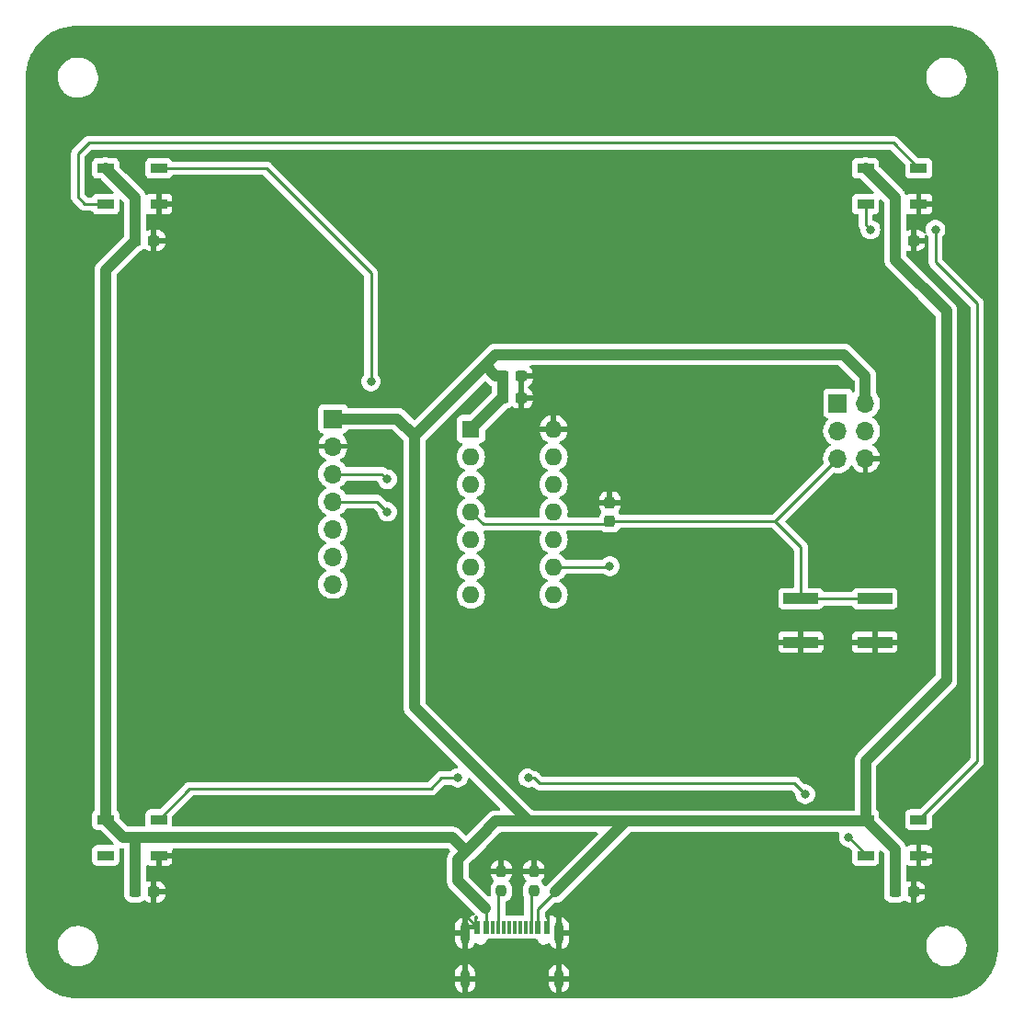
<source format=gtl>
%TF.GenerationSoftware,KiCad,Pcbnew,7.0.9*%
%TF.CreationDate,2023-11-22T04:12:16+01:00*%
%TF.ProjectId,Co2-Sensor,436f322d-5365-46e7-936f-722e6b696361,rev?*%
%TF.SameCoordinates,Original*%
%TF.FileFunction,Copper,L1,Top*%
%TF.FilePolarity,Positive*%
%FSLAX46Y46*%
G04 Gerber Fmt 4.6, Leading zero omitted, Abs format (unit mm)*
G04 Created by KiCad (PCBNEW 7.0.9) date 2023-11-22 04:12:16*
%MOMM*%
%LPD*%
G01*
G04 APERTURE LIST*
G04 Aperture macros list*
%AMRoundRect*
0 Rectangle with rounded corners*
0 $1 Rounding radius*
0 $2 $3 $4 $5 $6 $7 $8 $9 X,Y pos of 4 corners*
0 Add a 4 corners polygon primitive as box body*
4,1,4,$2,$3,$4,$5,$6,$7,$8,$9,$2,$3,0*
0 Add four circle primitives for the rounded corners*
1,1,$1+$1,$2,$3*
1,1,$1+$1,$4,$5*
1,1,$1+$1,$6,$7*
1,1,$1+$1,$8,$9*
0 Add four rect primitives between the rounded corners*
20,1,$1+$1,$2,$3,$4,$5,0*
20,1,$1+$1,$4,$5,$6,$7,0*
20,1,$1+$1,$6,$7,$8,$9,0*
20,1,$1+$1,$8,$9,$2,$3,0*%
G04 Aperture macros list end*
%TA.AperFunction,SMDPad,CuDef*%
%ADD10RoundRect,0.237500X0.237500X-0.250000X0.237500X0.250000X-0.237500X0.250000X-0.237500X-0.250000X0*%
%TD*%
%TA.AperFunction,SMDPad,CuDef*%
%ADD11RoundRect,0.237500X0.237500X-0.300000X0.237500X0.300000X-0.237500X0.300000X-0.237500X-0.300000X0*%
%TD*%
%TA.AperFunction,SMDPad,CuDef*%
%ADD12RoundRect,0.237500X-0.300000X-0.237500X0.300000X-0.237500X0.300000X0.237500X-0.300000X0.237500X0*%
%TD*%
%TA.AperFunction,SMDPad,CuDef*%
%ADD13R,1.500000X0.900000*%
%TD*%
%TA.AperFunction,ComponentPad*%
%ADD14R,1.700000X1.700000*%
%TD*%
%TA.AperFunction,ComponentPad*%
%ADD15O,1.700000X1.700000*%
%TD*%
%TA.AperFunction,ComponentPad*%
%ADD16R,1.600000X1.600000*%
%TD*%
%TA.AperFunction,ComponentPad*%
%ADD17O,1.600000X1.600000*%
%TD*%
%TA.AperFunction,SMDPad,CuDef*%
%ADD18R,0.600000X1.160000*%
%TD*%
%TA.AperFunction,SMDPad,CuDef*%
%ADD19R,0.300000X1.160000*%
%TD*%
%TA.AperFunction,ComponentPad*%
%ADD20O,0.900000X2.000000*%
%TD*%
%TA.AperFunction,ComponentPad*%
%ADD21O,0.900000X1.700000*%
%TD*%
%TA.AperFunction,SMDPad,CuDef*%
%ADD22R,3.200000X1.000000*%
%TD*%
%TA.AperFunction,ViaPad*%
%ADD23C,0.800000*%
%TD*%
%TA.AperFunction,Conductor*%
%ADD24C,0.250000*%
%TD*%
%TA.AperFunction,Conductor*%
%ADD25C,1.000000*%
%TD*%
G04 APERTURE END LIST*
D10*
%TO.P,R2,1*%
%TO.N,Net-(J2-CC1)*%
X113000000Y-119912500D03*
%TO.P,R2,2*%
%TO.N,GND*%
X113000000Y-118087500D03*
%TD*%
D11*
%TO.P,C1,1*%
%TO.N,/RESET*%
X123000000Y-85862500D03*
%TO.P,C1,2*%
%TO.N,GND*%
X123000000Y-84137500D03*
%TD*%
D12*
%TO.P,C2,1*%
%TO.N,VCC*%
X113137500Y-74500000D03*
%TO.P,C2,2*%
%TO.N,GND*%
X114862500Y-74500000D03*
%TD*%
D13*
%TO.P,D2,1,VDD*%
%TO.N,VCC*%
X146550000Y-53350000D03*
%TO.P,D2,2,DOUT*%
%TO.N,Net-(D2-DOUT)*%
X146550000Y-56650000D03*
%TO.P,D2,3,VSS*%
%TO.N,GND*%
X151450000Y-56650000D03*
%TO.P,D2,4,DIN*%
%TO.N,Net-(D1-DOUT)*%
X151450000Y-53350000D03*
%TD*%
D12*
%TO.P,C3,1*%
%TO.N,VCC*%
X113137500Y-72500000D03*
%TO.P,C3,2*%
%TO.N,GND*%
X114862500Y-72500000D03*
%TD*%
D14*
%TO.P,J1,1,Pin_1*%
%TO.N,/MISO*%
X144000000Y-75000000D03*
D15*
%TO.P,J1,2,Pin_2*%
%TO.N,VCC*%
X146540000Y-75000000D03*
%TO.P,J1,3,Pin_3*%
%TO.N,/SCK*%
X144000000Y-77540000D03*
%TO.P,J1,4,Pin_4*%
%TO.N,/MOSI*%
X146540000Y-77540000D03*
%TO.P,J1,5,Pin_5*%
%TO.N,/RESET*%
X144000000Y-80080000D03*
%TO.P,J1,6,Pin_6*%
%TO.N,GND*%
X146540000Y-80080000D03*
%TD*%
D14*
%TO.P,J3,1,Pin_1*%
%TO.N,VCC*%
X97500000Y-76420000D03*
D15*
%TO.P,J3,2,Pin_2*%
%TO.N,GND*%
X97500000Y-78960000D03*
%TO.P,J3,3,Pin_3*%
%TO.N,/SCK*%
X97500000Y-81500000D03*
%TO.P,J3,4,Pin_4*%
%TO.N,/MOSI*%
X97500000Y-84040000D03*
%TO.P,J3,5,Pin_5*%
%TO.N,unconnected-(J3-Pin_5-Pad5)*%
X97500000Y-86580000D03*
%TO.P,J3,6,Pin_6*%
%TO.N,unconnected-(J3-Pin_6-Pad6)*%
X97500000Y-89120000D03*
%TO.P,J3,7,Pin_7*%
%TO.N,unconnected-(J3-Pin_7-Pad7)*%
X97500000Y-91660000D03*
%TD*%
D12*
%TO.P,C6,1*%
%TO.N,VCC*%
X149275000Y-120000000D03*
%TO.P,C6,2*%
%TO.N,GND*%
X151000000Y-120000000D03*
%TD*%
D16*
%TO.P,U2,1,VCC*%
%TO.N,VCC*%
X110200000Y-77375000D03*
D17*
%TO.P,U2,2,XTAL1/PB0*%
%TO.N,unconnected-(U2-XTAL1{slash}PB0-Pad2)*%
X110200000Y-79915000D03*
%TO.P,U2,3,XTAL2/PB1*%
%TO.N,unconnected-(U2-XTAL2{slash}PB1-Pad3)*%
X110200000Y-82455000D03*
%TO.P,U2,4,~{RESET}/PB3*%
%TO.N,/RESET*%
X110200000Y-84995000D03*
%TO.P,U2,5,PB2*%
%TO.N,unconnected-(U2-PB2-Pad5)*%
X110200000Y-87535000D03*
%TO.P,U2,6,PA7*%
%TO.N,/LED-Data*%
X110200000Y-90075000D03*
%TO.P,U2,7,PA6*%
%TO.N,/MOSI*%
X110200000Y-92615000D03*
%TO.P,U2,8,PA5*%
%TO.N,/MISO*%
X117820000Y-92615000D03*
%TO.P,U2,9,PA4*%
%TO.N,/SCK*%
X117820000Y-90075000D03*
%TO.P,U2,10,PA3*%
%TO.N,unconnected-(U2-PA3-Pad10)*%
X117820000Y-87535000D03*
%TO.P,U2,11,PA2*%
%TO.N,unconnected-(U2-PA2-Pad11)*%
X117820000Y-84995000D03*
%TO.P,U2,12,PA1*%
%TO.N,unconnected-(U2-PA1-Pad12)*%
X117820000Y-82455000D03*
%TO.P,U2,13,AREF/PA0*%
%TO.N,unconnected-(U2-AREF{slash}PA0-Pad13)*%
X117820000Y-79915000D03*
%TO.P,U2,14,GND*%
%TO.N,GND*%
X117820000Y-77375000D03*
%TD*%
D12*
%TO.P,C4,1*%
%TO.N,VCC*%
X79275000Y-60000000D03*
%TO.P,C4,2*%
%TO.N,GND*%
X81000000Y-60000000D03*
%TD*%
D10*
%TO.P,R1,1*%
%TO.N,Net-(J2-CC2)*%
X116000000Y-119912500D03*
%TO.P,R1,2*%
%TO.N,GND*%
X116000000Y-118087500D03*
%TD*%
D12*
%TO.P,C5,1*%
%TO.N,VCC*%
X149275000Y-60000000D03*
%TO.P,C5,2*%
%TO.N,GND*%
X151000000Y-60000000D03*
%TD*%
D18*
%TO.P,J2,A1,GND*%
%TO.N,GND*%
X110800000Y-123240000D03*
%TO.P,J2,A4,VBUS*%
%TO.N,VCC*%
X111600000Y-123240000D03*
D19*
%TO.P,J2,A5,CC1*%
%TO.N,Net-(J2-CC1)*%
X112750000Y-123240000D03*
%TO.P,J2,A6,D+*%
%TO.N,unconnected-(J2-D+-PadA6)*%
X113750000Y-123240000D03*
%TO.P,J2,A7,D-*%
%TO.N,unconnected-(J2-D--PadA7)*%
X114250000Y-123240000D03*
%TO.P,J2,A8,SBU1*%
%TO.N,unconnected-(J2-SBU1-PadA8)*%
X115250000Y-123240000D03*
D18*
%TO.P,J2,A9,VBUS*%
%TO.N,VCC*%
X116400000Y-123240000D03*
%TO.P,J2,A12,GND*%
%TO.N,GND*%
X117200000Y-123240000D03*
%TO.P,J2,B1,GND*%
X117200000Y-123240000D03*
%TO.P,J2,B4,VBUS*%
%TO.N,VCC*%
X116400000Y-123240000D03*
D19*
%TO.P,J2,B5,CC2*%
%TO.N,Net-(J2-CC2)*%
X115750000Y-123240000D03*
%TO.P,J2,B6,D+*%
%TO.N,unconnected-(J2-D+-PadB6)*%
X114750000Y-123240000D03*
%TO.P,J2,B7,D-*%
%TO.N,unconnected-(J2-D--PadB7)*%
X113250000Y-123240000D03*
%TO.P,J2,B8,SBU2*%
%TO.N,unconnected-(J2-SBU2-PadB8)*%
X112250000Y-123240000D03*
D18*
%TO.P,J2,B9,VBUS*%
%TO.N,VCC*%
X111600000Y-123240000D03*
%TO.P,J2,B12,GND*%
%TO.N,GND*%
X110800000Y-123240000D03*
D20*
%TO.P,J2,S1,SHIELD*%
X109680000Y-123820000D03*
D21*
X109680000Y-127990000D03*
D20*
X118320000Y-123820000D03*
D21*
X118320000Y-127990000D03*
%TD*%
D12*
%TO.P,C7,1*%
%TO.N,VCC*%
X79275000Y-120000000D03*
%TO.P,C7,2*%
%TO.N,GND*%
X81000000Y-120000000D03*
%TD*%
D13*
%TO.P,D3,1,VDD*%
%TO.N,VCC*%
X146550000Y-113350000D03*
%TO.P,D3,2,DOUT*%
%TO.N,Net-(D3-DOUT)*%
X146550000Y-116650000D03*
%TO.P,D3,3,VSS*%
%TO.N,GND*%
X151450000Y-116650000D03*
%TO.P,D3,4,DIN*%
%TO.N,Net-(D2-DOUT)*%
X151450000Y-113350000D03*
%TD*%
D22*
%TO.P,SW1,1,1*%
%TO.N,/RESET*%
X140600000Y-93000000D03*
X147400000Y-93000000D03*
%TO.P,SW1,2,2*%
%TO.N,GND*%
X140600000Y-97000000D03*
X147400000Y-97000000D03*
%TD*%
D13*
%TO.P,D1,1,VDD*%
%TO.N,VCC*%
X76550000Y-53350000D03*
%TO.P,D1,2,DOUT*%
%TO.N,Net-(D1-DOUT)*%
X76550000Y-56650000D03*
%TO.P,D1,3,VSS*%
%TO.N,GND*%
X81450000Y-56650000D03*
%TO.P,D1,4,DIN*%
%TO.N,/LED-Data*%
X81450000Y-53350000D03*
%TD*%
%TO.P,D4,1,VDD*%
%TO.N,VCC*%
X76550000Y-113350000D03*
%TO.P,D4,2,DOUT*%
%TO.N,unconnected-(D4-DOUT-Pad2)*%
X76550000Y-116650000D03*
%TO.P,D4,3,VSS*%
%TO.N,GND*%
X81450000Y-116650000D03*
%TO.P,D4,4,DIN*%
%TO.N,Net-(D3-DOUT)*%
X81450000Y-113350000D03*
%TD*%
D23*
%TO.N,GND*%
X142500000Y-49000000D03*
X107000000Y-79000000D03*
X117000000Y-73000000D03*
X140000000Y-79000000D03*
X74000000Y-64000000D03*
X79000000Y-109000000D03*
X114000000Y-88000000D03*
X107000000Y-91000000D03*
X99000000Y-63500000D03*
X155500000Y-69000000D03*
X103000000Y-89000000D03*
X135000000Y-116000000D03*
X99000000Y-68500000D03*
X113500000Y-48500000D03*
X149000000Y-111000000D03*
X98000000Y-58000000D03*
X79000000Y-64000000D03*
X138000000Y-90000000D03*
X125000000Y-116000000D03*
X122000000Y-92000000D03*
X103000000Y-101000000D03*
X117000000Y-68000000D03*
X158000000Y-97000000D03*
X106000000Y-117000000D03*
X86500000Y-112500000D03*
X86000000Y-117000000D03*
X142500000Y-52500000D03*
X95500000Y-59500000D03*
X110000000Y-75000000D03*
X77000000Y-58500000D03*
X107000000Y-84000000D03*
X152000000Y-97000000D03*
X158000000Y-69000000D03*
X116500000Y-111500000D03*
X79000000Y-52500000D03*
X114000000Y-92000000D03*
X114000000Y-84000000D03*
X152000000Y-69000000D03*
X119000000Y-116000000D03*
X79000000Y-49000000D03*
X141000000Y-76000000D03*
X107000000Y-101000000D03*
X136000000Y-88000000D03*
X125000000Y-68000000D03*
X113000000Y-116000000D03*
X131000000Y-76000000D03*
X106000000Y-112500000D03*
X125000000Y-73000000D03*
X130000000Y-83000000D03*
X81500000Y-58500000D03*
X103000000Y-68500000D03*
X130000000Y-88000000D03*
X74000000Y-109000000D03*
X106000000Y-108500000D03*
X136000000Y-73000000D03*
X113500000Y-52500000D03*
X103000000Y-63500000D03*
X106000000Y-73000000D03*
X125000000Y-83000000D03*
X125000000Y-108500000D03*
X125000000Y-88000000D03*
X141000000Y-68000000D03*
X90500000Y-54500000D03*
X141000000Y-108500000D03*
X135000000Y-111500000D03*
X103000000Y-79000000D03*
X135000000Y-108500000D03*
X144000000Y-116000000D03*
X144000000Y-84000000D03*
X155500000Y-97000000D03*
X144000000Y-111000000D03*
X136000000Y-68000000D03*
X141000000Y-73000000D03*
X136000000Y-83000000D03*
X109000000Y-95000000D03*
X134000000Y-94000000D03*
X116000000Y-108500000D03*
X86000000Y-108500000D03*
X136000000Y-76000000D03*
X93000000Y-49000000D03*
X125000000Y-111500000D03*
X126000000Y-95000000D03*
X93000000Y-52500000D03*
X131000000Y-92000000D03*
X116000000Y-95000000D03*
%TO.N,/LED-Data*%
X101000000Y-73000000D03*
%TO.N,Net-(D2-DOUT)*%
X147000000Y-59000000D03*
X153000000Y-59000000D03*
%TO.N,Net-(D3-DOUT)*%
X145000000Y-115000000D03*
X115500000Y-109500000D03*
X109000000Y-109500000D03*
X141000000Y-111000000D03*
%TO.N,/SCK*%
X102500000Y-82000000D03*
X123000000Y-90000000D03*
%TO.N,/MOSI*%
X102500000Y-85000000D03*
%TD*%
D24*
%TO.N,/RESET*%
X144000000Y-80080000D02*
X138217500Y-85862500D01*
X123000000Y-85862500D02*
X122742500Y-86120000D01*
X140600000Y-88245000D02*
X140600000Y-93000000D01*
X122742500Y-86120000D02*
X111325000Y-86120000D01*
X111325000Y-86120000D02*
X110200000Y-84995000D01*
X140600000Y-93000000D02*
X147400000Y-93000000D01*
X138217500Y-85862500D02*
X123000000Y-85862500D01*
X138217500Y-85862500D02*
X140600000Y-88245000D01*
%TO.N,GND*%
X109560000Y-122000000D02*
X109000000Y-122000000D01*
X110800000Y-123240000D02*
X109560000Y-122000000D01*
D25*
%TO.N,VCC*%
X113075000Y-74500000D02*
X110200000Y-77375000D01*
X109000000Y-117000000D02*
X109000000Y-119000000D01*
X123500000Y-113500000D02*
X124500000Y-113500000D01*
X115500000Y-113500000D02*
X123500000Y-113500000D01*
X112500000Y-113500000D02*
X115500000Y-113500000D01*
X103420000Y-76420000D02*
X105000000Y-78000000D01*
X149275000Y-61775000D02*
X149275000Y-60000000D01*
X78200000Y-115000000D02*
X79000000Y-115000000D01*
X149275000Y-56075000D02*
X146550000Y-53350000D01*
D24*
X111600000Y-121600000D02*
X111500000Y-121500000D01*
D25*
X76550000Y-62725000D02*
X79275000Y-60000000D01*
X109000000Y-119000000D02*
X111500000Y-121500000D01*
X105000000Y-103000000D02*
X105000000Y-78000000D01*
X149275000Y-60000000D02*
X149275000Y-56075000D01*
X146550000Y-113350000D02*
X146400000Y-113500000D01*
D24*
X116400000Y-121600000D02*
X116400000Y-123240000D01*
D25*
X149275000Y-116075000D02*
X146550000Y-113350000D01*
X154000000Y-100500000D02*
X154000000Y-66500000D01*
X105000000Y-78000000D02*
X111500000Y-71500000D01*
X113137500Y-74500000D02*
X113075000Y-74500000D01*
X76550000Y-113350000D02*
X76550000Y-62725000D01*
X109750000Y-116250000D02*
X109000000Y-117000000D01*
D24*
X118000000Y-120000000D02*
X116400000Y-121600000D01*
D25*
X146550000Y-113350000D02*
X146550000Y-107950000D01*
X146550000Y-107950000D02*
X154000000Y-100500000D01*
X79275000Y-56075000D02*
X76550000Y-53350000D01*
X79275000Y-115275000D02*
X79000000Y-115000000D01*
X97500000Y-76420000D02*
X103420000Y-76420000D01*
X79275000Y-120000000D02*
X79275000Y-115275000D01*
X108500000Y-115000000D02*
X109750000Y-116250000D01*
X76550000Y-113350000D02*
X78200000Y-115000000D01*
D24*
X111600000Y-123240000D02*
X111600000Y-121600000D01*
D25*
X149275000Y-120000000D02*
X149275000Y-116075000D01*
X146540000Y-72500000D02*
X146540000Y-75000000D01*
X79000000Y-115000000D02*
X108500000Y-115000000D01*
X79275000Y-60000000D02*
X79275000Y-56075000D01*
X112500000Y-72500000D02*
X113137500Y-72500000D01*
X112500000Y-70500000D02*
X144540000Y-70500000D01*
X118000000Y-120000000D02*
X124500000Y-113500000D01*
X144540000Y-70500000D02*
X146540000Y-72500000D01*
X111500000Y-71500000D02*
X112500000Y-70500000D01*
X111500000Y-71500000D02*
X112500000Y-72500000D01*
X115500000Y-113500000D02*
X105000000Y-103000000D01*
X154000000Y-66500000D02*
X149275000Y-61775000D01*
X113137500Y-72500000D02*
X113137500Y-74500000D01*
X146400000Y-113500000D02*
X123500000Y-113500000D01*
X111000000Y-115000000D02*
X112500000Y-113500000D01*
X111000000Y-115000000D02*
X109750000Y-116250000D01*
D24*
%TO.N,Net-(D1-DOUT)*%
X75000000Y-51000000D02*
X149100000Y-51000000D01*
X76550000Y-56650000D02*
X74650000Y-56650000D01*
X149100000Y-51000000D02*
X151450000Y-53350000D01*
X74000000Y-56000000D02*
X74000000Y-52000000D01*
X74000000Y-52000000D02*
X75000000Y-51000000D01*
X74650000Y-56650000D02*
X74000000Y-56000000D01*
%TO.N,/LED-Data*%
X101000000Y-63000000D02*
X101000000Y-73000000D01*
X81450000Y-53350000D02*
X91350000Y-53350000D01*
X91350000Y-53350000D02*
X101000000Y-63000000D01*
%TO.N,Net-(D2-DOUT)*%
X146550000Y-58550000D02*
X147000000Y-59000000D01*
X156825000Y-107975000D02*
X151450000Y-113350000D01*
X153000000Y-59000000D02*
X153000000Y-62000000D01*
X156825000Y-65825000D02*
X156825000Y-107975000D01*
X153000000Y-62000000D02*
X156825000Y-65825000D01*
X146550000Y-56650000D02*
X146550000Y-58550000D01*
%TO.N,Net-(D3-DOUT)*%
X141000000Y-111000000D02*
X140000000Y-110000000D01*
X106500000Y-110500000D02*
X84300000Y-110500000D01*
X116500000Y-110000000D02*
X116000000Y-109500000D01*
X109000000Y-109500000D02*
X107500000Y-109500000D01*
X116000000Y-109500000D02*
X115500000Y-109500000D01*
X146550000Y-116550000D02*
X145000000Y-115000000D01*
X140000000Y-110000000D02*
X116500000Y-110000000D01*
X84300000Y-110500000D02*
X81450000Y-113350000D01*
X107500000Y-109500000D02*
X106500000Y-110500000D01*
X146550000Y-116650000D02*
X146550000Y-116550000D01*
%TO.N,/SCK*%
X123000000Y-90000000D02*
X122925000Y-90075000D01*
X122925000Y-90075000D02*
X117820000Y-90075000D01*
X97500000Y-81500000D02*
X102000000Y-81500000D01*
X102000000Y-81500000D02*
X102500000Y-82000000D01*
%TO.N,/MOSI*%
X101540000Y-84040000D02*
X102500000Y-85000000D01*
X97500000Y-84040000D02*
X101540000Y-84040000D01*
%TO.N,Net-(J2-CC1)*%
X112750000Y-120162500D02*
X112750000Y-123240000D01*
X113000000Y-119912500D02*
X112750000Y-120162500D01*
%TO.N,Net-(J2-CC2)*%
X116000000Y-119912500D02*
X115750000Y-120162500D01*
X115750000Y-120162500D02*
X115750000Y-123240000D01*
%TD*%
%TA.AperFunction,Conductor*%
%TO.N,GND*%
G36*
X110755203Y-122170569D02*
G01*
X110761680Y-122176600D01*
X110828420Y-122243340D01*
X110834511Y-122248307D01*
X110874028Y-122305927D01*
X110876120Y-122375765D01*
X110859837Y-122409554D01*
X110860452Y-122409890D01*
X110856202Y-122417671D01*
X110805908Y-122552517D01*
X110799501Y-122612116D01*
X110799501Y-122612123D01*
X110799500Y-122612135D01*
X110799500Y-123366000D01*
X110779815Y-123433039D01*
X110727011Y-123478794D01*
X110675500Y-123490000D01*
X110084000Y-123490000D01*
X110016961Y-123470315D01*
X109980000Y-123427659D01*
X109980000Y-123242198D01*
X109964588Y-123159750D01*
X109960000Y-123152340D01*
X109960000Y-123114000D01*
X109979685Y-123046961D01*
X110032489Y-123001206D01*
X110084000Y-122990000D01*
X110550000Y-122990000D01*
X110550000Y-122264282D01*
X110569685Y-122197243D01*
X110622489Y-122151488D01*
X110691647Y-122141544D01*
X110755203Y-122170569D01*
G37*
%TD.AperFunction*%
%TA.AperFunction,Conductor*%
G36*
X115464308Y-114500678D02*
G01*
X115485806Y-114502316D01*
X115525475Y-114505337D01*
X115525475Y-114505336D01*
X115525476Y-114505337D01*
X115559559Y-114500996D01*
X115567389Y-114500500D01*
X121785217Y-114500500D01*
X121852256Y-114520185D01*
X121898011Y-114572989D01*
X121907955Y-114642147D01*
X121878930Y-114705703D01*
X121872898Y-114712181D01*
X117256662Y-119328417D01*
X117160301Y-119446593D01*
X117156843Y-119451842D01*
X117154417Y-119450243D01*
X117114553Y-119491530D01*
X117046551Y-119507577D01*
X116980669Y-119484312D01*
X116937823Y-119429121D01*
X116935521Y-119422762D01*
X116926848Y-119396588D01*
X116910908Y-119348484D01*
X116820340Y-119201650D01*
X116706017Y-119087327D01*
X116672532Y-119026004D01*
X116677516Y-118956312D01*
X116706017Y-118911964D01*
X116819948Y-118798033D01*
X116910448Y-118651311D01*
X116910453Y-118651300D01*
X116964680Y-118487652D01*
X116974999Y-118386654D01*
X116975000Y-118386641D01*
X116975000Y-118337500D01*
X115025001Y-118337500D01*
X115025001Y-118386654D01*
X115035319Y-118487652D01*
X115089546Y-118651300D01*
X115089551Y-118651311D01*
X115180052Y-118798034D01*
X115180055Y-118798038D01*
X115293982Y-118911965D01*
X115327467Y-118973288D01*
X115322483Y-119042980D01*
X115293983Y-119087327D01*
X115179659Y-119201651D01*
X115089093Y-119348481D01*
X115089091Y-119348486D01*
X115064479Y-119422762D01*
X115034826Y-119512247D01*
X115034826Y-119512248D01*
X115034825Y-119512248D01*
X115024500Y-119613315D01*
X115024500Y-120211669D01*
X115024501Y-120211687D01*
X115034825Y-120312752D01*
X115034826Y-120312755D01*
X115072911Y-120427686D01*
X115089092Y-120476516D01*
X115106037Y-120503988D01*
X115124500Y-120569086D01*
X115124500Y-122040335D01*
X115104815Y-122107374D01*
X115052011Y-122153129D01*
X115013867Y-122163612D01*
X115013369Y-122163666D01*
X114986748Y-122163679D01*
X114947874Y-122159500D01*
X114552130Y-122159500D01*
X114552119Y-122159501D01*
X114513253Y-122163679D01*
X114486748Y-122163679D01*
X114447874Y-122159500D01*
X114052130Y-122159500D01*
X114052119Y-122159501D01*
X114013253Y-122163679D01*
X113986748Y-122163679D01*
X113947874Y-122159500D01*
X113552130Y-122159500D01*
X113552119Y-122159501D01*
X113513253Y-122163679D01*
X113486740Y-122163678D01*
X113486238Y-122163624D01*
X113421688Y-122136882D01*
X113381843Y-122079487D01*
X113375500Y-122040335D01*
X113375500Y-120983774D01*
X113395185Y-120916735D01*
X113447989Y-120870980D01*
X113460482Y-120866073D01*
X113551516Y-120835908D01*
X113698350Y-120745340D01*
X113820340Y-120623350D01*
X113910908Y-120476516D01*
X113965174Y-120312753D01*
X113975500Y-120211677D01*
X113975499Y-119613324D01*
X113965174Y-119512247D01*
X113910908Y-119348484D01*
X113820340Y-119201650D01*
X113706017Y-119087327D01*
X113672532Y-119026004D01*
X113677516Y-118956312D01*
X113706017Y-118911964D01*
X113819948Y-118798033D01*
X113910448Y-118651311D01*
X113910453Y-118651300D01*
X113964680Y-118487652D01*
X113974999Y-118386654D01*
X113975000Y-118386641D01*
X113975000Y-118337500D01*
X112025001Y-118337500D01*
X112025001Y-118386654D01*
X112035319Y-118487652D01*
X112089546Y-118651300D01*
X112089551Y-118651311D01*
X112180052Y-118798034D01*
X112180055Y-118798038D01*
X112293982Y-118911965D01*
X112327467Y-118973288D01*
X112322483Y-119042980D01*
X112293983Y-119087327D01*
X112179659Y-119201651D01*
X112089093Y-119348481D01*
X112089091Y-119348486D01*
X112064479Y-119422762D01*
X112034826Y-119512247D01*
X112034826Y-119512248D01*
X112034825Y-119512248D01*
X112024500Y-119613315D01*
X112024500Y-120211669D01*
X112024501Y-120211687D01*
X112034351Y-120308109D01*
X112021581Y-120376802D01*
X111973700Y-120427686D01*
X111905910Y-120444606D01*
X111839733Y-120422189D01*
X111823312Y-120408391D01*
X110036819Y-118621898D01*
X110003334Y-118560575D01*
X110000500Y-118534217D01*
X110000500Y-117837500D01*
X112025000Y-117837500D01*
X112750000Y-117837500D01*
X112750000Y-117100000D01*
X113250000Y-117100000D01*
X113250000Y-117837500D01*
X113974999Y-117837500D01*
X115025000Y-117837500D01*
X115750000Y-117837500D01*
X115750000Y-117100000D01*
X116250000Y-117100000D01*
X116250000Y-117837500D01*
X116974999Y-117837500D01*
X116974999Y-117788360D01*
X116974998Y-117788345D01*
X116964680Y-117687347D01*
X116910453Y-117523699D01*
X116910448Y-117523688D01*
X116819947Y-117376965D01*
X116819944Y-117376961D01*
X116698038Y-117255055D01*
X116698034Y-117255052D01*
X116551311Y-117164551D01*
X116551300Y-117164546D01*
X116387652Y-117110319D01*
X116286654Y-117100000D01*
X116250000Y-117100000D01*
X115750000Y-117100000D01*
X115713361Y-117100000D01*
X115713343Y-117100001D01*
X115612347Y-117110319D01*
X115448699Y-117164546D01*
X115448688Y-117164551D01*
X115301965Y-117255052D01*
X115301961Y-117255055D01*
X115180055Y-117376961D01*
X115180052Y-117376965D01*
X115089551Y-117523688D01*
X115089546Y-117523699D01*
X115035319Y-117687347D01*
X115025000Y-117788345D01*
X115025000Y-117837500D01*
X113974999Y-117837500D01*
X113974999Y-117788360D01*
X113974998Y-117788345D01*
X113964680Y-117687347D01*
X113910453Y-117523699D01*
X113910448Y-117523688D01*
X113819947Y-117376965D01*
X113819944Y-117376961D01*
X113698038Y-117255055D01*
X113698034Y-117255052D01*
X113551311Y-117164551D01*
X113551300Y-117164546D01*
X113387652Y-117110319D01*
X113286654Y-117100000D01*
X113250000Y-117100000D01*
X112750000Y-117100000D01*
X112713361Y-117100000D01*
X112713343Y-117100001D01*
X112612347Y-117110319D01*
X112448699Y-117164546D01*
X112448688Y-117164551D01*
X112301965Y-117255052D01*
X112301961Y-117255055D01*
X112180055Y-117376961D01*
X112180052Y-117376965D01*
X112089551Y-117523688D01*
X112089546Y-117523699D01*
X112035319Y-117687347D01*
X112025000Y-117788345D01*
X112025000Y-117837500D01*
X110000500Y-117837500D01*
X110000500Y-117465781D01*
X110020185Y-117398742D01*
X110036815Y-117378104D01*
X110375307Y-117039611D01*
X110375317Y-117039604D01*
X110385519Y-117029402D01*
X110438462Y-116976457D01*
X110440691Y-116974339D01*
X110496213Y-116924179D01*
X110505749Y-116911191D01*
X110518007Y-116896912D01*
X111625309Y-115789609D01*
X111625314Y-115789606D01*
X111635517Y-115779402D01*
X111635519Y-115779402D01*
X112878102Y-114536819D01*
X112939425Y-114503334D01*
X112965783Y-114500500D01*
X115398259Y-114500500D01*
X115459601Y-114500500D01*
X115464308Y-114500678D01*
G37*
%TD.AperFunction*%
%TA.AperFunction,Conductor*%
G36*
X110106370Y-109521291D02*
G01*
X112872898Y-112287819D01*
X112906383Y-112349142D01*
X112901399Y-112418834D01*
X112859527Y-112474767D01*
X112794063Y-112499184D01*
X112785217Y-112499500D01*
X112512676Y-112499500D01*
X112435910Y-112497555D01*
X112423636Y-112497244D01*
X112423635Y-112497244D01*
X112423626Y-112497244D01*
X112363263Y-112508064D01*
X112358597Y-112508718D01*
X112297564Y-112514925D01*
X112264780Y-112525210D01*
X112257153Y-112527082D01*
X112223349Y-112533141D01*
X112166381Y-112555895D01*
X112161945Y-112557474D01*
X112103414Y-112575840D01*
X112103410Y-112575842D01*
X112073378Y-112592510D01*
X112066284Y-112595879D01*
X112034382Y-112608623D01*
X112034377Y-112608625D01*
X111983156Y-112642381D01*
X111979128Y-112644822D01*
X111925501Y-112674588D01*
X111899434Y-112696965D01*
X111893165Y-112701692D01*
X111864484Y-112720595D01*
X111864478Y-112720600D01*
X111821109Y-112763968D01*
X111817655Y-112767169D01*
X111771102Y-112807136D01*
X111750076Y-112834298D01*
X111744885Y-112840192D01*
X110364483Y-114220596D01*
X110364481Y-114220598D01*
X109837680Y-114747397D01*
X109776357Y-114780882D01*
X109706665Y-114775898D01*
X109662318Y-114747397D01*
X109216451Y-114301531D01*
X109155061Y-114236949D01*
X109155060Y-114236948D01*
X109155059Y-114236947D01*
X109127204Y-114217559D01*
X109104709Y-114201902D01*
X109100946Y-114199064D01*
X109053413Y-114160305D01*
X109053406Y-114160300D01*
X109022959Y-114144397D01*
X109016251Y-114140334D01*
X108988049Y-114120705D01*
X108988046Y-114120703D01*
X108988045Y-114120703D01*
X108988041Y-114120701D01*
X108931680Y-114096514D01*
X108927424Y-114094493D01*
X108873057Y-114066094D01*
X108873050Y-114066091D01*
X108873049Y-114066091D01*
X108867008Y-114064362D01*
X108840030Y-114056642D01*
X108832630Y-114054008D01*
X108801057Y-114040459D01*
X108801058Y-114040459D01*
X108740966Y-114028109D01*
X108736391Y-114026986D01*
X108677420Y-114010113D01*
X108677425Y-114010113D01*
X108643158Y-114007503D01*
X108635380Y-114006412D01*
X108601742Y-113999500D01*
X108601741Y-113999500D01*
X108540402Y-113999500D01*
X108535695Y-113999321D01*
X108530121Y-113998896D01*
X108474524Y-113994662D01*
X108454589Y-113997201D01*
X108440440Y-113999003D01*
X108432611Y-113999500D01*
X82822244Y-113999500D01*
X82755205Y-113979815D01*
X82709450Y-113927011D01*
X82698954Y-113862247D01*
X82700500Y-113847873D01*
X82700499Y-113035450D01*
X82720183Y-112968412D01*
X82736813Y-112947775D01*
X84522771Y-111161819D01*
X84584094Y-111128334D01*
X84610452Y-111125500D01*
X106417257Y-111125500D01*
X106432877Y-111127224D01*
X106432904Y-111126939D01*
X106440660Y-111127671D01*
X106440667Y-111127673D01*
X106509814Y-111125500D01*
X106539350Y-111125500D01*
X106546228Y-111124630D01*
X106552041Y-111124172D01*
X106598627Y-111122709D01*
X106617869Y-111117117D01*
X106636912Y-111113174D01*
X106656792Y-111110664D01*
X106700122Y-111093507D01*
X106705646Y-111091617D01*
X106709396Y-111090527D01*
X106750390Y-111078618D01*
X106767629Y-111068422D01*
X106785103Y-111059862D01*
X106803727Y-111052488D01*
X106803727Y-111052487D01*
X106803732Y-111052486D01*
X106841449Y-111025082D01*
X106846305Y-111021892D01*
X106886420Y-110998170D01*
X106900589Y-110983999D01*
X106915379Y-110971368D01*
X106931587Y-110959594D01*
X106961299Y-110923676D01*
X106965212Y-110919376D01*
X107722771Y-110161819D01*
X107784094Y-110128334D01*
X107810452Y-110125500D01*
X108296252Y-110125500D01*
X108363291Y-110145185D01*
X108388400Y-110166526D01*
X108394126Y-110172885D01*
X108394130Y-110172889D01*
X108547265Y-110284148D01*
X108547270Y-110284151D01*
X108720192Y-110361142D01*
X108720197Y-110361144D01*
X108905354Y-110400500D01*
X108905355Y-110400500D01*
X109094644Y-110400500D01*
X109094646Y-110400500D01*
X109279803Y-110361144D01*
X109452730Y-110284151D01*
X109605871Y-110172888D01*
X109732533Y-110032216D01*
X109827179Y-109868284D01*
X109885674Y-109688256D01*
X109895369Y-109596007D01*
X109921952Y-109531396D01*
X109979249Y-109491411D01*
X110049068Y-109488751D01*
X110106370Y-109521291D01*
G37*
%TD.AperFunction*%
%TA.AperFunction,Conductor*%
G36*
X144141256Y-71520185D02*
G01*
X144161898Y-71536819D01*
X145503181Y-72878101D01*
X145536666Y-72939424D01*
X145539500Y-72965782D01*
X145539500Y-73879140D01*
X145519815Y-73946179D01*
X145467011Y-73991934D01*
X145397853Y-74001878D01*
X145334297Y-73972853D01*
X145299318Y-73922473D01*
X145293797Y-73907671D01*
X145293793Y-73907664D01*
X145207547Y-73792455D01*
X145207544Y-73792452D01*
X145092335Y-73706206D01*
X145092328Y-73706202D01*
X144957482Y-73655908D01*
X144957483Y-73655908D01*
X144897883Y-73649501D01*
X144897881Y-73649500D01*
X144897873Y-73649500D01*
X144897864Y-73649500D01*
X143102129Y-73649500D01*
X143102123Y-73649501D01*
X143042516Y-73655908D01*
X142907671Y-73706202D01*
X142907664Y-73706206D01*
X142792455Y-73792452D01*
X142792452Y-73792455D01*
X142706206Y-73907664D01*
X142706202Y-73907671D01*
X142655908Y-74042517D01*
X142649501Y-74102116D01*
X142649500Y-74102135D01*
X142649500Y-75897870D01*
X142649501Y-75897876D01*
X142655908Y-75957483D01*
X142706202Y-76092328D01*
X142706206Y-76092335D01*
X142792452Y-76207544D01*
X142792455Y-76207547D01*
X142907664Y-76293793D01*
X142907671Y-76293797D01*
X143039081Y-76342810D01*
X143095015Y-76384681D01*
X143119432Y-76450145D01*
X143104580Y-76518418D01*
X143083430Y-76546673D01*
X142961503Y-76668600D01*
X142825965Y-76862169D01*
X142825964Y-76862171D01*
X142726098Y-77076335D01*
X142726094Y-77076344D01*
X142664938Y-77304586D01*
X142664936Y-77304596D01*
X142644341Y-77539999D01*
X142644341Y-77540000D01*
X142664936Y-77775403D01*
X142664938Y-77775413D01*
X142726094Y-78003655D01*
X142726096Y-78003659D01*
X142726097Y-78003663D01*
X142730000Y-78012032D01*
X142825965Y-78217830D01*
X142825967Y-78217834D01*
X142934281Y-78372521D01*
X142961501Y-78411396D01*
X142961506Y-78411402D01*
X143128597Y-78578493D01*
X143128603Y-78578498D01*
X143314158Y-78708425D01*
X143357783Y-78763002D01*
X143364977Y-78832500D01*
X143333454Y-78894855D01*
X143314158Y-78911575D01*
X143128597Y-79041505D01*
X142961505Y-79208597D01*
X142825965Y-79402169D01*
X142825964Y-79402171D01*
X142726098Y-79616335D01*
X142726094Y-79616344D01*
X142664938Y-79844586D01*
X142664936Y-79844596D01*
X142644341Y-80079999D01*
X142644341Y-80080000D01*
X142664936Y-80315403D01*
X142664938Y-80315413D01*
X142691856Y-80415872D01*
X142690193Y-80485722D01*
X142659762Y-80535646D01*
X137994728Y-85200681D01*
X137933405Y-85234166D01*
X137907047Y-85237000D01*
X123973032Y-85237000D01*
X123905993Y-85217315D01*
X123867494Y-85178097D01*
X123820342Y-85101653D01*
X123820339Y-85101649D01*
X123806017Y-85087327D01*
X123772532Y-85026004D01*
X123777516Y-84956312D01*
X123806021Y-84911960D01*
X123819947Y-84898035D01*
X123910448Y-84751311D01*
X123910453Y-84751300D01*
X123964680Y-84587652D01*
X123974999Y-84486654D01*
X123975000Y-84486641D01*
X123975000Y-84387500D01*
X122025001Y-84387500D01*
X122025001Y-84486654D01*
X122035319Y-84587652D01*
X122089546Y-84751300D01*
X122089551Y-84751311D01*
X122180052Y-84898034D01*
X122180055Y-84898038D01*
X122193982Y-84911965D01*
X122227467Y-84973288D01*
X122222483Y-85042980D01*
X122193984Y-85087325D01*
X122179661Y-85101648D01*
X122089093Y-85248481D01*
X122089091Y-85248486D01*
X122035735Y-85409504D01*
X121995962Y-85466949D01*
X121931446Y-85493772D01*
X121918029Y-85494500D01*
X119194137Y-85494500D01*
X119127098Y-85474815D01*
X119081343Y-85422011D01*
X119071399Y-85352853D01*
X119074362Y-85338407D01*
X119094566Y-85263002D01*
X119105635Y-85221692D01*
X119122634Y-85027384D01*
X119125468Y-84995001D01*
X119125468Y-84994998D01*
X119118154Y-84911396D01*
X119105635Y-84768308D01*
X119046739Y-84548504D01*
X118950568Y-84342266D01*
X118820047Y-84155861D01*
X118820045Y-84155858D01*
X118659141Y-83994954D01*
X118505679Y-83887500D01*
X122025000Y-83887500D01*
X122750000Y-83887500D01*
X122750000Y-83100000D01*
X123250000Y-83100000D01*
X123250000Y-83887500D01*
X123974999Y-83887500D01*
X123974999Y-83788360D01*
X123974998Y-83788345D01*
X123964680Y-83687347D01*
X123910453Y-83523699D01*
X123910448Y-83523688D01*
X123819947Y-83376965D01*
X123819944Y-83376961D01*
X123698038Y-83255055D01*
X123698034Y-83255052D01*
X123551311Y-83164551D01*
X123551300Y-83164546D01*
X123387652Y-83110319D01*
X123286654Y-83100000D01*
X123250000Y-83100000D01*
X122750000Y-83100000D01*
X122713361Y-83100000D01*
X122713343Y-83100001D01*
X122612347Y-83110319D01*
X122448699Y-83164546D01*
X122448688Y-83164551D01*
X122301965Y-83255052D01*
X122301961Y-83255055D01*
X122180055Y-83376961D01*
X122180052Y-83376965D01*
X122089551Y-83523688D01*
X122089546Y-83523699D01*
X122035319Y-83687347D01*
X122025000Y-83788345D01*
X122025000Y-83887500D01*
X118505679Y-83887500D01*
X118472734Y-83864432D01*
X118472728Y-83864429D01*
X118414725Y-83837382D01*
X118362285Y-83791210D01*
X118343133Y-83724017D01*
X118363348Y-83657135D01*
X118414725Y-83612618D01*
X118472734Y-83585568D01*
X118659139Y-83455047D01*
X118820047Y-83294139D01*
X118950568Y-83107734D01*
X119046739Y-82901496D01*
X119105635Y-82681692D01*
X119125468Y-82455000D01*
X119105635Y-82228308D01*
X119046739Y-82008504D01*
X118950568Y-81802266D01*
X118820047Y-81615861D01*
X118820045Y-81615858D01*
X118659141Y-81454954D01*
X118472734Y-81324432D01*
X118472728Y-81324429D01*
X118414725Y-81297382D01*
X118362285Y-81251210D01*
X118343133Y-81184017D01*
X118363348Y-81117135D01*
X118414725Y-81072618D01*
X118472734Y-81045568D01*
X118659139Y-80915047D01*
X118820047Y-80754139D01*
X118950568Y-80567734D01*
X119046739Y-80361496D01*
X119105635Y-80141692D01*
X119125468Y-79915000D01*
X119105635Y-79688308D01*
X119046739Y-79468504D01*
X118950568Y-79262266D01*
X118820047Y-79075861D01*
X118820045Y-79075858D01*
X118659141Y-78914954D01*
X118472734Y-78784432D01*
X118472732Y-78784431D01*
X118449612Y-78773650D01*
X118414132Y-78757105D01*
X118361694Y-78710934D01*
X118342542Y-78643740D01*
X118362758Y-78576859D01*
X118414134Y-78532341D01*
X118472484Y-78505132D01*
X118658820Y-78374657D01*
X118819657Y-78213820D01*
X118950134Y-78027482D01*
X119046265Y-77821326D01*
X119046269Y-77821317D01*
X119098872Y-77625000D01*
X118135686Y-77625000D01*
X118147641Y-77613045D01*
X118205165Y-77500148D01*
X118224986Y-77375000D01*
X118205165Y-77249852D01*
X118147641Y-77136955D01*
X118135686Y-77125000D01*
X119098872Y-77125000D01*
X119098872Y-77124999D01*
X119046269Y-76928682D01*
X119046265Y-76928673D01*
X118950134Y-76722517D01*
X118819657Y-76536179D01*
X118658820Y-76375342D01*
X118472482Y-76244865D01*
X118266328Y-76148734D01*
X118070000Y-76096127D01*
X118070000Y-77059314D01*
X118058045Y-77047359D01*
X117945148Y-76989835D01*
X117851481Y-76975000D01*
X117788519Y-76975000D01*
X117694852Y-76989835D01*
X117581955Y-77047359D01*
X117570000Y-77059314D01*
X117570000Y-76096127D01*
X117373671Y-76148734D01*
X117167517Y-76244865D01*
X116981179Y-76375342D01*
X116820342Y-76536179D01*
X116689865Y-76722517D01*
X116593734Y-76928673D01*
X116593730Y-76928682D01*
X116541127Y-77124999D01*
X116541128Y-77125000D01*
X117504314Y-77125000D01*
X117492359Y-77136955D01*
X117434835Y-77249852D01*
X117415014Y-77375000D01*
X117434835Y-77500148D01*
X117492359Y-77613045D01*
X117504314Y-77625000D01*
X116541128Y-77625000D01*
X116593730Y-77821317D01*
X116593734Y-77821326D01*
X116689865Y-78027482D01*
X116820342Y-78213820D01*
X116981179Y-78374657D01*
X117167518Y-78505134D01*
X117167520Y-78505135D01*
X117225865Y-78532342D01*
X117278305Y-78578514D01*
X117297457Y-78645707D01*
X117277242Y-78712589D01*
X117225867Y-78757105D01*
X117190388Y-78773650D01*
X117167264Y-78784433D01*
X116980858Y-78914954D01*
X116819954Y-79075858D01*
X116689432Y-79262265D01*
X116689431Y-79262267D01*
X116593261Y-79468502D01*
X116593258Y-79468511D01*
X116534366Y-79688302D01*
X116534364Y-79688313D01*
X116514532Y-79914998D01*
X116514532Y-79915001D01*
X116534364Y-80141686D01*
X116534366Y-80141697D01*
X116593258Y-80361488D01*
X116593261Y-80361497D01*
X116689431Y-80567732D01*
X116689432Y-80567734D01*
X116819954Y-80754141D01*
X116980858Y-80915045D01*
X116980861Y-80915047D01*
X117167266Y-81045568D01*
X117210853Y-81065893D01*
X117225275Y-81072618D01*
X117277714Y-81118791D01*
X117296866Y-81185984D01*
X117276650Y-81252865D01*
X117225275Y-81297382D01*
X117167267Y-81324431D01*
X117167265Y-81324432D01*
X116980858Y-81454954D01*
X116819954Y-81615858D01*
X116689432Y-81802265D01*
X116689431Y-81802267D01*
X116593261Y-82008502D01*
X116593258Y-82008511D01*
X116534366Y-82228302D01*
X116534364Y-82228313D01*
X116514532Y-82454998D01*
X116514532Y-82455001D01*
X116534364Y-82681686D01*
X116534366Y-82681697D01*
X116593258Y-82901488D01*
X116593261Y-82901497D01*
X116689431Y-83107732D01*
X116689432Y-83107734D01*
X116819954Y-83294141D01*
X116980858Y-83455045D01*
X116980861Y-83455047D01*
X117167266Y-83585568D01*
X117225275Y-83612618D01*
X117277714Y-83658791D01*
X117296866Y-83725984D01*
X117276650Y-83792865D01*
X117225275Y-83837382D01*
X117167267Y-83864431D01*
X117167265Y-83864432D01*
X116980858Y-83994954D01*
X116819954Y-84155858D01*
X116689432Y-84342265D01*
X116689431Y-84342267D01*
X116593261Y-84548502D01*
X116593258Y-84548511D01*
X116534366Y-84768302D01*
X116534364Y-84768313D01*
X116514532Y-84994998D01*
X116514532Y-84995001D01*
X116534364Y-85221686D01*
X116534366Y-85221697D01*
X116565638Y-85338407D01*
X116563975Y-85408257D01*
X116524812Y-85466119D01*
X116460583Y-85493623D01*
X116445863Y-85494500D01*
X111635453Y-85494500D01*
X111568414Y-85474815D01*
X111547772Y-85458181D01*
X111499413Y-85409822D01*
X111465928Y-85348499D01*
X111467319Y-85290048D01*
X111474566Y-85263002D01*
X111485635Y-85221692D01*
X111502634Y-85027384D01*
X111505468Y-84995001D01*
X111505468Y-84994998D01*
X111498154Y-84911396D01*
X111485635Y-84768308D01*
X111426739Y-84548504D01*
X111330568Y-84342266D01*
X111200047Y-84155861D01*
X111200045Y-84155858D01*
X111039141Y-83994954D01*
X110852734Y-83864432D01*
X110852728Y-83864429D01*
X110794725Y-83837382D01*
X110742285Y-83791210D01*
X110723133Y-83724017D01*
X110743348Y-83657135D01*
X110794725Y-83612618D01*
X110852734Y-83585568D01*
X111039139Y-83455047D01*
X111200047Y-83294139D01*
X111330568Y-83107734D01*
X111426739Y-82901496D01*
X111485635Y-82681692D01*
X111505468Y-82455000D01*
X111485635Y-82228308D01*
X111426739Y-82008504D01*
X111330568Y-81802266D01*
X111200047Y-81615861D01*
X111200045Y-81615858D01*
X111039141Y-81454954D01*
X110852734Y-81324432D01*
X110852728Y-81324429D01*
X110794725Y-81297382D01*
X110742285Y-81251210D01*
X110723133Y-81184017D01*
X110743348Y-81117135D01*
X110794725Y-81072618D01*
X110852734Y-81045568D01*
X111039139Y-80915047D01*
X111200047Y-80754139D01*
X111330568Y-80567734D01*
X111426739Y-80361496D01*
X111485635Y-80141692D01*
X111505468Y-79915000D01*
X111485635Y-79688308D01*
X111426739Y-79468504D01*
X111330568Y-79262266D01*
X111200047Y-79075861D01*
X111200045Y-79075858D01*
X111039143Y-78914956D01*
X111034314Y-78911575D01*
X111014535Y-78897725D01*
X110970912Y-78843149D01*
X110963719Y-78773650D01*
X110995241Y-78711296D01*
X111055471Y-78675882D01*
X111072404Y-78672861D01*
X111107483Y-78669091D01*
X111242331Y-78618796D01*
X111357546Y-78532546D01*
X111443796Y-78417331D01*
X111494091Y-78282483D01*
X111500500Y-78222873D01*
X111500499Y-77540781D01*
X111520183Y-77473743D01*
X111536813Y-77453106D01*
X113486384Y-75503534D01*
X113547705Y-75470051D01*
X113561459Y-75467859D01*
X113587753Y-75465174D01*
X113751516Y-75410908D01*
X113898350Y-75320340D01*
X113912671Y-75306018D01*
X113973989Y-75272533D01*
X114043681Y-75277514D01*
X114088034Y-75306017D01*
X114101961Y-75319944D01*
X114101965Y-75319947D01*
X114248688Y-75410448D01*
X114248699Y-75410453D01*
X114412347Y-75464680D01*
X114513351Y-75474999D01*
X114612500Y-75474998D01*
X114612500Y-74750000D01*
X115112500Y-74750000D01*
X115112500Y-75474999D01*
X115211640Y-75474999D01*
X115211654Y-75474998D01*
X115312652Y-75464680D01*
X115476300Y-75410453D01*
X115476311Y-75410448D01*
X115623034Y-75319947D01*
X115623038Y-75319944D01*
X115744944Y-75198038D01*
X115744947Y-75198034D01*
X115835448Y-75051311D01*
X115835453Y-75051300D01*
X115889680Y-74887652D01*
X115899999Y-74786654D01*
X115900000Y-74786641D01*
X115900000Y-74750000D01*
X115112500Y-74750000D01*
X114612500Y-74750000D01*
X114612500Y-72750000D01*
X115112500Y-72750000D01*
X115112500Y-74250000D01*
X115899999Y-74250000D01*
X115899999Y-74213360D01*
X115899998Y-74213345D01*
X115889680Y-74112347D01*
X115835453Y-73948699D01*
X115835448Y-73948688D01*
X115744947Y-73801965D01*
X115744944Y-73801961D01*
X115623039Y-73680056D01*
X115502228Y-73605539D01*
X115455504Y-73553591D01*
X115444282Y-73484628D01*
X115472125Y-73420546D01*
X115502228Y-73394461D01*
X115623039Y-73319943D01*
X115744944Y-73198038D01*
X115744947Y-73198034D01*
X115835448Y-73051311D01*
X115835453Y-73051300D01*
X115889680Y-72887652D01*
X115899999Y-72786654D01*
X115900000Y-72786641D01*
X115900000Y-72750000D01*
X115112500Y-72750000D01*
X114612500Y-72750000D01*
X114612500Y-72374000D01*
X114632185Y-72306961D01*
X114684989Y-72261206D01*
X114736500Y-72250000D01*
X115899999Y-72250000D01*
X115899999Y-72213360D01*
X115899998Y-72213345D01*
X115889680Y-72112347D01*
X115835453Y-71948699D01*
X115835448Y-71948688D01*
X115744947Y-71801965D01*
X115744944Y-71801961D01*
X115655164Y-71712181D01*
X115621679Y-71650858D01*
X115626663Y-71581166D01*
X115668535Y-71525233D01*
X115733999Y-71500816D01*
X115742845Y-71500500D01*
X144074217Y-71500500D01*
X144141256Y-71520185D01*
G37*
%TD.AperFunction*%
%TA.AperFunction,Conductor*%
G36*
X154415621Y-40218646D02*
G01*
X154420974Y-40219115D01*
X154830745Y-40273062D01*
X154836061Y-40274000D01*
X155239562Y-40363454D01*
X155244774Y-40364850D01*
X155614350Y-40481376D01*
X155638941Y-40489130D01*
X155644026Y-40490981D01*
X155735018Y-40528671D01*
X156025873Y-40649147D01*
X156030743Y-40651418D01*
X156397371Y-40842272D01*
X156402020Y-40844957D01*
X156750602Y-41067029D01*
X156755024Y-41070125D01*
X157082913Y-41321723D01*
X157087058Y-41325202D01*
X157391775Y-41604423D01*
X157395576Y-41608224D01*
X157604186Y-41835882D01*
X157674797Y-41912941D01*
X157678276Y-41917086D01*
X157929874Y-42244975D01*
X157932973Y-42249401D01*
X158155037Y-42597972D01*
X158157731Y-42602635D01*
X158348572Y-42969238D01*
X158350859Y-42974142D01*
X158509018Y-43355973D01*
X158510869Y-43361058D01*
X158635145Y-43755210D01*
X158636545Y-43760437D01*
X158725999Y-44163938D01*
X158726939Y-44169267D01*
X158780882Y-44579008D01*
X158781354Y-44584399D01*
X158799500Y-45000000D01*
X158799500Y-125000000D01*
X158781354Y-125415600D01*
X158780882Y-125420991D01*
X158726939Y-125830732D01*
X158725999Y-125836061D01*
X158636545Y-126239562D01*
X158635145Y-126244789D01*
X158510869Y-126638941D01*
X158509018Y-126644026D01*
X158350859Y-127025857D01*
X158348571Y-127030761D01*
X158199671Y-127316799D01*
X158157738Y-127397351D01*
X158155032Y-127402037D01*
X157932978Y-127750591D01*
X157929874Y-127755024D01*
X157678276Y-128082913D01*
X157674797Y-128087058D01*
X157395589Y-128391762D01*
X157391762Y-128395589D01*
X157087058Y-128674797D01*
X157082913Y-128678276D01*
X156755024Y-128929874D01*
X156750591Y-128932978D01*
X156402037Y-129155032D01*
X156397353Y-129157736D01*
X156151998Y-129285460D01*
X156030761Y-129348572D01*
X156025857Y-129350859D01*
X155644026Y-129509018D01*
X155638941Y-129510869D01*
X155244789Y-129635145D01*
X155239562Y-129636545D01*
X154836061Y-129725999D01*
X154830732Y-129726939D01*
X154420991Y-129780882D01*
X154415600Y-129781354D01*
X154000000Y-129799500D01*
X74000000Y-129799500D01*
X73584399Y-129781354D01*
X73579008Y-129780882D01*
X73169267Y-129726939D01*
X73163938Y-129725999D01*
X72760437Y-129636545D01*
X72755210Y-129635145D01*
X72361058Y-129510869D01*
X72355973Y-129509018D01*
X72056870Y-129385125D01*
X71974136Y-129350856D01*
X71969246Y-129348576D01*
X71602635Y-129157731D01*
X71597972Y-129155037D01*
X71249401Y-128932973D01*
X71244975Y-128929874D01*
X70917086Y-128678276D01*
X70912941Y-128674797D01*
X70777475Y-128550666D01*
X70654714Y-128438176D01*
X108730000Y-128438176D01*
X108744647Y-128582221D01*
X108802484Y-128766561D01*
X108802489Y-128766571D01*
X108896251Y-128935498D01*
X108896256Y-128935505D01*
X109022107Y-129082105D01*
X109174890Y-129200368D01*
X109174894Y-129200370D01*
X109348363Y-129285460D01*
X109430000Y-129306596D01*
X109430000Y-128556110D01*
X109454457Y-128595610D01*
X109543962Y-128663201D01*
X109651840Y-128693895D01*
X109763521Y-128683546D01*
X109863922Y-128633552D01*
X109930000Y-128561069D01*
X109930000Y-129310470D01*
X110100524Y-129247315D01*
X110100531Y-129247312D01*
X110264503Y-129145107D01*
X110404534Y-129011997D01*
X110404535Y-129011996D01*
X110514913Y-128853413D01*
X110591106Y-128675862D01*
X110630000Y-128486606D01*
X110630000Y-128438176D01*
X117370000Y-128438176D01*
X117384647Y-128582221D01*
X117442484Y-128766561D01*
X117442489Y-128766571D01*
X117536251Y-128935498D01*
X117536256Y-128935505D01*
X117662107Y-129082105D01*
X117814890Y-129200368D01*
X117814894Y-129200370D01*
X117988363Y-129285460D01*
X118070000Y-129306596D01*
X118070000Y-128556110D01*
X118094457Y-128595610D01*
X118183962Y-128663201D01*
X118291840Y-128693895D01*
X118403521Y-128683546D01*
X118503922Y-128633552D01*
X118570000Y-128561069D01*
X118570000Y-129310470D01*
X118740524Y-129247315D01*
X118740531Y-129247312D01*
X118904503Y-129145107D01*
X119044534Y-129011997D01*
X119044535Y-129011996D01*
X119154913Y-128853413D01*
X119231106Y-128675862D01*
X119270000Y-128486606D01*
X119270000Y-128240000D01*
X118620000Y-128240000D01*
X118620000Y-127740000D01*
X119270000Y-127740000D01*
X119270000Y-127541823D01*
X119255352Y-127397778D01*
X119197515Y-127213438D01*
X119197510Y-127213428D01*
X119103748Y-127044501D01*
X119103743Y-127044494D01*
X118977892Y-126897894D01*
X118825109Y-126779631D01*
X118825105Y-126779629D01*
X118651642Y-126694542D01*
X118651643Y-126694542D01*
X118570000Y-126673403D01*
X118570000Y-127423889D01*
X118545543Y-127384390D01*
X118456038Y-127316799D01*
X118348160Y-127286105D01*
X118236479Y-127296454D01*
X118136078Y-127346448D01*
X118070000Y-127418930D01*
X118070000Y-126669528D01*
X117899472Y-126732685D01*
X117899468Y-126732687D01*
X117735496Y-126834892D01*
X117595465Y-126968002D01*
X117595464Y-126968003D01*
X117485086Y-127126586D01*
X117408893Y-127304137D01*
X117370000Y-127493393D01*
X117370000Y-127740000D01*
X118020000Y-127740000D01*
X118020000Y-128240000D01*
X117370000Y-128240000D01*
X117370000Y-128438176D01*
X110630000Y-128438176D01*
X110630000Y-128240000D01*
X109980000Y-128240000D01*
X109980000Y-127740000D01*
X110630000Y-127740000D01*
X110630000Y-127541823D01*
X110615352Y-127397778D01*
X110557515Y-127213438D01*
X110557510Y-127213428D01*
X110463748Y-127044501D01*
X110463743Y-127044494D01*
X110337892Y-126897894D01*
X110185109Y-126779631D01*
X110185105Y-126779629D01*
X110011642Y-126694542D01*
X110011643Y-126694542D01*
X109930000Y-126673403D01*
X109930000Y-127423889D01*
X109905543Y-127384390D01*
X109816038Y-127316799D01*
X109708160Y-127286105D01*
X109596479Y-127296454D01*
X109496078Y-127346448D01*
X109430000Y-127418930D01*
X109430000Y-126669528D01*
X109259472Y-126732685D01*
X109259468Y-126732687D01*
X109095496Y-126834892D01*
X108955465Y-126968002D01*
X108955464Y-126968003D01*
X108845086Y-127126586D01*
X108768893Y-127304137D01*
X108730000Y-127493393D01*
X108730000Y-127740000D01*
X109380000Y-127740000D01*
X109380000Y-128240000D01*
X108730000Y-128240000D01*
X108730000Y-128438176D01*
X70654714Y-128438176D01*
X70608224Y-128395576D01*
X70604423Y-128391775D01*
X70325202Y-128087058D01*
X70321723Y-128082913D01*
X70276880Y-128024473D01*
X70070123Y-127755021D01*
X70067029Y-127750602D01*
X69844957Y-127402020D01*
X69842272Y-127397371D01*
X69651418Y-127030743D01*
X69649147Y-127025873D01*
X69527705Y-126732687D01*
X69490981Y-126644026D01*
X69489130Y-126638941D01*
X69481376Y-126614350D01*
X69364850Y-126244774D01*
X69363454Y-126239562D01*
X69274000Y-125836061D01*
X69273062Y-125830745D01*
X69219115Y-125420974D01*
X69218646Y-125415621D01*
X69203465Y-125067909D01*
X72141779Y-125067909D01*
X72171468Y-125337735D01*
X72171470Y-125337748D01*
X72206127Y-125470315D01*
X72240132Y-125600384D01*
X72346303Y-125850224D01*
X72418588Y-125968668D01*
X72487716Y-126081940D01*
X72487717Y-126081942D01*
X72487719Y-126081944D01*
X72661368Y-126290604D01*
X72863546Y-126471757D01*
X73089947Y-126621542D01*
X73335743Y-126736767D01*
X73595697Y-126814975D01*
X73864268Y-126854500D01*
X73864273Y-126854500D01*
X74067786Y-126854500D01*
X74119394Y-126850722D01*
X74270740Y-126839645D01*
X74381488Y-126814975D01*
X74535702Y-126780623D01*
X74535704Y-126780622D01*
X74535709Y-126780621D01*
X74789261Y-126683646D01*
X75025991Y-126550786D01*
X75240853Y-126384875D01*
X75429269Y-126189447D01*
X75587223Y-125968668D01*
X75711348Y-125727244D01*
X75798998Y-125470320D01*
X75848306Y-125203371D01*
X75858220Y-124932089D01*
X75828530Y-124662253D01*
X75759868Y-124399616D01*
X75653697Y-124149776D01*
X75512281Y-123918056D01*
X75338632Y-123709396D01*
X75136454Y-123528243D01*
X74910055Y-123378459D01*
X74910053Y-123378458D01*
X74664257Y-123263233D01*
X74404303Y-123185025D01*
X74404301Y-123185024D01*
X74404299Y-123185024D01*
X74307999Y-123170852D01*
X74135732Y-123145500D01*
X73932219Y-123145500D01*
X73932214Y-123145500D01*
X73729260Y-123160355D01*
X73729246Y-123160357D01*
X73464297Y-123219376D01*
X73464290Y-123219379D01*
X73210736Y-123316355D01*
X72974012Y-123449211D01*
X72759140Y-123615130D01*
X72759139Y-123615132D01*
X72570734Y-123810549D01*
X72570732Y-123810551D01*
X72412778Y-124031329D01*
X72288656Y-124272746D01*
X72288649Y-124272762D01*
X72201005Y-124529666D01*
X72201001Y-124529684D01*
X72151693Y-124796631D01*
X72151693Y-124796633D01*
X72141779Y-125067909D01*
X69203465Y-125067909D01*
X69200500Y-125000000D01*
X69200500Y-124960118D01*
X69200500Y-51980195D01*
X73369840Y-51980195D01*
X73374225Y-52026583D01*
X73374500Y-52032421D01*
X73374500Y-55917255D01*
X73372775Y-55932872D01*
X73373061Y-55932899D01*
X73372326Y-55940665D01*
X73374500Y-56009814D01*
X73374500Y-56039343D01*
X73374501Y-56039360D01*
X73375368Y-56046231D01*
X73375826Y-56052050D01*
X73377290Y-56098624D01*
X73377291Y-56098627D01*
X73382880Y-56117867D01*
X73386824Y-56136911D01*
X73389336Y-56156792D01*
X73406490Y-56200119D01*
X73408382Y-56205647D01*
X73421381Y-56250388D01*
X73431580Y-56267634D01*
X73440138Y-56285103D01*
X73447514Y-56303732D01*
X73474898Y-56341423D01*
X73478106Y-56346307D01*
X73501827Y-56386416D01*
X73501833Y-56386424D01*
X73515990Y-56400580D01*
X73528628Y-56415376D01*
X73540405Y-56431586D01*
X73540406Y-56431587D01*
X73576309Y-56461288D01*
X73580620Y-56465210D01*
X74015409Y-56900000D01*
X74149197Y-57033788D01*
X74159022Y-57046051D01*
X74159243Y-57045869D01*
X74164214Y-57051878D01*
X74190217Y-57076295D01*
X74214635Y-57099226D01*
X74235529Y-57120120D01*
X74241011Y-57124373D01*
X74245443Y-57128157D01*
X74279418Y-57160062D01*
X74296976Y-57169714D01*
X74313233Y-57180393D01*
X74329064Y-57192673D01*
X74348737Y-57201186D01*
X74371833Y-57211182D01*
X74377077Y-57213750D01*
X74417908Y-57236197D01*
X74430523Y-57239435D01*
X74437305Y-57241177D01*
X74455719Y-57247481D01*
X74474104Y-57255438D01*
X74520157Y-57262732D01*
X74525826Y-57263906D01*
X74570981Y-57275500D01*
X74591016Y-57275500D01*
X74610413Y-57277026D01*
X74630196Y-57280160D01*
X74676584Y-57275775D01*
X74682422Y-57275500D01*
X75246139Y-57275500D01*
X75313178Y-57295185D01*
X75350637Y-57335418D01*
X75350888Y-57335231D01*
X75352635Y-57337565D01*
X75354973Y-57340076D01*
X75356207Y-57342336D01*
X75442452Y-57457544D01*
X75442455Y-57457547D01*
X75557664Y-57543793D01*
X75557671Y-57543797D01*
X75692517Y-57594091D01*
X75692516Y-57594091D01*
X75699444Y-57594835D01*
X75752127Y-57600500D01*
X77347872Y-57600499D01*
X77407483Y-57594091D01*
X77542331Y-57543796D01*
X77657546Y-57457546D01*
X77743796Y-57342331D01*
X77794091Y-57207483D01*
X77800500Y-57147873D01*
X77800499Y-56314780D01*
X77820183Y-56247742D01*
X77872987Y-56201987D01*
X77942146Y-56192043D01*
X78005702Y-56221068D01*
X78012180Y-56227100D01*
X78238181Y-56453101D01*
X78271666Y-56514424D01*
X78274500Y-56540782D01*
X78274500Y-59510231D01*
X78268205Y-59549236D01*
X78256318Y-59585107D01*
X78226294Y-59633783D01*
X75851532Y-62008546D01*
X75786946Y-62069942D01*
X75751899Y-62120294D01*
X75749062Y-62124056D01*
X75710302Y-62171592D01*
X75710299Y-62171597D01*
X75694392Y-62202047D01*
X75690324Y-62208761D01*
X75670702Y-62236954D01*
X75646509Y-62293330D01*
X75644488Y-62297584D01*
X75616091Y-62351951D01*
X75616090Y-62351952D01*
X75606640Y-62384975D01*
X75604007Y-62392371D01*
X75590459Y-62423943D01*
X75578113Y-62484019D01*
X75576990Y-62488595D01*
X75560113Y-62547577D01*
X75560113Y-62547579D01*
X75557503Y-62581841D01*
X75556414Y-62589608D01*
X75554400Y-62599415D01*
X75549500Y-62623258D01*
X75549500Y-62684597D01*
X75549321Y-62689306D01*
X75544662Y-62750474D01*
X75546707Y-62766527D01*
X75549003Y-62784560D01*
X75549500Y-62792388D01*
X75549500Y-112400249D01*
X75529815Y-112467288D01*
X75499812Y-112499515D01*
X75442457Y-112542451D01*
X75442451Y-112542457D01*
X75356206Y-112657664D01*
X75356202Y-112657671D01*
X75305908Y-112792517D01*
X75300783Y-112840192D01*
X75299501Y-112852123D01*
X75299500Y-112852135D01*
X75299500Y-113847870D01*
X75299501Y-113847876D01*
X75305908Y-113907483D01*
X75356202Y-114042328D01*
X75356206Y-114042335D01*
X75442452Y-114157544D01*
X75442455Y-114157547D01*
X75557664Y-114243793D01*
X75557671Y-114243797D01*
X75602618Y-114260561D01*
X75692517Y-114294091D01*
X75752127Y-114300500D01*
X76034216Y-114300499D01*
X76101255Y-114320183D01*
X76121897Y-114336818D01*
X77272897Y-115487819D01*
X77306382Y-115549142D01*
X77301398Y-115618834D01*
X77259526Y-115674767D01*
X77194062Y-115699184D01*
X77185216Y-115699500D01*
X75752129Y-115699500D01*
X75752123Y-115699501D01*
X75692516Y-115705908D01*
X75557671Y-115756202D01*
X75557664Y-115756206D01*
X75442455Y-115842452D01*
X75442452Y-115842455D01*
X75356206Y-115957664D01*
X75356202Y-115957671D01*
X75305908Y-116092517D01*
X75304737Y-116103414D01*
X75299501Y-116152125D01*
X75299500Y-116152135D01*
X75299500Y-117147870D01*
X75299501Y-117147876D01*
X75305908Y-117207483D01*
X75356202Y-117342328D01*
X75356206Y-117342335D01*
X75442452Y-117457544D01*
X75442455Y-117457547D01*
X75557664Y-117543793D01*
X75557671Y-117543797D01*
X75692517Y-117594091D01*
X75692516Y-117594091D01*
X75699444Y-117594835D01*
X75752127Y-117600500D01*
X77347872Y-117600499D01*
X77407483Y-117594091D01*
X77542331Y-117543796D01*
X77657546Y-117457546D01*
X77743796Y-117342331D01*
X77794091Y-117207483D01*
X77800500Y-117147873D01*
X77800499Y-116152128D01*
X77795262Y-116103412D01*
X77807668Y-116034655D01*
X77855279Y-115983518D01*
X77922979Y-115966239D01*
X77943505Y-115968697D01*
X77959061Y-115971893D01*
X77963595Y-115973006D01*
X78022582Y-115989886D01*
X78056841Y-115992494D01*
X78064609Y-115993585D01*
X78098255Y-116000500D01*
X78098259Y-116000500D01*
X78150500Y-116000500D01*
X78217539Y-116020185D01*
X78263294Y-116072989D01*
X78274500Y-116124500D01*
X78274500Y-119510230D01*
X78268206Y-119549234D01*
X78247326Y-119612245D01*
X78237000Y-119713315D01*
X78237000Y-120286669D01*
X78237001Y-120286687D01*
X78247325Y-120387752D01*
X78266165Y-120444606D01*
X78301592Y-120551516D01*
X78392160Y-120698350D01*
X78514150Y-120820340D01*
X78660984Y-120910908D01*
X78824747Y-120965174D01*
X78925823Y-120975500D01*
X79035226Y-120975499D01*
X79066308Y-120979457D01*
X79122711Y-120994062D01*
X79122715Y-120994063D01*
X79325936Y-121004369D01*
X79505052Y-120976929D01*
X79523829Y-120975499D01*
X79624170Y-120975499D01*
X79624176Y-120975499D01*
X79725253Y-120965174D01*
X79889016Y-120910908D01*
X80035850Y-120820340D01*
X80050171Y-120806018D01*
X80111489Y-120772533D01*
X80181181Y-120777514D01*
X80225534Y-120806017D01*
X80239461Y-120819944D01*
X80239465Y-120819947D01*
X80386188Y-120910448D01*
X80386199Y-120910453D01*
X80549847Y-120964680D01*
X80650851Y-120974999D01*
X80750000Y-120974998D01*
X80750000Y-120250000D01*
X81250000Y-120250000D01*
X81250000Y-120974999D01*
X81349140Y-120974999D01*
X81349154Y-120974998D01*
X81450152Y-120964680D01*
X81613800Y-120910453D01*
X81613811Y-120910448D01*
X81760534Y-120819947D01*
X81760538Y-120819944D01*
X81882444Y-120698038D01*
X81882447Y-120698034D01*
X81972948Y-120551311D01*
X81972953Y-120551300D01*
X82027180Y-120387652D01*
X82037499Y-120286654D01*
X82037500Y-120286641D01*
X82037500Y-120250000D01*
X81250000Y-120250000D01*
X80750000Y-120250000D01*
X80750000Y-119025000D01*
X81250000Y-119025000D01*
X81250000Y-119750000D01*
X82037499Y-119750000D01*
X82037499Y-119713360D01*
X82037498Y-119713345D01*
X82027180Y-119612347D01*
X81972953Y-119448699D01*
X81972948Y-119448688D01*
X81882447Y-119301965D01*
X81882444Y-119301961D01*
X81760538Y-119180055D01*
X81760534Y-119180052D01*
X81613811Y-119089551D01*
X81613800Y-119089546D01*
X81450152Y-119035319D01*
X81349154Y-119025000D01*
X81250000Y-119025000D01*
X80750000Y-119025000D01*
X80750000Y-119024999D01*
X80650860Y-119025000D01*
X80650844Y-119025001D01*
X80549846Y-119035319D01*
X80438503Y-119072214D01*
X80368675Y-119074615D01*
X80308633Y-119038883D01*
X80277441Y-118976363D01*
X80275500Y-118954508D01*
X80275500Y-117652740D01*
X80295185Y-117585701D01*
X80347989Y-117539946D01*
X80417147Y-117530002D01*
X80449418Y-117540743D01*
X80449601Y-117540254D01*
X80592620Y-117593596D01*
X80592627Y-117593598D01*
X80652155Y-117599999D01*
X80652172Y-117600000D01*
X81200000Y-117600000D01*
X81200000Y-116900000D01*
X81700000Y-116900000D01*
X81700000Y-117600000D01*
X82247828Y-117600000D01*
X82247844Y-117599999D01*
X82307372Y-117593598D01*
X82307379Y-117593596D01*
X82442086Y-117543354D01*
X82442093Y-117543350D01*
X82557187Y-117457190D01*
X82557190Y-117457187D01*
X82643350Y-117342093D01*
X82643354Y-117342086D01*
X82693596Y-117207379D01*
X82693598Y-117207372D01*
X82699999Y-117147844D01*
X82700000Y-117147827D01*
X82700000Y-116900000D01*
X81700000Y-116900000D01*
X81200000Y-116900000D01*
X81200000Y-116524000D01*
X81219685Y-116456961D01*
X81272489Y-116411206D01*
X81324000Y-116400000D01*
X82700000Y-116400000D01*
X82700000Y-116152172D01*
X82699999Y-116152171D01*
X82698450Y-116137755D01*
X82710856Y-116068996D01*
X82758466Y-116017858D01*
X82821740Y-116000500D01*
X108034217Y-116000500D01*
X108101256Y-116020185D01*
X108121898Y-116036819D01*
X108245998Y-116160919D01*
X108279483Y-116222242D01*
X108274499Y-116291934D01*
X108243755Y-116338468D01*
X108236952Y-116344934D01*
X108236946Y-116344942D01*
X108201899Y-116395294D01*
X108199062Y-116399056D01*
X108160302Y-116446592D01*
X108160299Y-116446597D01*
X108144392Y-116477047D01*
X108140324Y-116483761D01*
X108120702Y-116511954D01*
X108096509Y-116568330D01*
X108094488Y-116572584D01*
X108066091Y-116626951D01*
X108066090Y-116626952D01*
X108056640Y-116659975D01*
X108054007Y-116667371D01*
X108040459Y-116698943D01*
X108028113Y-116759019D01*
X108026990Y-116763595D01*
X108010113Y-116822577D01*
X108010113Y-116822579D01*
X108007503Y-116856841D01*
X108006414Y-116864608D01*
X108000980Y-116891052D01*
X107999500Y-116898258D01*
X107999500Y-116959597D01*
X107999321Y-116964306D01*
X107994662Y-117025474D01*
X107995163Y-117029403D01*
X107999003Y-117059560D01*
X107999500Y-117067388D01*
X107999500Y-118987283D01*
X107997243Y-119076362D01*
X107997243Y-119076370D01*
X108008064Y-119136739D01*
X108008718Y-119141404D01*
X108014925Y-119202430D01*
X108014927Y-119202444D01*
X108025208Y-119235213D01*
X108027079Y-119242837D01*
X108033142Y-119276652D01*
X108033142Y-119276655D01*
X108055894Y-119333612D01*
X108057474Y-119338051D01*
X108075841Y-119396588D01*
X108075844Y-119396595D01*
X108092509Y-119426619D01*
X108095879Y-119433714D01*
X108108622Y-119465614D01*
X108108627Y-119465624D01*
X108120944Y-119484312D01*
X108139354Y-119512247D01*
X108142377Y-119516833D01*
X108144818Y-119520863D01*
X108174588Y-119574498D01*
X108174589Y-119574499D01*
X108174591Y-119574502D01*
X108196968Y-119600567D01*
X108201693Y-119606835D01*
X108205970Y-119613324D01*
X108220598Y-119635519D01*
X108263978Y-119678899D01*
X108267169Y-119682343D01*
X108307131Y-119728892D01*
X108307130Y-119728892D01*
X108334299Y-119749923D01*
X108340186Y-119755107D01*
X109583029Y-120997949D01*
X110533558Y-121948478D01*
X110567043Y-122009801D01*
X110562059Y-122079493D01*
X110520187Y-122135426D01*
X110455466Y-122159565D01*
X110455475Y-122159644D01*
X110455168Y-122159677D01*
X110454723Y-122159843D01*
X110452512Y-122159981D01*
X110452170Y-122159999D01*
X110392627Y-122166401D01*
X110392620Y-122166403D01*
X110257913Y-122216645D01*
X110257906Y-122216649D01*
X110142814Y-122302808D01*
X110142809Y-122302813D01*
X110126374Y-122324768D01*
X110070440Y-122366639D01*
X110000748Y-122371623D01*
X109996026Y-122370499D01*
X109930000Y-122353403D01*
X109930000Y-123103889D01*
X109905543Y-123064390D01*
X109816038Y-122996799D01*
X109708160Y-122966105D01*
X109596479Y-122976454D01*
X109496078Y-123026448D01*
X109430000Y-123098930D01*
X109430000Y-122349528D01*
X109259472Y-122412685D01*
X109259468Y-122412687D01*
X109095496Y-122514892D01*
X108955465Y-122648002D01*
X108955464Y-122648003D01*
X108845086Y-122806586D01*
X108768893Y-122984137D01*
X108730000Y-123173393D01*
X108730000Y-123570000D01*
X109380000Y-123570000D01*
X109380000Y-124070000D01*
X108730000Y-124070000D01*
X108730000Y-124418176D01*
X108744647Y-124562221D01*
X108802484Y-124746561D01*
X108802489Y-124746571D01*
X108896251Y-124915498D01*
X108896256Y-124915505D01*
X109022107Y-125062105D01*
X109174890Y-125180368D01*
X109174894Y-125180370D01*
X109348363Y-125265460D01*
X109430000Y-125286596D01*
X109430000Y-124536110D01*
X109454457Y-124575610D01*
X109543962Y-124643201D01*
X109651840Y-124673895D01*
X109763521Y-124663546D01*
X109863922Y-124613552D01*
X109930000Y-124541069D01*
X109930000Y-125290470D01*
X110100524Y-125227315D01*
X110100531Y-125227312D01*
X110264503Y-125125107D01*
X110404534Y-124991997D01*
X110404535Y-124991996D01*
X110514914Y-124833412D01*
X110545322Y-124762552D01*
X110589848Y-124708708D01*
X110656416Y-124687484D01*
X110723891Y-124705619D01*
X110749892Y-124726809D01*
X110756772Y-124734176D01*
X110887010Y-124813375D01*
X111033786Y-124854500D01*
X111033787Y-124854500D01*
X111147928Y-124854500D01*
X111176197Y-124850614D01*
X111261009Y-124838957D01*
X111400818Y-124778230D01*
X111519058Y-124682034D01*
X111606961Y-124557504D01*
X111639266Y-124466606D01*
X111660847Y-124405885D01*
X111663524Y-124406836D01*
X111689800Y-124357636D01*
X111750810Y-124323583D01*
X111778292Y-124320499D01*
X111947872Y-124320499D01*
X111947885Y-124320498D01*
X111986744Y-124316320D01*
X112013252Y-124316320D01*
X112052127Y-124320500D01*
X112447872Y-124320499D01*
X112447873Y-124320498D01*
X112447885Y-124320498D01*
X112486744Y-124316320D01*
X112513252Y-124316320D01*
X112552127Y-124320500D01*
X112947872Y-124320499D01*
X112947873Y-124320498D01*
X112947885Y-124320498D01*
X112986744Y-124316320D01*
X113013252Y-124316320D01*
X113052127Y-124320500D01*
X113447872Y-124320499D01*
X113447873Y-124320498D01*
X113447885Y-124320498D01*
X113486744Y-124316320D01*
X113513252Y-124316320D01*
X113552127Y-124320500D01*
X113947872Y-124320499D01*
X113947873Y-124320498D01*
X113947885Y-124320498D01*
X113986744Y-124316320D01*
X114013252Y-124316320D01*
X114052127Y-124320500D01*
X114447872Y-124320499D01*
X114447873Y-124320498D01*
X114447885Y-124320498D01*
X114486744Y-124316320D01*
X114513252Y-124316320D01*
X114552127Y-124320500D01*
X114947872Y-124320499D01*
X114947873Y-124320498D01*
X114947885Y-124320498D01*
X114986744Y-124316320D01*
X115013252Y-124316320D01*
X115052127Y-124320500D01*
X115447872Y-124320499D01*
X115447873Y-124320498D01*
X115447885Y-124320498D01*
X115486744Y-124316320D01*
X115513252Y-124316320D01*
X115552127Y-124320500D01*
X115947872Y-124320499D01*
X115947873Y-124320498D01*
X115947885Y-124320498D01*
X115986744Y-124316320D01*
X116013252Y-124316320D01*
X116052127Y-124320500D01*
X116227032Y-124320499D01*
X116294071Y-124340183D01*
X116339826Y-124392987D01*
X116348438Y-124419270D01*
X116362602Y-124487430D01*
X116362603Y-124487433D01*
X116362604Y-124487436D01*
X116432731Y-124622775D01*
X116536772Y-124734176D01*
X116667010Y-124813375D01*
X116813786Y-124854500D01*
X116813787Y-124854500D01*
X116927928Y-124854500D01*
X116956197Y-124850614D01*
X117041009Y-124838957D01*
X117180818Y-124778230D01*
X117258358Y-124715145D01*
X117322784Y-124688107D01*
X117391601Y-124700191D01*
X117442959Y-124747563D01*
X117445033Y-124751155D01*
X117536251Y-124915498D01*
X117536256Y-124915505D01*
X117662107Y-125062105D01*
X117814890Y-125180368D01*
X117814894Y-125180370D01*
X117988363Y-125265460D01*
X118070000Y-125286596D01*
X118070000Y-124536110D01*
X118094457Y-124575610D01*
X118183962Y-124643201D01*
X118291840Y-124673895D01*
X118403521Y-124663546D01*
X118503922Y-124613552D01*
X118570000Y-124541069D01*
X118570000Y-125290470D01*
X118740524Y-125227315D01*
X118740531Y-125227312D01*
X118904503Y-125125107D01*
X118964675Y-125067909D01*
X152141779Y-125067909D01*
X152171468Y-125337735D01*
X152171470Y-125337748D01*
X152206127Y-125470315D01*
X152240132Y-125600384D01*
X152346303Y-125850224D01*
X152418588Y-125968668D01*
X152487716Y-126081940D01*
X152487717Y-126081942D01*
X152487719Y-126081944D01*
X152661368Y-126290604D01*
X152863546Y-126471757D01*
X153089947Y-126621542D01*
X153335743Y-126736767D01*
X153595697Y-126814975D01*
X153864268Y-126854500D01*
X153864273Y-126854500D01*
X154067786Y-126854500D01*
X154119394Y-126850722D01*
X154270740Y-126839645D01*
X154381488Y-126814975D01*
X154535702Y-126780623D01*
X154535704Y-126780622D01*
X154535709Y-126780621D01*
X154789261Y-126683646D01*
X155025991Y-126550786D01*
X155240853Y-126384875D01*
X155429269Y-126189447D01*
X155587223Y-125968668D01*
X155711348Y-125727244D01*
X155798998Y-125470320D01*
X155848306Y-125203371D01*
X155858220Y-124932089D01*
X155828530Y-124662253D01*
X155759868Y-124399616D01*
X155653697Y-124149776D01*
X155512281Y-123918056D01*
X155338632Y-123709396D01*
X155136454Y-123528243D01*
X154910055Y-123378459D01*
X154910053Y-123378458D01*
X154664257Y-123263233D01*
X154404303Y-123185025D01*
X154404301Y-123185024D01*
X154404299Y-123185024D01*
X154307999Y-123170852D01*
X154135732Y-123145500D01*
X153932219Y-123145500D01*
X153932214Y-123145500D01*
X153729260Y-123160355D01*
X153729246Y-123160357D01*
X153464297Y-123219376D01*
X153464290Y-123219379D01*
X153210736Y-123316355D01*
X152974012Y-123449211D01*
X152759140Y-123615130D01*
X152759139Y-123615132D01*
X152570734Y-123810549D01*
X152570732Y-123810551D01*
X152412778Y-124031329D01*
X152288656Y-124272746D01*
X152288649Y-124272762D01*
X152201005Y-124529666D01*
X152201001Y-124529684D01*
X152151693Y-124796631D01*
X152151693Y-124796633D01*
X152141779Y-125067909D01*
X118964675Y-125067909D01*
X119044534Y-124991997D01*
X119044535Y-124991996D01*
X119154913Y-124833413D01*
X119231106Y-124655862D01*
X119270000Y-124466606D01*
X119270000Y-124070000D01*
X118620000Y-124070000D01*
X118620000Y-123570000D01*
X119270000Y-123570000D01*
X119270000Y-123221823D01*
X119255352Y-123077778D01*
X119197515Y-122893438D01*
X119197510Y-122893428D01*
X119103748Y-122724501D01*
X119103743Y-122724494D01*
X118977892Y-122577894D01*
X118825109Y-122459631D01*
X118825105Y-122459629D01*
X118651642Y-122374542D01*
X118651643Y-122374542D01*
X118570000Y-122353403D01*
X118570000Y-123103889D01*
X118545543Y-123064390D01*
X118456038Y-122996799D01*
X118348160Y-122966105D01*
X118236479Y-122976454D01*
X118136078Y-123026448D01*
X118070000Y-123098930D01*
X118070000Y-122349528D01*
X118017601Y-122368934D01*
X117947898Y-122373757D01*
X117886652Y-122340130D01*
X117875269Y-122326963D01*
X117857190Y-122302813D01*
X117857185Y-122302808D01*
X117742093Y-122216649D01*
X117742086Y-122216645D01*
X117607379Y-122166403D01*
X117607372Y-122166401D01*
X117547844Y-122160000D01*
X117450000Y-122160000D01*
X117450000Y-123366000D01*
X117430315Y-123433039D01*
X117377511Y-123478794D01*
X117326000Y-123490000D01*
X117324499Y-123490000D01*
X117257460Y-123470315D01*
X117211705Y-123417511D01*
X117200499Y-123366000D01*
X117200499Y-122612129D01*
X117200498Y-122612123D01*
X117200497Y-122612116D01*
X117194091Y-122552517D01*
X117143796Y-122417669D01*
X117143795Y-122417668D01*
X117143793Y-122417664D01*
X117052232Y-122295355D01*
X117054625Y-122293563D01*
X117028327Y-122245373D01*
X117025500Y-122219045D01*
X117025500Y-121910451D01*
X117045185Y-121843412D01*
X117061815Y-121822774D01*
X117849014Y-121035574D01*
X117910335Y-121002091D01*
X117939834Y-120999297D01*
X117986447Y-121000478D01*
X118076357Y-121002757D01*
X118076357Y-121002756D01*
X118076363Y-121002757D01*
X118259013Y-120970019D01*
X118276648Y-120966859D01*
X118276648Y-120966858D01*
X118276653Y-120966858D01*
X118465617Y-120891377D01*
X118467443Y-120890174D01*
X118595129Y-120806021D01*
X118635519Y-120779402D01*
X124878101Y-114536818D01*
X124939424Y-114503334D01*
X124965782Y-114500500D01*
X144044784Y-114500500D01*
X144111823Y-114520185D01*
X144157578Y-114572989D01*
X144167522Y-114642147D01*
X144162715Y-114662818D01*
X144124354Y-114780882D01*
X144114326Y-114811744D01*
X144094540Y-115000000D01*
X144114326Y-115188256D01*
X144114327Y-115188259D01*
X144172818Y-115368277D01*
X144172821Y-115368284D01*
X144267467Y-115532216D01*
X144365667Y-115641278D01*
X144394129Y-115672888D01*
X144547265Y-115784148D01*
X144547270Y-115784151D01*
X144720192Y-115861142D01*
X144720197Y-115861144D01*
X144905354Y-115900500D01*
X144964548Y-115900500D01*
X145031587Y-115920185D01*
X145052229Y-115936819D01*
X145263181Y-116147771D01*
X145296666Y-116209094D01*
X145299500Y-116235452D01*
X145299500Y-117147870D01*
X145299501Y-117147876D01*
X145305908Y-117207483D01*
X145356202Y-117342328D01*
X145356206Y-117342335D01*
X145442452Y-117457544D01*
X145442455Y-117457547D01*
X145557664Y-117543793D01*
X145557671Y-117543797D01*
X145692517Y-117594091D01*
X145692516Y-117594091D01*
X145699444Y-117594835D01*
X145752127Y-117600500D01*
X147347872Y-117600499D01*
X147407483Y-117594091D01*
X147542331Y-117543796D01*
X147657546Y-117457546D01*
X147743796Y-117342331D01*
X147794091Y-117207483D01*
X147800500Y-117147873D01*
X147800499Y-116314780D01*
X147820183Y-116247742D01*
X147872987Y-116201987D01*
X147942146Y-116192043D01*
X148005702Y-116221068D01*
X148012180Y-116227100D01*
X148238181Y-116453101D01*
X148271666Y-116514424D01*
X148274500Y-116540782D01*
X148274500Y-119510230D01*
X148268206Y-119549234D01*
X148247326Y-119612245D01*
X148237000Y-119713315D01*
X148237000Y-120286669D01*
X148237001Y-120286687D01*
X148247325Y-120387752D01*
X148266165Y-120444606D01*
X148301592Y-120551516D01*
X148392160Y-120698350D01*
X148514150Y-120820340D01*
X148660984Y-120910908D01*
X148824747Y-120965174D01*
X148925823Y-120975500D01*
X149035226Y-120975499D01*
X149066308Y-120979457D01*
X149122711Y-120994062D01*
X149122715Y-120994063D01*
X149325936Y-121004369D01*
X149505052Y-120976929D01*
X149523829Y-120975499D01*
X149624170Y-120975499D01*
X149624176Y-120975499D01*
X149725253Y-120965174D01*
X149889016Y-120910908D01*
X150035850Y-120820340D01*
X150050171Y-120806018D01*
X150111489Y-120772533D01*
X150181181Y-120777514D01*
X150225534Y-120806017D01*
X150239461Y-120819944D01*
X150239465Y-120819947D01*
X150386188Y-120910448D01*
X150386199Y-120910453D01*
X150549847Y-120964680D01*
X150650851Y-120974999D01*
X150750000Y-120974998D01*
X150750000Y-120250000D01*
X151250000Y-120250000D01*
X151250000Y-120974999D01*
X151349140Y-120974999D01*
X151349154Y-120974998D01*
X151450152Y-120964680D01*
X151613800Y-120910453D01*
X151613811Y-120910448D01*
X151760534Y-120819947D01*
X151760538Y-120819944D01*
X151882444Y-120698038D01*
X151882447Y-120698034D01*
X151972948Y-120551311D01*
X151972953Y-120551300D01*
X152027180Y-120387652D01*
X152037499Y-120286654D01*
X152037500Y-120286641D01*
X152037500Y-120250000D01*
X151250000Y-120250000D01*
X150750000Y-120250000D01*
X150750000Y-119025000D01*
X151250000Y-119025000D01*
X151250000Y-119750000D01*
X152037499Y-119750000D01*
X152037499Y-119713360D01*
X152037498Y-119713345D01*
X152027180Y-119612347D01*
X151972953Y-119448699D01*
X151972948Y-119448688D01*
X151882447Y-119301965D01*
X151882444Y-119301961D01*
X151760538Y-119180055D01*
X151760534Y-119180052D01*
X151613811Y-119089551D01*
X151613800Y-119089546D01*
X151450152Y-119035319D01*
X151349154Y-119025000D01*
X151250000Y-119025000D01*
X150750000Y-119025000D01*
X150750000Y-119024999D01*
X150650860Y-119025000D01*
X150650844Y-119025001D01*
X150549846Y-119035319D01*
X150438503Y-119072214D01*
X150368675Y-119074615D01*
X150308633Y-119038883D01*
X150277441Y-118976363D01*
X150275500Y-118954508D01*
X150275500Y-117652740D01*
X150295185Y-117585701D01*
X150347989Y-117539946D01*
X150417147Y-117530002D01*
X150449418Y-117540743D01*
X150449601Y-117540254D01*
X150592620Y-117593596D01*
X150592627Y-117593598D01*
X150652155Y-117599999D01*
X150652172Y-117600000D01*
X151200000Y-117600000D01*
X151200000Y-116900000D01*
X151700000Y-116900000D01*
X151700000Y-117600000D01*
X152247828Y-117600000D01*
X152247844Y-117599999D01*
X152307372Y-117593598D01*
X152307379Y-117593596D01*
X152442086Y-117543354D01*
X152442093Y-117543350D01*
X152557187Y-117457190D01*
X152557190Y-117457187D01*
X152643350Y-117342093D01*
X152643354Y-117342086D01*
X152693596Y-117207379D01*
X152693598Y-117207372D01*
X152699999Y-117147844D01*
X152700000Y-117147827D01*
X152700000Y-116900000D01*
X151700000Y-116900000D01*
X151200000Y-116900000D01*
X151200000Y-115700000D01*
X151700000Y-115700000D01*
X151700000Y-116400000D01*
X152700000Y-116400000D01*
X152700000Y-116152172D01*
X152699999Y-116152155D01*
X152693598Y-116092627D01*
X152693596Y-116092620D01*
X152643354Y-115957913D01*
X152643350Y-115957906D01*
X152557190Y-115842812D01*
X152557187Y-115842809D01*
X152442093Y-115756649D01*
X152442086Y-115756645D01*
X152307379Y-115706403D01*
X152307372Y-115706401D01*
X152247844Y-115700000D01*
X151700000Y-115700000D01*
X151200000Y-115700000D01*
X150652155Y-115700000D01*
X150592627Y-115706401D01*
X150592620Y-115706403D01*
X150457913Y-115756645D01*
X150457911Y-115756647D01*
X150408448Y-115793675D01*
X150342984Y-115818092D01*
X150274711Y-115803241D01*
X150225305Y-115753835D01*
X150215826Y-115731534D01*
X150199159Y-115678412D01*
X150182485Y-115648371D01*
X150179117Y-115641278D01*
X150166378Y-115609386D01*
X150166377Y-115609383D01*
X150132620Y-115558163D01*
X150130180Y-115554134D01*
X150118013Y-115532214D01*
X150100409Y-115500498D01*
X150100407Y-115500495D01*
X150078033Y-115474434D01*
X150073302Y-115468159D01*
X150054402Y-115439481D01*
X150011012Y-115396091D01*
X150007822Y-115392648D01*
X149967867Y-115346106D01*
X149967863Y-115346102D01*
X149940698Y-115325074D01*
X149934803Y-115319882D01*
X148462791Y-113847870D01*
X150199500Y-113847870D01*
X150199501Y-113847876D01*
X150205908Y-113907483D01*
X150256202Y-114042328D01*
X150256206Y-114042335D01*
X150342452Y-114157544D01*
X150342455Y-114157547D01*
X150457664Y-114243793D01*
X150457671Y-114243797D01*
X150592517Y-114294091D01*
X150592516Y-114294091D01*
X150599444Y-114294835D01*
X150652127Y-114300500D01*
X152247872Y-114300499D01*
X152307483Y-114294091D01*
X152442331Y-114243796D01*
X152557546Y-114157546D01*
X152643796Y-114042331D01*
X152694091Y-113907483D01*
X152700500Y-113847873D01*
X152700499Y-113035451D01*
X152720183Y-112968413D01*
X152736813Y-112947776D01*
X157208788Y-108475801D01*
X157221042Y-108465986D01*
X157220859Y-108465764D01*
X157226866Y-108460792D01*
X157226877Y-108460786D01*
X157257775Y-108427882D01*
X157274227Y-108410364D01*
X157284671Y-108399918D01*
X157295120Y-108389471D01*
X157299379Y-108383978D01*
X157303152Y-108379561D01*
X157335062Y-108345582D01*
X157344715Y-108328020D01*
X157355389Y-108311770D01*
X157367673Y-108295936D01*
X157386180Y-108253167D01*
X157388749Y-108247924D01*
X157411196Y-108207093D01*
X157411197Y-108207092D01*
X157416177Y-108187691D01*
X157422478Y-108169288D01*
X157430438Y-108150896D01*
X157437730Y-108104849D01*
X157438911Y-108099152D01*
X157450500Y-108054019D01*
X157450500Y-108033983D01*
X157452027Y-108014582D01*
X157455160Y-107994804D01*
X157450775Y-107948415D01*
X157450500Y-107942577D01*
X157450500Y-65907742D01*
X157452224Y-65892122D01*
X157451939Y-65892096D01*
X157452671Y-65884340D01*
X157452673Y-65884333D01*
X157450500Y-65815185D01*
X157450500Y-65785650D01*
X157449631Y-65778772D01*
X157449172Y-65772943D01*
X157447709Y-65726372D01*
X157442122Y-65707144D01*
X157438174Y-65688084D01*
X157435663Y-65668204D01*
X157418512Y-65624887D01*
X157416619Y-65619358D01*
X157403618Y-65574609D01*
X157403616Y-65574606D01*
X157393423Y-65557371D01*
X157384861Y-65539894D01*
X157377487Y-65521270D01*
X157377486Y-65521268D01*
X157350079Y-65483545D01*
X157346888Y-65478686D01*
X157323172Y-65438583D01*
X157323165Y-65438574D01*
X157309006Y-65424415D01*
X157296368Y-65409619D01*
X157284594Y-65393413D01*
X157248688Y-65363709D01*
X157244376Y-65359786D01*
X153661819Y-61777228D01*
X153628334Y-61715905D01*
X153625500Y-61689547D01*
X153625500Y-59698687D01*
X153645185Y-59631648D01*
X153657350Y-59615715D01*
X153684909Y-59585107D01*
X153732533Y-59532216D01*
X153827179Y-59368284D01*
X153885674Y-59188256D01*
X153905460Y-59000000D01*
X153885674Y-58811744D01*
X153827179Y-58631716D01*
X153732533Y-58467784D01*
X153605871Y-58327112D01*
X153605870Y-58327111D01*
X153452734Y-58215851D01*
X153452729Y-58215848D01*
X153279807Y-58138857D01*
X153279802Y-58138855D01*
X153117539Y-58104366D01*
X153094646Y-58099500D01*
X152905354Y-58099500D01*
X152882461Y-58104366D01*
X152720197Y-58138855D01*
X152720192Y-58138857D01*
X152547270Y-58215848D01*
X152547265Y-58215851D01*
X152394129Y-58327111D01*
X152267466Y-58467785D01*
X152172821Y-58631715D01*
X152172818Y-58631722D01*
X152118015Y-58800390D01*
X152114326Y-58811744D01*
X152094540Y-59000000D01*
X152114326Y-59188256D01*
X152114327Y-59188259D01*
X152130755Y-59238819D01*
X152132750Y-59308660D01*
X152096670Y-59368493D01*
X152033969Y-59399321D01*
X151964555Y-59391356D01*
X151910466Y-59347128D01*
X151907286Y-59342235D01*
X151882445Y-59301962D01*
X151760538Y-59180055D01*
X151760534Y-59180052D01*
X151613811Y-59089551D01*
X151613800Y-59089546D01*
X151450152Y-59035319D01*
X151349154Y-59025000D01*
X151250000Y-59025000D01*
X151250000Y-59750000D01*
X152037499Y-59750000D01*
X152037499Y-59713360D01*
X152037498Y-59713345D01*
X152027181Y-59612350D01*
X152022948Y-59599577D01*
X152020544Y-59529749D01*
X152056274Y-59469706D01*
X152118793Y-59438511D01*
X152188253Y-59446069D01*
X152242600Y-59489980D01*
X152248039Y-59498568D01*
X152267463Y-59532211D01*
X152267465Y-59532214D01*
X152342650Y-59615715D01*
X152372880Y-59678706D01*
X152374500Y-59698687D01*
X152374500Y-61917255D01*
X152372775Y-61932872D01*
X152373061Y-61932899D01*
X152372326Y-61940665D01*
X152374500Y-62009814D01*
X152374500Y-62039343D01*
X152374501Y-62039360D01*
X152375368Y-62046231D01*
X152375826Y-62052050D01*
X152377290Y-62098624D01*
X152377291Y-62098627D01*
X152382880Y-62117867D01*
X152386824Y-62136911D01*
X152389336Y-62156791D01*
X152406490Y-62200119D01*
X152408382Y-62205647D01*
X152421381Y-62250388D01*
X152431580Y-62267634D01*
X152440138Y-62285103D01*
X152447514Y-62303732D01*
X152474898Y-62341423D01*
X152478106Y-62346307D01*
X152501827Y-62386416D01*
X152501833Y-62386424D01*
X152515990Y-62400580D01*
X152528628Y-62415376D01*
X152534851Y-62423942D01*
X152540406Y-62431587D01*
X152569388Y-62455563D01*
X152576309Y-62461288D01*
X152580620Y-62465210D01*
X155475186Y-65359776D01*
X156163181Y-66047771D01*
X156196666Y-66109094D01*
X156199500Y-66135452D01*
X156199500Y-107664546D01*
X156179815Y-107731585D01*
X156163181Y-107752227D01*
X151552226Y-112363181D01*
X151490903Y-112396666D01*
X151464545Y-112399500D01*
X150652129Y-112399500D01*
X150652123Y-112399501D01*
X150592516Y-112405908D01*
X150457671Y-112456202D01*
X150457664Y-112456206D01*
X150342455Y-112542452D01*
X150342452Y-112542455D01*
X150256206Y-112657664D01*
X150256202Y-112657671D01*
X150205908Y-112792517D01*
X150200783Y-112840192D01*
X150199501Y-112852123D01*
X150199500Y-112852135D01*
X150199500Y-113847870D01*
X148462791Y-113847870D01*
X147836818Y-113221897D01*
X147803333Y-113160574D01*
X147800499Y-113134216D01*
X147800499Y-112852129D01*
X147800498Y-112852123D01*
X147800497Y-112852116D01*
X147794091Y-112792517D01*
X147784067Y-112765642D01*
X147743797Y-112657671D01*
X147743793Y-112657664D01*
X147657548Y-112542457D01*
X147657546Y-112542454D01*
X147620774Y-112514926D01*
X147600188Y-112499515D01*
X147558318Y-112443581D01*
X147550500Y-112400249D01*
X147550500Y-108415781D01*
X147570185Y-108348742D01*
X147586814Y-108328105D01*
X154698467Y-101216452D01*
X154763053Y-101155059D01*
X154798099Y-101104706D01*
X154800938Y-101100941D01*
X154804612Y-101096435D01*
X154839698Y-101053407D01*
X154855601Y-101022960D01*
X154859674Y-101016239D01*
X154864489Y-101009320D01*
X154879295Y-100988049D01*
X154903492Y-100931660D01*
X154905498Y-100927435D01*
X154933909Y-100873049D01*
X154943360Y-100840015D01*
X154945991Y-100832628D01*
X154959540Y-100801058D01*
X154971893Y-100740940D01*
X154973006Y-100736412D01*
X154989887Y-100677418D01*
X154992495Y-100643155D01*
X154993587Y-100635376D01*
X155000500Y-100601739D01*
X155000500Y-100540401D01*
X155000679Y-100535692D01*
X155005337Y-100474526D01*
X155000997Y-100440442D01*
X155000500Y-100432603D01*
X155000500Y-66512698D01*
X155002757Y-66423641D01*
X155002756Y-66423640D01*
X155002757Y-66423637D01*
X154991933Y-66363249D01*
X154991280Y-66358587D01*
X154985074Y-66297563D01*
X154985074Y-66297562D01*
X154974784Y-66264768D01*
X154972917Y-66257155D01*
X154966858Y-66223347D01*
X154966857Y-66223345D01*
X154944102Y-66166379D01*
X154942521Y-66161938D01*
X154934211Y-66135452D01*
X154924159Y-66103412D01*
X154924158Y-66103410D01*
X154924157Y-66103407D01*
X154907488Y-66073378D01*
X154904117Y-66066278D01*
X154891378Y-66034386D01*
X154891377Y-66034383D01*
X154857620Y-65983163D01*
X154855180Y-65979134D01*
X154844379Y-65959675D01*
X154825409Y-65925498D01*
X154825407Y-65925495D01*
X154803033Y-65899434D01*
X154798302Y-65893159D01*
X154792485Y-65884333D01*
X154779402Y-65864481D01*
X154736012Y-65821091D01*
X154732822Y-65817648D01*
X154692867Y-65771106D01*
X154692863Y-65771102D01*
X154665698Y-65750074D01*
X154659803Y-65744882D01*
X150311819Y-61396898D01*
X150278334Y-61335575D01*
X150275500Y-61309217D01*
X150275500Y-61045491D01*
X150295185Y-60978452D01*
X150347989Y-60932697D01*
X150417147Y-60922753D01*
X150438504Y-60927785D01*
X150549848Y-60964680D01*
X150650851Y-60974999D01*
X150750000Y-60974998D01*
X150750000Y-60250000D01*
X151250000Y-60250000D01*
X151250000Y-60974999D01*
X151349140Y-60974999D01*
X151349154Y-60974998D01*
X151450152Y-60964680D01*
X151613800Y-60910453D01*
X151613811Y-60910448D01*
X151760534Y-60819947D01*
X151760538Y-60819944D01*
X151882444Y-60698038D01*
X151882447Y-60698034D01*
X151972948Y-60551311D01*
X151972953Y-60551300D01*
X152027180Y-60387652D01*
X152037499Y-60286654D01*
X152037500Y-60286641D01*
X152037500Y-60250000D01*
X151250000Y-60250000D01*
X150750000Y-60250000D01*
X150750000Y-59024999D01*
X150650860Y-59025000D01*
X150650844Y-59025001D01*
X150549846Y-59035319D01*
X150438503Y-59072214D01*
X150368675Y-59074615D01*
X150308633Y-59038883D01*
X150277441Y-58976363D01*
X150275500Y-58954508D01*
X150275500Y-57652740D01*
X150295185Y-57585701D01*
X150347989Y-57539946D01*
X150417147Y-57530002D01*
X150449418Y-57540743D01*
X150449601Y-57540254D01*
X150592620Y-57593596D01*
X150592627Y-57593598D01*
X150652155Y-57599999D01*
X150652172Y-57600000D01*
X151200000Y-57600000D01*
X151200000Y-56900000D01*
X151700000Y-56900000D01*
X151700000Y-57600000D01*
X152247828Y-57600000D01*
X152247844Y-57599999D01*
X152307372Y-57593598D01*
X152307379Y-57593596D01*
X152442086Y-57543354D01*
X152442093Y-57543350D01*
X152557187Y-57457190D01*
X152557190Y-57457187D01*
X152643350Y-57342093D01*
X152643354Y-57342086D01*
X152693596Y-57207379D01*
X152693598Y-57207372D01*
X152699999Y-57147844D01*
X152700000Y-57147827D01*
X152700000Y-56900000D01*
X151700000Y-56900000D01*
X151200000Y-56900000D01*
X151200000Y-55700000D01*
X151700000Y-55700000D01*
X151700000Y-56400000D01*
X152700000Y-56400000D01*
X152700000Y-56152172D01*
X152699999Y-56152155D01*
X152693598Y-56092627D01*
X152693596Y-56092620D01*
X152643354Y-55957913D01*
X152643350Y-55957906D01*
X152557190Y-55842812D01*
X152557187Y-55842809D01*
X152442093Y-55756649D01*
X152442086Y-55756645D01*
X152307379Y-55706403D01*
X152307372Y-55706401D01*
X152247844Y-55700000D01*
X151700000Y-55700000D01*
X151200000Y-55700000D01*
X150652155Y-55700000D01*
X150592627Y-55706401D01*
X150592620Y-55706403D01*
X150457913Y-55756645D01*
X150457911Y-55756647D01*
X150408448Y-55793675D01*
X150342984Y-55818092D01*
X150274711Y-55803241D01*
X150225305Y-55753835D01*
X150215826Y-55731534D01*
X150199159Y-55678412D01*
X150182485Y-55648371D01*
X150179117Y-55641278D01*
X150166378Y-55609386D01*
X150166377Y-55609383D01*
X150132620Y-55558163D01*
X150130180Y-55554134D01*
X150119379Y-55534675D01*
X150100409Y-55500498D01*
X150100407Y-55500495D01*
X150078033Y-55474434D01*
X150073302Y-55468159D01*
X150054402Y-55439481D01*
X150011012Y-55396091D01*
X150007822Y-55392648D01*
X149967867Y-55346106D01*
X149967863Y-55346102D01*
X149940698Y-55325074D01*
X149934803Y-55319882D01*
X147836818Y-53221897D01*
X147803333Y-53160574D01*
X147800499Y-53134216D01*
X147800499Y-52852129D01*
X147800498Y-52852123D01*
X147800497Y-52852116D01*
X147794091Y-52792517D01*
X147792711Y-52788818D01*
X147743797Y-52657671D01*
X147743793Y-52657664D01*
X147657547Y-52542455D01*
X147657544Y-52542452D01*
X147542335Y-52456206D01*
X147542328Y-52456202D01*
X147407482Y-52405908D01*
X147407483Y-52405908D01*
X147347883Y-52399501D01*
X147347881Y-52399500D01*
X147347873Y-52399500D01*
X147347865Y-52399500D01*
X146882461Y-52399500D01*
X146848349Y-52394716D01*
X146727415Y-52360112D01*
X146727416Y-52360112D01*
X146524525Y-52344662D01*
X146524522Y-52344662D01*
X146322674Y-52370369D01*
X146322670Y-52370370D01*
X146256946Y-52392835D01*
X146216841Y-52399500D01*
X145752129Y-52399500D01*
X145752123Y-52399501D01*
X145692516Y-52405908D01*
X145557671Y-52456202D01*
X145557664Y-52456206D01*
X145442455Y-52542452D01*
X145442452Y-52542455D01*
X145356206Y-52657664D01*
X145356202Y-52657671D01*
X145305908Y-52792517D01*
X145299501Y-52852116D01*
X145299501Y-52852123D01*
X145299500Y-52852135D01*
X145299500Y-53847870D01*
X145299501Y-53847876D01*
X145305908Y-53907483D01*
X145356202Y-54042328D01*
X145356206Y-54042335D01*
X145442452Y-54157544D01*
X145442455Y-54157547D01*
X145557664Y-54243793D01*
X145557671Y-54243797D01*
X145602618Y-54260561D01*
X145692517Y-54294091D01*
X145752127Y-54300500D01*
X146034216Y-54300499D01*
X146101255Y-54320183D01*
X146121897Y-54336818D01*
X147272898Y-55487819D01*
X147306383Y-55549142D01*
X147301399Y-55618834D01*
X147259527Y-55674767D01*
X147194063Y-55699184D01*
X147185217Y-55699500D01*
X145752129Y-55699500D01*
X145752123Y-55699501D01*
X145692516Y-55705908D01*
X145557671Y-55756202D01*
X145557664Y-55756206D01*
X145442455Y-55842452D01*
X145442452Y-55842455D01*
X145356206Y-55957664D01*
X145356202Y-55957671D01*
X145305908Y-56092517D01*
X145299501Y-56152116D01*
X145299500Y-56152135D01*
X145299500Y-57147870D01*
X145299501Y-57147876D01*
X145305908Y-57207483D01*
X145356202Y-57342328D01*
X145356206Y-57342335D01*
X145442452Y-57457544D01*
X145442455Y-57457547D01*
X145557664Y-57543793D01*
X145557671Y-57543797D01*
X145602618Y-57560561D01*
X145692517Y-57594091D01*
X145752127Y-57600500D01*
X145800500Y-57600499D01*
X145867537Y-57620182D01*
X145913293Y-57672985D01*
X145924500Y-57724499D01*
X145924500Y-58467255D01*
X145922775Y-58482872D01*
X145923061Y-58482899D01*
X145922326Y-58490665D01*
X145924500Y-58559814D01*
X145924500Y-58589343D01*
X145924501Y-58589360D01*
X145925368Y-58596231D01*
X145925826Y-58602050D01*
X145927290Y-58648624D01*
X145927291Y-58648627D01*
X145932880Y-58667867D01*
X145936824Y-58686911D01*
X145939336Y-58706791D01*
X145956490Y-58750119D01*
X145958382Y-58755647D01*
X145971382Y-58800390D01*
X145978096Y-58811744D01*
X145981580Y-58817634D01*
X145990138Y-58835103D01*
X145997514Y-58853732D01*
X146024898Y-58891423D01*
X146028106Y-58896307D01*
X146051827Y-58936416D01*
X146051834Y-58936425D01*
X146061038Y-58945629D01*
X146094523Y-59006952D01*
X146096678Y-59020348D01*
X146102130Y-59072214D01*
X146114326Y-59188256D01*
X146114327Y-59188259D01*
X146172818Y-59368277D01*
X146172821Y-59368284D01*
X146267467Y-59532216D01*
X146342650Y-59615715D01*
X146394129Y-59672888D01*
X146547265Y-59784148D01*
X146547270Y-59784151D01*
X146720192Y-59861142D01*
X146720197Y-59861144D01*
X146905354Y-59900500D01*
X146905355Y-59900500D01*
X147094644Y-59900500D01*
X147094646Y-59900500D01*
X147279803Y-59861144D01*
X147452730Y-59784151D01*
X147605871Y-59672888D01*
X147732533Y-59532216D01*
X147827179Y-59368284D01*
X147885674Y-59188256D01*
X147905460Y-59000000D01*
X147885674Y-58811744D01*
X147827179Y-58631716D01*
X147732533Y-58467784D01*
X147605871Y-58327112D01*
X147605870Y-58327111D01*
X147452734Y-58215851D01*
X147452729Y-58215848D01*
X147279807Y-58138857D01*
X147279800Y-58138854D01*
X147273714Y-58137561D01*
X147212233Y-58104366D01*
X147178459Y-58043201D01*
X147175500Y-58016272D01*
X147175500Y-57724499D01*
X147195185Y-57657460D01*
X147247989Y-57611705D01*
X147299500Y-57600499D01*
X147347871Y-57600499D01*
X147347872Y-57600499D01*
X147407483Y-57594091D01*
X147542331Y-57543796D01*
X147657546Y-57457546D01*
X147743796Y-57342331D01*
X147794091Y-57207483D01*
X147800500Y-57147873D01*
X147800499Y-56314780D01*
X147820183Y-56247742D01*
X147872987Y-56201987D01*
X147942146Y-56192043D01*
X148005702Y-56221068D01*
X148012180Y-56227100D01*
X148238181Y-56453101D01*
X148271666Y-56514424D01*
X148274500Y-56540782D01*
X148274500Y-59510230D01*
X148268206Y-59549234D01*
X148247326Y-59612245D01*
X148237000Y-59713315D01*
X148237000Y-60286669D01*
X148237001Y-60286687D01*
X148247325Y-60387752D01*
X148268206Y-60450763D01*
X148274500Y-60489768D01*
X148274500Y-61762283D01*
X148272243Y-61851362D01*
X148272243Y-61851370D01*
X148283064Y-61911739D01*
X148283718Y-61916404D01*
X148289925Y-61977430D01*
X148289927Y-61977444D01*
X148300208Y-62010213D01*
X148302079Y-62017837D01*
X148308142Y-62051652D01*
X148308142Y-62051655D01*
X148330894Y-62108612D01*
X148332474Y-62113051D01*
X148350841Y-62171588D01*
X148350844Y-62171595D01*
X148367509Y-62201619D01*
X148370879Y-62208714D01*
X148383622Y-62240614D01*
X148383627Y-62240624D01*
X148401428Y-62267634D01*
X148412941Y-62285103D01*
X148417377Y-62291833D01*
X148419818Y-62295863D01*
X148449588Y-62349498D01*
X148449589Y-62349499D01*
X148449591Y-62349502D01*
X148471968Y-62375567D01*
X148476693Y-62381835D01*
X148479715Y-62386420D01*
X148495598Y-62410519D01*
X148538978Y-62453899D01*
X148542169Y-62457343D01*
X148582131Y-62503892D01*
X148582130Y-62503892D01*
X148609299Y-62524923D01*
X148615186Y-62530107D01*
X151444856Y-65359776D01*
X152963181Y-66878101D01*
X152996666Y-66939424D01*
X152999500Y-66965782D01*
X152999500Y-100034216D01*
X152979815Y-100101255D01*
X152963181Y-100121897D01*
X145851532Y-107233546D01*
X145786946Y-107294942D01*
X145751899Y-107345294D01*
X145749062Y-107349056D01*
X145710302Y-107396592D01*
X145710299Y-107396597D01*
X145694392Y-107427047D01*
X145690324Y-107433761D01*
X145670702Y-107461954D01*
X145646509Y-107518330D01*
X145644488Y-107522584D01*
X145616091Y-107576951D01*
X145616090Y-107576952D01*
X145606640Y-107609975D01*
X145604007Y-107617371D01*
X145590459Y-107648943D01*
X145578113Y-107709019D01*
X145576990Y-107713595D01*
X145560113Y-107772577D01*
X145560113Y-107772579D01*
X145557503Y-107806841D01*
X145556414Y-107814608D01*
X145550980Y-107841052D01*
X145549500Y-107848258D01*
X145549500Y-107909597D01*
X145549321Y-107914306D01*
X145544662Y-107975474D01*
X145546707Y-107991527D01*
X145549003Y-108009560D01*
X145549500Y-108017388D01*
X145549500Y-112375500D01*
X145529815Y-112442539D01*
X145477011Y-112488294D01*
X145425500Y-112499500D01*
X124512699Y-112499500D01*
X124423639Y-112497242D01*
X124423638Y-112497242D01*
X124421895Y-112497555D01*
X124400021Y-112499500D01*
X115965783Y-112499500D01*
X115898744Y-112479815D01*
X115878102Y-112463181D01*
X112914921Y-109500000D01*
X114594540Y-109500000D01*
X114614326Y-109688256D01*
X114614327Y-109688259D01*
X114672818Y-109868277D01*
X114672821Y-109868284D01*
X114767467Y-110032216D01*
X114863487Y-110138857D01*
X114894129Y-110172888D01*
X115047265Y-110284148D01*
X115047270Y-110284151D01*
X115220192Y-110361142D01*
X115220197Y-110361144D01*
X115405354Y-110400500D01*
X115405355Y-110400500D01*
X115594644Y-110400500D01*
X115594646Y-110400500D01*
X115779803Y-110361144D01*
X115838086Y-110335193D01*
X115907334Y-110325908D01*
X115970611Y-110355536D01*
X115976202Y-110360792D01*
X115999194Y-110383784D01*
X116009019Y-110396048D01*
X116009240Y-110395866D01*
X116014210Y-110401873D01*
X116014213Y-110401876D01*
X116014214Y-110401877D01*
X116064651Y-110449241D01*
X116083194Y-110467784D01*
X116085529Y-110470119D01*
X116091004Y-110474366D01*
X116095446Y-110478160D01*
X116129415Y-110510060D01*
X116129417Y-110510061D01*
X116129418Y-110510062D01*
X116146976Y-110519714D01*
X116163237Y-110530396D01*
X116179064Y-110542673D01*
X116221823Y-110561176D01*
X116227073Y-110563748D01*
X116267904Y-110586195D01*
X116267908Y-110586197D01*
X116267912Y-110586198D01*
X116287311Y-110591179D01*
X116305722Y-110597483D01*
X116324097Y-110605435D01*
X116324100Y-110605435D01*
X116324105Y-110605438D01*
X116370149Y-110612729D01*
X116375832Y-110613906D01*
X116420981Y-110625500D01*
X116441016Y-110625500D01*
X116460413Y-110627026D01*
X116480196Y-110630160D01*
X116526584Y-110625775D01*
X116532422Y-110625500D01*
X139689548Y-110625500D01*
X139756587Y-110645185D01*
X139777229Y-110661819D01*
X140061038Y-110945628D01*
X140094523Y-111006951D01*
X140096678Y-111020347D01*
X140101209Y-111063453D01*
X140114326Y-111188256D01*
X140114327Y-111188259D01*
X140172818Y-111368277D01*
X140172821Y-111368284D01*
X140267467Y-111532216D01*
X140394129Y-111672888D01*
X140547265Y-111784148D01*
X140547270Y-111784151D01*
X140720192Y-111861142D01*
X140720197Y-111861144D01*
X140905354Y-111900500D01*
X140905355Y-111900500D01*
X141094644Y-111900500D01*
X141094646Y-111900500D01*
X141279803Y-111861144D01*
X141452730Y-111784151D01*
X141605871Y-111672888D01*
X141732533Y-111532216D01*
X141827179Y-111368284D01*
X141885674Y-111188256D01*
X141905460Y-111000000D01*
X141885674Y-110811744D01*
X141827179Y-110631716D01*
X141732533Y-110467784D01*
X141605871Y-110327112D01*
X141569284Y-110300530D01*
X141452734Y-110215851D01*
X141452729Y-110215848D01*
X141279807Y-110138857D01*
X141279802Y-110138855D01*
X141134001Y-110107865D01*
X141094646Y-110099500D01*
X141094645Y-110099500D01*
X141035452Y-110099500D01*
X140968413Y-110079815D01*
X140947771Y-110063181D01*
X140500803Y-109616212D01*
X140490980Y-109603950D01*
X140490759Y-109604134D01*
X140485786Y-109598123D01*
X140483537Y-109596011D01*
X140435364Y-109550773D01*
X140424919Y-109540328D01*
X140414475Y-109529883D01*
X140408986Y-109525625D01*
X140404561Y-109521847D01*
X140370582Y-109489938D01*
X140370580Y-109489936D01*
X140370577Y-109489935D01*
X140353029Y-109480288D01*
X140336763Y-109469604D01*
X140320933Y-109457325D01*
X140278168Y-109438818D01*
X140272922Y-109436248D01*
X140232093Y-109413803D01*
X140232092Y-109413802D01*
X140212693Y-109408822D01*
X140194281Y-109402518D01*
X140175898Y-109394562D01*
X140175892Y-109394560D01*
X140129874Y-109387272D01*
X140124152Y-109386087D01*
X140079021Y-109374500D01*
X140079019Y-109374500D01*
X140058984Y-109374500D01*
X140039586Y-109372973D01*
X140032162Y-109371797D01*
X140019805Y-109369840D01*
X140019804Y-109369840D01*
X139973416Y-109374225D01*
X139967578Y-109374500D01*
X116810452Y-109374500D01*
X116743413Y-109354815D01*
X116722771Y-109338181D01*
X116500806Y-109116216D01*
X116490981Y-109103952D01*
X116490760Y-109104136D01*
X116485785Y-109098121D01*
X116459038Y-109073004D01*
X116435364Y-109050773D01*
X116424919Y-109040328D01*
X116414475Y-109029883D01*
X116408986Y-109025625D01*
X116404561Y-109021847D01*
X116370582Y-108989938D01*
X116370580Y-108989936D01*
X116370577Y-108989935D01*
X116353029Y-108980288D01*
X116336763Y-108969604D01*
X116320933Y-108957325D01*
X116278168Y-108938818D01*
X116272922Y-108936248D01*
X116232094Y-108913804D01*
X116232093Y-108913803D01*
X116232092Y-108913803D01*
X116212689Y-108908821D01*
X116194279Y-108902517D01*
X116185480Y-108898709D01*
X116142580Y-108867882D01*
X116105868Y-108827109D01*
X115952734Y-108715851D01*
X115952729Y-108715848D01*
X115779807Y-108638857D01*
X115779802Y-108638855D01*
X115634001Y-108607865D01*
X115594646Y-108599500D01*
X115405354Y-108599500D01*
X115372897Y-108606398D01*
X115220197Y-108638855D01*
X115220192Y-108638857D01*
X115047270Y-108715848D01*
X115047265Y-108715851D01*
X114894129Y-108827111D01*
X114767466Y-108967785D01*
X114672821Y-109131715D01*
X114672818Y-109131722D01*
X114619692Y-109295228D01*
X114614326Y-109311744D01*
X114594540Y-109500000D01*
X112914921Y-109500000D01*
X106036819Y-102621898D01*
X106003334Y-102560575D01*
X106000500Y-102534217D01*
X106000500Y-97250000D01*
X138500000Y-97250000D01*
X138500000Y-97547844D01*
X138506401Y-97607372D01*
X138506403Y-97607379D01*
X138556645Y-97742086D01*
X138556649Y-97742093D01*
X138642809Y-97857187D01*
X138642812Y-97857190D01*
X138757906Y-97943350D01*
X138757913Y-97943354D01*
X138892620Y-97993596D01*
X138892627Y-97993598D01*
X138952155Y-97999999D01*
X138952172Y-98000000D01*
X140350000Y-98000000D01*
X140350000Y-97250000D01*
X140850000Y-97250000D01*
X140850000Y-98000000D01*
X142247828Y-98000000D01*
X142247844Y-97999999D01*
X142307372Y-97993598D01*
X142307379Y-97993596D01*
X142442086Y-97943354D01*
X142442093Y-97943350D01*
X142557187Y-97857190D01*
X142557190Y-97857187D01*
X142643350Y-97742093D01*
X142643354Y-97742086D01*
X142693596Y-97607379D01*
X142693598Y-97607372D01*
X142699999Y-97547844D01*
X142700000Y-97547827D01*
X142700000Y-97250000D01*
X145300000Y-97250000D01*
X145300000Y-97547844D01*
X145306401Y-97607372D01*
X145306403Y-97607379D01*
X145356645Y-97742086D01*
X145356649Y-97742093D01*
X145442809Y-97857187D01*
X145442812Y-97857190D01*
X145557906Y-97943350D01*
X145557913Y-97943354D01*
X145692620Y-97993596D01*
X145692627Y-97993598D01*
X145752155Y-97999999D01*
X145752172Y-98000000D01*
X147150000Y-98000000D01*
X147150000Y-97250000D01*
X147650000Y-97250000D01*
X147650000Y-98000000D01*
X149047828Y-98000000D01*
X149047844Y-97999999D01*
X149107372Y-97993598D01*
X149107379Y-97993596D01*
X149242086Y-97943354D01*
X149242093Y-97943350D01*
X149357187Y-97857190D01*
X149357190Y-97857187D01*
X149443350Y-97742093D01*
X149443354Y-97742086D01*
X149493596Y-97607379D01*
X149493598Y-97607372D01*
X149499999Y-97547844D01*
X149500000Y-97547827D01*
X149500000Y-97250000D01*
X147650000Y-97250000D01*
X147150000Y-97250000D01*
X145300000Y-97250000D01*
X142700000Y-97250000D01*
X140850000Y-97250000D01*
X140350000Y-97250000D01*
X138500000Y-97250000D01*
X106000500Y-97250000D01*
X106000500Y-96750000D01*
X138500000Y-96750000D01*
X140350000Y-96750000D01*
X140350000Y-96000000D01*
X140850000Y-96000000D01*
X140850000Y-96750000D01*
X142700000Y-96750000D01*
X145300000Y-96750000D01*
X147150000Y-96750000D01*
X147150000Y-96000000D01*
X147650000Y-96000000D01*
X147650000Y-96750000D01*
X149500000Y-96750000D01*
X149500000Y-96452172D01*
X149499999Y-96452155D01*
X149493598Y-96392627D01*
X149493596Y-96392620D01*
X149443354Y-96257913D01*
X149443350Y-96257906D01*
X149357190Y-96142812D01*
X149357187Y-96142809D01*
X149242093Y-96056649D01*
X149242086Y-96056645D01*
X149107379Y-96006403D01*
X149107372Y-96006401D01*
X149047844Y-96000000D01*
X147650000Y-96000000D01*
X147150000Y-96000000D01*
X145752155Y-96000000D01*
X145692627Y-96006401D01*
X145692620Y-96006403D01*
X145557913Y-96056645D01*
X145557906Y-96056649D01*
X145442812Y-96142809D01*
X145442809Y-96142812D01*
X145356649Y-96257906D01*
X145356645Y-96257913D01*
X145306403Y-96392620D01*
X145306401Y-96392627D01*
X145300000Y-96452155D01*
X145300000Y-96750000D01*
X142700000Y-96750000D01*
X142700000Y-96452172D01*
X142699999Y-96452155D01*
X142693598Y-96392627D01*
X142693596Y-96392620D01*
X142643354Y-96257913D01*
X142643350Y-96257906D01*
X142557190Y-96142812D01*
X142557187Y-96142809D01*
X142442093Y-96056649D01*
X142442086Y-96056645D01*
X142307379Y-96006403D01*
X142307372Y-96006401D01*
X142247844Y-96000000D01*
X140850000Y-96000000D01*
X140350000Y-96000000D01*
X138952155Y-96000000D01*
X138892627Y-96006401D01*
X138892620Y-96006403D01*
X138757913Y-96056645D01*
X138757906Y-96056649D01*
X138642812Y-96142809D01*
X138642809Y-96142812D01*
X138556649Y-96257906D01*
X138556645Y-96257913D01*
X138506403Y-96392620D01*
X138506401Y-96392627D01*
X138500000Y-96452155D01*
X138500000Y-96750000D01*
X106000500Y-96750000D01*
X106000500Y-78465781D01*
X106020185Y-78398742D01*
X106036814Y-78378105D01*
X111412319Y-73002599D01*
X111473640Y-72969116D01*
X111543332Y-72974100D01*
X111587679Y-73002601D01*
X111783566Y-73198487D01*
X111844938Y-73263050D01*
X111844941Y-73263053D01*
X111895281Y-73298092D01*
X111899043Y-73300928D01*
X111946587Y-73339694D01*
X111946590Y-73339695D01*
X111946593Y-73339698D01*
X111977045Y-73355604D01*
X111983758Y-73359672D01*
X112011952Y-73379296D01*
X112043927Y-73393017D01*
X112061899Y-73400729D01*
X112115743Y-73445255D01*
X112136967Y-73511823D01*
X112137000Y-73514680D01*
X112137000Y-73971717D01*
X112117315Y-74038756D01*
X112100681Y-74059398D01*
X110121897Y-76038181D01*
X110060574Y-76071666D01*
X110034216Y-76074500D01*
X109352129Y-76074500D01*
X109352123Y-76074501D01*
X109292516Y-76080908D01*
X109157671Y-76131202D01*
X109157664Y-76131206D01*
X109042455Y-76217452D01*
X109042452Y-76217455D01*
X108956206Y-76332664D01*
X108956202Y-76332671D01*
X108905908Y-76467517D01*
X108899501Y-76527116D01*
X108899500Y-76527135D01*
X108899500Y-78222870D01*
X108899501Y-78222876D01*
X108905908Y-78282483D01*
X108956202Y-78417328D01*
X108956206Y-78417335D01*
X109042452Y-78532544D01*
X109042455Y-78532547D01*
X109157664Y-78618793D01*
X109157671Y-78618797D01*
X109185569Y-78629202D01*
X109292517Y-78669091D01*
X109327596Y-78672862D01*
X109392144Y-78699599D01*
X109431993Y-78756991D01*
X109434488Y-78826816D01*
X109398836Y-78886905D01*
X109385464Y-78897725D01*
X109360858Y-78914954D01*
X109199954Y-79075858D01*
X109069432Y-79262265D01*
X109069431Y-79262267D01*
X108973261Y-79468502D01*
X108973258Y-79468511D01*
X108914366Y-79688302D01*
X108914364Y-79688313D01*
X108894532Y-79914998D01*
X108894532Y-79915001D01*
X108914364Y-80141686D01*
X108914366Y-80141697D01*
X108973258Y-80361488D01*
X108973261Y-80361497D01*
X109069431Y-80567732D01*
X109069432Y-80567734D01*
X109199954Y-80754141D01*
X109360858Y-80915045D01*
X109360861Y-80915047D01*
X109547266Y-81045568D01*
X109590853Y-81065893D01*
X109605275Y-81072618D01*
X109657714Y-81118791D01*
X109676866Y-81185984D01*
X109656650Y-81252865D01*
X109605275Y-81297382D01*
X109547267Y-81324431D01*
X109547265Y-81324432D01*
X109360858Y-81454954D01*
X109199954Y-81615858D01*
X109069432Y-81802265D01*
X109069431Y-81802267D01*
X108973261Y-82008502D01*
X108973258Y-82008511D01*
X108914366Y-82228302D01*
X108914364Y-82228313D01*
X108894532Y-82454998D01*
X108894532Y-82455001D01*
X108914364Y-82681686D01*
X108914366Y-82681697D01*
X108973258Y-82901488D01*
X108973261Y-82901497D01*
X109069431Y-83107732D01*
X109069432Y-83107734D01*
X109199954Y-83294141D01*
X109360858Y-83455045D01*
X109360861Y-83455047D01*
X109547266Y-83585568D01*
X109605275Y-83612618D01*
X109657714Y-83658791D01*
X109676866Y-83725984D01*
X109656650Y-83792865D01*
X109605275Y-83837382D01*
X109547267Y-83864431D01*
X109547265Y-83864432D01*
X109360858Y-83994954D01*
X109199954Y-84155858D01*
X109069432Y-84342265D01*
X109069431Y-84342267D01*
X108973261Y-84548502D01*
X108973258Y-84548511D01*
X108914366Y-84768302D01*
X108914364Y-84768313D01*
X108894532Y-84994998D01*
X108894532Y-84995001D01*
X108914364Y-85221686D01*
X108914366Y-85221697D01*
X108973258Y-85441488D01*
X108973261Y-85441497D01*
X109069431Y-85647732D01*
X109069432Y-85647734D01*
X109199954Y-85834141D01*
X109360858Y-85995045D01*
X109360861Y-85995047D01*
X109547266Y-86125568D01*
X109605275Y-86152618D01*
X109657714Y-86198791D01*
X109676866Y-86265984D01*
X109656650Y-86332865D01*
X109605275Y-86377382D01*
X109547267Y-86404431D01*
X109547265Y-86404432D01*
X109360858Y-86534954D01*
X109199954Y-86695858D01*
X109069432Y-86882265D01*
X109069431Y-86882267D01*
X108973261Y-87088502D01*
X108973258Y-87088511D01*
X108914366Y-87308302D01*
X108914364Y-87308313D01*
X108894532Y-87534998D01*
X108894532Y-87535001D01*
X108914364Y-87761686D01*
X108914366Y-87761697D01*
X108973258Y-87981488D01*
X108973261Y-87981497D01*
X109069431Y-88187732D01*
X109069432Y-88187734D01*
X109199954Y-88374141D01*
X109360858Y-88535045D01*
X109360861Y-88535047D01*
X109547266Y-88665568D01*
X109605275Y-88692618D01*
X109657714Y-88738791D01*
X109676866Y-88805984D01*
X109656650Y-88872865D01*
X109605275Y-88917382D01*
X109547267Y-88944431D01*
X109547265Y-88944432D01*
X109360858Y-89074954D01*
X109199954Y-89235858D01*
X109069432Y-89422265D01*
X109069431Y-89422267D01*
X108973261Y-89628502D01*
X108973258Y-89628511D01*
X108914366Y-89848302D01*
X108914364Y-89848313D01*
X108894532Y-90074998D01*
X108894532Y-90075001D01*
X108914364Y-90301686D01*
X108914366Y-90301697D01*
X108973258Y-90521488D01*
X108973261Y-90521497D01*
X109069431Y-90727732D01*
X109069432Y-90727734D01*
X109199954Y-90914141D01*
X109360858Y-91075045D01*
X109360861Y-91075047D01*
X109547266Y-91205568D01*
X109605275Y-91232618D01*
X109657714Y-91278791D01*
X109676866Y-91345984D01*
X109656650Y-91412865D01*
X109605275Y-91457382D01*
X109547267Y-91484431D01*
X109547265Y-91484432D01*
X109360858Y-91614954D01*
X109199954Y-91775858D01*
X109069432Y-91962265D01*
X109069431Y-91962267D01*
X108973261Y-92168502D01*
X108973258Y-92168511D01*
X108914366Y-92388302D01*
X108914364Y-92388313D01*
X108894532Y-92614998D01*
X108894532Y-92615001D01*
X108914364Y-92841686D01*
X108914366Y-92841697D01*
X108973258Y-93061488D01*
X108973261Y-93061497D01*
X109069431Y-93267732D01*
X109069432Y-93267734D01*
X109199954Y-93454141D01*
X109360858Y-93615045D01*
X109376241Y-93625816D01*
X109547266Y-93745568D01*
X109753504Y-93841739D01*
X109973308Y-93900635D01*
X110135230Y-93914801D01*
X110199998Y-93920468D01*
X110200000Y-93920468D01*
X110200002Y-93920468D01*
X110256673Y-93915509D01*
X110426692Y-93900635D01*
X110646496Y-93841739D01*
X110852734Y-93745568D01*
X111039139Y-93615047D01*
X111200047Y-93454139D01*
X111330568Y-93267734D01*
X111426739Y-93061496D01*
X111485635Y-92841692D01*
X111505468Y-92615000D01*
X111485635Y-92388308D01*
X111426739Y-92168504D01*
X111330568Y-91962266D01*
X111200047Y-91775861D01*
X111200045Y-91775858D01*
X111039141Y-91614954D01*
X110852734Y-91484432D01*
X110852728Y-91484429D01*
X110794725Y-91457382D01*
X110742285Y-91411210D01*
X110723133Y-91344017D01*
X110743348Y-91277135D01*
X110794725Y-91232618D01*
X110852734Y-91205568D01*
X111039139Y-91075047D01*
X111200047Y-90914139D01*
X111330568Y-90727734D01*
X111426739Y-90521496D01*
X111485635Y-90301692D01*
X111505468Y-90075000D01*
X111485635Y-89848308D01*
X111426739Y-89628504D01*
X111330568Y-89422266D01*
X111200047Y-89235861D01*
X111200045Y-89235858D01*
X111039141Y-89074954D01*
X110852734Y-88944432D01*
X110852728Y-88944429D01*
X110794725Y-88917382D01*
X110742285Y-88871210D01*
X110723133Y-88804017D01*
X110743348Y-88737135D01*
X110794725Y-88692618D01*
X110852734Y-88665568D01*
X111039139Y-88535047D01*
X111200047Y-88374139D01*
X111330568Y-88187734D01*
X111426739Y-87981496D01*
X111485635Y-87761692D01*
X111505468Y-87535000D01*
X111485635Y-87308308D01*
X111426739Y-87088504D01*
X111349051Y-86921904D01*
X111338560Y-86852827D01*
X111367080Y-86789043D01*
X111425556Y-86750804D01*
X111461434Y-86745500D01*
X116558566Y-86745500D01*
X116625605Y-86765185D01*
X116671360Y-86817989D01*
X116681304Y-86887147D01*
X116670948Y-86921905D01*
X116593262Y-87088502D01*
X116593258Y-87088511D01*
X116534366Y-87308302D01*
X116534364Y-87308313D01*
X116514532Y-87534998D01*
X116514532Y-87535001D01*
X116534364Y-87761686D01*
X116534366Y-87761697D01*
X116593258Y-87981488D01*
X116593261Y-87981497D01*
X116689431Y-88187732D01*
X116689432Y-88187734D01*
X116819954Y-88374141D01*
X116980858Y-88535045D01*
X116980861Y-88535047D01*
X117167266Y-88665568D01*
X117225275Y-88692618D01*
X117277714Y-88738791D01*
X117296866Y-88805984D01*
X117276650Y-88872865D01*
X117225275Y-88917382D01*
X117167267Y-88944431D01*
X117167265Y-88944432D01*
X116980858Y-89074954D01*
X116819954Y-89235858D01*
X116689432Y-89422265D01*
X116689431Y-89422267D01*
X116593261Y-89628502D01*
X116593258Y-89628511D01*
X116534366Y-89848302D01*
X116534364Y-89848313D01*
X116514532Y-90074998D01*
X116514532Y-90075001D01*
X116534364Y-90301686D01*
X116534366Y-90301697D01*
X116593258Y-90521488D01*
X116593261Y-90521497D01*
X116689431Y-90727732D01*
X116689432Y-90727734D01*
X116819954Y-90914141D01*
X116980858Y-91075045D01*
X116980861Y-91075047D01*
X117167266Y-91205568D01*
X117225275Y-91232618D01*
X117277714Y-91278791D01*
X117296866Y-91345984D01*
X117276650Y-91412865D01*
X117225275Y-91457382D01*
X117167267Y-91484431D01*
X117167265Y-91484432D01*
X116980858Y-91614954D01*
X116819954Y-91775858D01*
X116689432Y-91962265D01*
X116689431Y-91962267D01*
X116593261Y-92168502D01*
X116593258Y-92168511D01*
X116534366Y-92388302D01*
X116534364Y-92388313D01*
X116514532Y-92614998D01*
X116514532Y-92615001D01*
X116534364Y-92841686D01*
X116534366Y-92841697D01*
X116593258Y-93061488D01*
X116593261Y-93061497D01*
X116689431Y-93267732D01*
X116689432Y-93267734D01*
X116819954Y-93454141D01*
X116980858Y-93615045D01*
X116996241Y-93625816D01*
X117167266Y-93745568D01*
X117373504Y-93841739D01*
X117593308Y-93900635D01*
X117755230Y-93914801D01*
X117819998Y-93920468D01*
X117820000Y-93920468D01*
X117820002Y-93920468D01*
X117876673Y-93915509D01*
X118046692Y-93900635D01*
X118266496Y-93841739D01*
X118472734Y-93745568D01*
X118659139Y-93615047D01*
X118820047Y-93454139D01*
X118950568Y-93267734D01*
X119046739Y-93061496D01*
X119105635Y-92841692D01*
X119125468Y-92615000D01*
X119105635Y-92388308D01*
X119046739Y-92168504D01*
X118950568Y-91962266D01*
X118820047Y-91775861D01*
X118820045Y-91775858D01*
X118659141Y-91614954D01*
X118472734Y-91484432D01*
X118472728Y-91484429D01*
X118414725Y-91457382D01*
X118362285Y-91411210D01*
X118343133Y-91344017D01*
X118363348Y-91277135D01*
X118414725Y-91232618D01*
X118472734Y-91205568D01*
X118659139Y-91075047D01*
X118820047Y-90914139D01*
X118932613Y-90753377D01*
X118987189Y-90709752D01*
X119034188Y-90700500D01*
X122391844Y-90700500D01*
X122458883Y-90720185D01*
X122464729Y-90724182D01*
X122547265Y-90784148D01*
X122547270Y-90784151D01*
X122720192Y-90861142D01*
X122720197Y-90861144D01*
X122905354Y-90900500D01*
X122905355Y-90900500D01*
X123094644Y-90900500D01*
X123094646Y-90900500D01*
X123279803Y-90861144D01*
X123452730Y-90784151D01*
X123605871Y-90672888D01*
X123732533Y-90532216D01*
X123827179Y-90368284D01*
X123885674Y-90188256D01*
X123905460Y-90000000D01*
X123885674Y-89811744D01*
X123827179Y-89631716D01*
X123732533Y-89467784D01*
X123605871Y-89327112D01*
X123605870Y-89327111D01*
X123452734Y-89215851D01*
X123452729Y-89215848D01*
X123279807Y-89138857D01*
X123279802Y-89138855D01*
X123134001Y-89107865D01*
X123094646Y-89099500D01*
X122905354Y-89099500D01*
X122872897Y-89106398D01*
X122720197Y-89138855D01*
X122720192Y-89138857D01*
X122547270Y-89215848D01*
X122547265Y-89215851D01*
X122394129Y-89327111D01*
X122320872Y-89408472D01*
X122261385Y-89445121D01*
X122228722Y-89449500D01*
X119034188Y-89449500D01*
X118967149Y-89429815D01*
X118932613Y-89396623D01*
X118820045Y-89235858D01*
X118659141Y-89074954D01*
X118472734Y-88944432D01*
X118472728Y-88944429D01*
X118414725Y-88917382D01*
X118362285Y-88871210D01*
X118343133Y-88804017D01*
X118363348Y-88737135D01*
X118414725Y-88692618D01*
X118472734Y-88665568D01*
X118659139Y-88535047D01*
X118820047Y-88374139D01*
X118950568Y-88187734D01*
X119046739Y-87981496D01*
X119105635Y-87761692D01*
X119125468Y-87535000D01*
X119105635Y-87308308D01*
X119046739Y-87088504D01*
X118969051Y-86921904D01*
X118958560Y-86852827D01*
X118987080Y-86789043D01*
X119045556Y-86750804D01*
X119081434Y-86745500D01*
X122266742Y-86745500D01*
X122331838Y-86763961D01*
X122448477Y-86835904D01*
X122448478Y-86835904D01*
X122448484Y-86835908D01*
X122612247Y-86890174D01*
X122713323Y-86900500D01*
X123286676Y-86900499D01*
X123286684Y-86900498D01*
X123286687Y-86900498D01*
X123342030Y-86894844D01*
X123387753Y-86890174D01*
X123551516Y-86835908D01*
X123698350Y-86745340D01*
X123820340Y-86623350D01*
X123847079Y-86580000D01*
X123867494Y-86546903D01*
X123919442Y-86500178D01*
X123973032Y-86488000D01*
X137907048Y-86488000D01*
X137974087Y-86507685D01*
X137994729Y-86524319D01*
X139938181Y-88467771D01*
X139971666Y-88529094D01*
X139974500Y-88555452D01*
X139974500Y-91875500D01*
X139954815Y-91942539D01*
X139902011Y-91988294D01*
X139850500Y-91999500D01*
X138952129Y-91999500D01*
X138952123Y-91999501D01*
X138892516Y-92005908D01*
X138757671Y-92056202D01*
X138757664Y-92056206D01*
X138642455Y-92142452D01*
X138642452Y-92142455D01*
X138556206Y-92257664D01*
X138556202Y-92257671D01*
X138505908Y-92392517D01*
X138499501Y-92452116D01*
X138499501Y-92452123D01*
X138499500Y-92452135D01*
X138499500Y-93547870D01*
X138499501Y-93547876D01*
X138505908Y-93607483D01*
X138556202Y-93742328D01*
X138556206Y-93742335D01*
X138642452Y-93857544D01*
X138642455Y-93857547D01*
X138757664Y-93943793D01*
X138757671Y-93943797D01*
X138892517Y-93994091D01*
X138892516Y-93994091D01*
X138899444Y-93994835D01*
X138952127Y-94000500D01*
X142247872Y-94000499D01*
X142307483Y-93994091D01*
X142442331Y-93943796D01*
X142557546Y-93857546D01*
X142643796Y-93742331D01*
X142657285Y-93706166D01*
X142699157Y-93650233D01*
X142764621Y-93625816D01*
X142773467Y-93625500D01*
X145226533Y-93625500D01*
X145293572Y-93645185D01*
X145339327Y-93697989D01*
X145342715Y-93706166D01*
X145356203Y-93742330D01*
X145356206Y-93742335D01*
X145442452Y-93857544D01*
X145442455Y-93857547D01*
X145557664Y-93943793D01*
X145557671Y-93943797D01*
X145692517Y-93994091D01*
X145692516Y-93994091D01*
X145699444Y-93994835D01*
X145752127Y-94000500D01*
X149047872Y-94000499D01*
X149107483Y-93994091D01*
X149242331Y-93943796D01*
X149357546Y-93857546D01*
X149443796Y-93742331D01*
X149494091Y-93607483D01*
X149500500Y-93547873D01*
X149500499Y-92452128D01*
X149494091Y-92392517D01*
X149492521Y-92388308D01*
X149443797Y-92257671D01*
X149443793Y-92257664D01*
X149357547Y-92142455D01*
X149357544Y-92142452D01*
X149242335Y-92056206D01*
X149242328Y-92056202D01*
X149107482Y-92005908D01*
X149107483Y-92005908D01*
X149047883Y-91999501D01*
X149047881Y-91999500D01*
X149047873Y-91999500D01*
X149047864Y-91999500D01*
X145752129Y-91999500D01*
X145752123Y-91999501D01*
X145692516Y-92005908D01*
X145557671Y-92056202D01*
X145557664Y-92056206D01*
X145442455Y-92142452D01*
X145442452Y-92142455D01*
X145356206Y-92257664D01*
X145356203Y-92257669D01*
X145342715Y-92293834D01*
X145300843Y-92349767D01*
X145235379Y-92374184D01*
X145226533Y-92374500D01*
X142773467Y-92374500D01*
X142706428Y-92354815D01*
X142660673Y-92302011D01*
X142657285Y-92293834D01*
X142643796Y-92257669D01*
X142643793Y-92257664D01*
X142557547Y-92142455D01*
X142557544Y-92142452D01*
X142442335Y-92056206D01*
X142442328Y-92056202D01*
X142307482Y-92005908D01*
X142307483Y-92005908D01*
X142247883Y-91999501D01*
X142247881Y-91999500D01*
X142247873Y-91999500D01*
X142247865Y-91999500D01*
X141349500Y-91999500D01*
X141282461Y-91979815D01*
X141236706Y-91927011D01*
X141225500Y-91875500D01*
X141225500Y-88327742D01*
X141227224Y-88312122D01*
X141226939Y-88312096D01*
X141227671Y-88304340D01*
X141227673Y-88304333D01*
X141225500Y-88235185D01*
X141225500Y-88205650D01*
X141224631Y-88198772D01*
X141224172Y-88192943D01*
X141222709Y-88146372D01*
X141217122Y-88127144D01*
X141213174Y-88108084D01*
X141210663Y-88088204D01*
X141193512Y-88044887D01*
X141191619Y-88039358D01*
X141178618Y-87994609D01*
X141178616Y-87994606D01*
X141168423Y-87977371D01*
X141159861Y-87959894D01*
X141152487Y-87941270D01*
X141152486Y-87941268D01*
X141125079Y-87903545D01*
X141121888Y-87898686D01*
X141098172Y-87858583D01*
X141098165Y-87858574D01*
X141084006Y-87844415D01*
X141071368Y-87829619D01*
X141059594Y-87813413D01*
X141047009Y-87803002D01*
X141023688Y-87783709D01*
X141019376Y-87779786D01*
X139189768Y-85950177D01*
X139156285Y-85888857D01*
X139161269Y-85819165D01*
X139189768Y-85774820D01*
X143544354Y-81420235D01*
X143605675Y-81386752D01*
X143664123Y-81388142D01*
X143764592Y-81415063D01*
X143952918Y-81431539D01*
X143999999Y-81435659D01*
X144000000Y-81435659D01*
X144000001Y-81435659D01*
X144039234Y-81432226D01*
X144235408Y-81415063D01*
X144463663Y-81353903D01*
X144677830Y-81254035D01*
X144871401Y-81118495D01*
X145038495Y-80951401D01*
X145168730Y-80765405D01*
X145223307Y-80721781D01*
X145292805Y-80714587D01*
X145355160Y-80746110D01*
X145371879Y-80765405D01*
X145501890Y-80951078D01*
X145668917Y-81118105D01*
X145862421Y-81253600D01*
X146076507Y-81353429D01*
X146076516Y-81353433D01*
X146290000Y-81410634D01*
X146290000Y-80515501D01*
X146397685Y-80564680D01*
X146504237Y-80580000D01*
X146575763Y-80580000D01*
X146682315Y-80564680D01*
X146790000Y-80515501D01*
X146790000Y-81410633D01*
X147003483Y-81353433D01*
X147003492Y-81353429D01*
X147217578Y-81253600D01*
X147411082Y-81118105D01*
X147578105Y-80951082D01*
X147713600Y-80757578D01*
X147813429Y-80543492D01*
X147813432Y-80543486D01*
X147870636Y-80330000D01*
X146973686Y-80330000D01*
X146999493Y-80289844D01*
X147040000Y-80151889D01*
X147040000Y-80008111D01*
X146999493Y-79870156D01*
X146973686Y-79830000D01*
X147870636Y-79830000D01*
X147870635Y-79829999D01*
X147813432Y-79616513D01*
X147813429Y-79616507D01*
X147713600Y-79402422D01*
X147713599Y-79402420D01*
X147578113Y-79208926D01*
X147578108Y-79208920D01*
X147411078Y-79041890D01*
X147225405Y-78911879D01*
X147181780Y-78857302D01*
X147174588Y-78787804D01*
X147206110Y-78725449D01*
X147225406Y-78708730D01*
X147225842Y-78708425D01*
X147411401Y-78578495D01*
X147578495Y-78411401D01*
X147714035Y-78217830D01*
X147813903Y-78003663D01*
X147875063Y-77775408D01*
X147895659Y-77540000D01*
X147875063Y-77304592D01*
X147813903Y-77076337D01*
X147714035Y-76862171D01*
X147708425Y-76854158D01*
X147578494Y-76668597D01*
X147411402Y-76501506D01*
X147411396Y-76501501D01*
X147225842Y-76371575D01*
X147182217Y-76316998D01*
X147175023Y-76247500D01*
X147206546Y-76185145D01*
X147225842Y-76168425D01*
X147329094Y-76096127D01*
X147411401Y-76038495D01*
X147578495Y-75871401D01*
X147714035Y-75677830D01*
X147813903Y-75463663D01*
X147875063Y-75235408D01*
X147895659Y-75000000D01*
X147875063Y-74764592D01*
X147813903Y-74536337D01*
X147714035Y-74322171D01*
X147578495Y-74128599D01*
X147578494Y-74128597D01*
X147576819Y-74126922D01*
X147576315Y-74126000D01*
X147575014Y-74124449D01*
X147575325Y-74124187D01*
X147543334Y-74065599D01*
X147540500Y-74039241D01*
X147540500Y-72512698D01*
X147542757Y-72423641D01*
X147542756Y-72423640D01*
X147542757Y-72423637D01*
X147531933Y-72363249D01*
X147531280Y-72358587D01*
X147525074Y-72297563D01*
X147525074Y-72297562D01*
X147514784Y-72264768D01*
X147512917Y-72257155D01*
X147506858Y-72223347D01*
X147506857Y-72223345D01*
X147484102Y-72166379D01*
X147482521Y-72161938D01*
X147464157Y-72103407D01*
X147447488Y-72073378D01*
X147444117Y-72066278D01*
X147431378Y-72034386D01*
X147431377Y-72034383D01*
X147397620Y-71983163D01*
X147395180Y-71979134D01*
X147384379Y-71959675D01*
X147365409Y-71925498D01*
X147365407Y-71925495D01*
X147343033Y-71899434D01*
X147338302Y-71893159D01*
X147319402Y-71864481D01*
X147276012Y-71821091D01*
X147272822Y-71817648D01*
X147232867Y-71771106D01*
X147232863Y-71771102D01*
X147205698Y-71750074D01*
X147199803Y-71744882D01*
X145256451Y-69801531D01*
X145195061Y-69736949D01*
X145195060Y-69736948D01*
X145195059Y-69736947D01*
X145167204Y-69717559D01*
X145144709Y-69701902D01*
X145140946Y-69699064D01*
X145093413Y-69660305D01*
X145093406Y-69660300D01*
X145062959Y-69644397D01*
X145056251Y-69640334D01*
X145028049Y-69620705D01*
X145028046Y-69620703D01*
X145028045Y-69620703D01*
X145028041Y-69620701D01*
X144971680Y-69596514D01*
X144967424Y-69594493D01*
X144913057Y-69566094D01*
X144913050Y-69566091D01*
X144913049Y-69566091D01*
X144907008Y-69564362D01*
X144880030Y-69556642D01*
X144872630Y-69554008D01*
X144841057Y-69540459D01*
X144841058Y-69540459D01*
X144780966Y-69528109D01*
X144776391Y-69526986D01*
X144717420Y-69510113D01*
X144717425Y-69510113D01*
X144683158Y-69507503D01*
X144675380Y-69506412D01*
X144641742Y-69499500D01*
X144641741Y-69499500D01*
X144580402Y-69499500D01*
X144575695Y-69499321D01*
X144570121Y-69498896D01*
X144514524Y-69494662D01*
X144494589Y-69497201D01*
X144480440Y-69499003D01*
X144472611Y-69499500D01*
X112512717Y-69499500D01*
X112468176Y-69498371D01*
X112423637Y-69497243D01*
X112423636Y-69497243D01*
X112423627Y-69497243D01*
X112363253Y-69508065D01*
X112358587Y-69508719D01*
X112297563Y-69514925D01*
X112297562Y-69514925D01*
X112264786Y-69525208D01*
X112257159Y-69527080D01*
X112223350Y-69533140D01*
X112223347Y-69533141D01*
X112166368Y-69555899D01*
X112161931Y-69557478D01*
X112103417Y-69575838D01*
X112103406Y-69575843D01*
X112073382Y-69592507D01*
X112066290Y-69595875D01*
X112040262Y-69606273D01*
X112034383Y-69608622D01*
X112034382Y-69608622D01*
X112034381Y-69608623D01*
X112034373Y-69608627D01*
X111983155Y-69642383D01*
X111979126Y-69644824D01*
X111925502Y-69674588D01*
X111925499Y-69674590D01*
X111899427Y-69696970D01*
X111893160Y-69701695D01*
X111864482Y-69720598D01*
X111864475Y-69720603D01*
X111821116Y-69763962D01*
X111817661Y-69767164D01*
X111771106Y-69807132D01*
X111771105Y-69807133D01*
X111750076Y-69834300D01*
X111744884Y-69840194D01*
X110864483Y-70720596D01*
X110864480Y-70720598D01*
X110811582Y-70773495D01*
X110809307Y-70775658D01*
X110753786Y-70825821D01*
X110744250Y-70838807D01*
X110731988Y-70853089D01*
X105087680Y-76497397D01*
X105026357Y-76530882D01*
X104956665Y-76525898D01*
X104912318Y-76497397D01*
X104136451Y-75721531D01*
X104075061Y-75656949D01*
X104075060Y-75656948D01*
X104075059Y-75656947D01*
X104047204Y-75637559D01*
X104024709Y-75621902D01*
X104020946Y-75619064D01*
X103973413Y-75580305D01*
X103973406Y-75580300D01*
X103942959Y-75564397D01*
X103936251Y-75560334D01*
X103908049Y-75540705D01*
X103908046Y-75540703D01*
X103908045Y-75540703D01*
X103908041Y-75540701D01*
X103851680Y-75516514D01*
X103847424Y-75514493D01*
X103793057Y-75486094D01*
X103793050Y-75486091D01*
X103793049Y-75486091D01*
X103787008Y-75484362D01*
X103760030Y-75476642D01*
X103752630Y-75474008D01*
X103721057Y-75460459D01*
X103721058Y-75460459D01*
X103660966Y-75448109D01*
X103656391Y-75446986D01*
X103597420Y-75430113D01*
X103597425Y-75430113D01*
X103563158Y-75427503D01*
X103555380Y-75426412D01*
X103521742Y-75419500D01*
X103521741Y-75419500D01*
X103460402Y-75419500D01*
X103455695Y-75419321D01*
X103450121Y-75418896D01*
X103394524Y-75414662D01*
X103374589Y-75417201D01*
X103360440Y-75419003D01*
X103352611Y-75419500D01*
X98914141Y-75419500D01*
X98847102Y-75399815D01*
X98801347Y-75347011D01*
X98797969Y-75338859D01*
X98793796Y-75327669D01*
X98793793Y-75327665D01*
X98793793Y-75327664D01*
X98707547Y-75212455D01*
X98707544Y-75212452D01*
X98592335Y-75126206D01*
X98592328Y-75126202D01*
X98457482Y-75075908D01*
X98457483Y-75075908D01*
X98397883Y-75069501D01*
X98397881Y-75069500D01*
X98397873Y-75069500D01*
X98397864Y-75069500D01*
X96602129Y-75069500D01*
X96602123Y-75069501D01*
X96542516Y-75075908D01*
X96407671Y-75126202D01*
X96407664Y-75126206D01*
X96292455Y-75212452D01*
X96292452Y-75212455D01*
X96206206Y-75327664D01*
X96206202Y-75327671D01*
X96155908Y-75462517D01*
X96149501Y-75522116D01*
X96149500Y-75522135D01*
X96149500Y-77317870D01*
X96149501Y-77317876D01*
X96155908Y-77377483D01*
X96206202Y-77512328D01*
X96206206Y-77512335D01*
X96292452Y-77627544D01*
X96292455Y-77627547D01*
X96407664Y-77713793D01*
X96407671Y-77713797D01*
X96407674Y-77713798D01*
X96539598Y-77763002D01*
X96595531Y-77804873D01*
X96619949Y-77870337D01*
X96605098Y-77938610D01*
X96583947Y-77966865D01*
X96461886Y-78088926D01*
X96326400Y-78282420D01*
X96326399Y-78282422D01*
X96226570Y-78496507D01*
X96226567Y-78496513D01*
X96169364Y-78709999D01*
X96169364Y-78710000D01*
X97066314Y-78710000D01*
X97040507Y-78750156D01*
X97000000Y-78888111D01*
X97000000Y-79031889D01*
X97040507Y-79169844D01*
X97066314Y-79210000D01*
X96169364Y-79210000D01*
X96226567Y-79423486D01*
X96226570Y-79423492D01*
X96326399Y-79637578D01*
X96461894Y-79831082D01*
X96628917Y-79998105D01*
X96814595Y-80128119D01*
X96858219Y-80182696D01*
X96865412Y-80252195D01*
X96833890Y-80314549D01*
X96814595Y-80331269D01*
X96628594Y-80461508D01*
X96461505Y-80628597D01*
X96325965Y-80822169D01*
X96325964Y-80822171D01*
X96226098Y-81036335D01*
X96226094Y-81036344D01*
X96164938Y-81264586D01*
X96164936Y-81264596D01*
X96144341Y-81499999D01*
X96144341Y-81500000D01*
X96164936Y-81735403D01*
X96164938Y-81735413D01*
X96226094Y-81963655D01*
X96226096Y-81963659D01*
X96226097Y-81963663D01*
X96247006Y-82008502D01*
X96325965Y-82177830D01*
X96325967Y-82177834D01*
X96434281Y-82332521D01*
X96461501Y-82371396D01*
X96461506Y-82371402D01*
X96628597Y-82538493D01*
X96628603Y-82538498D01*
X96814158Y-82668425D01*
X96857783Y-82723002D01*
X96864977Y-82792500D01*
X96833454Y-82854855D01*
X96814158Y-82871575D01*
X96628597Y-83001505D01*
X96461505Y-83168597D01*
X96325965Y-83362169D01*
X96325964Y-83362171D01*
X96226098Y-83576335D01*
X96226094Y-83576344D01*
X96164938Y-83804586D01*
X96164936Y-83804596D01*
X96144341Y-84039999D01*
X96144341Y-84040000D01*
X96164936Y-84275403D01*
X96164938Y-84275413D01*
X96226094Y-84503655D01*
X96226096Y-84503659D01*
X96226097Y-84503663D01*
X96247006Y-84548502D01*
X96325965Y-84717830D01*
X96325967Y-84717834D01*
X96434281Y-84872521D01*
X96461501Y-84911396D01*
X96461506Y-84911402D01*
X96628597Y-85078493D01*
X96628603Y-85078498D01*
X96814158Y-85208425D01*
X96857783Y-85263002D01*
X96864977Y-85332500D01*
X96833454Y-85394855D01*
X96814158Y-85411575D01*
X96628597Y-85541505D01*
X96461505Y-85708597D01*
X96325965Y-85902169D01*
X96325964Y-85902171D01*
X96226098Y-86116335D01*
X96226094Y-86116344D01*
X96164938Y-86344586D01*
X96164936Y-86344596D01*
X96144341Y-86579999D01*
X96144341Y-86580000D01*
X96164936Y-86815403D01*
X96164938Y-86815413D01*
X96226094Y-87043655D01*
X96226096Y-87043659D01*
X96226097Y-87043663D01*
X96247006Y-87088502D01*
X96325965Y-87257830D01*
X96325967Y-87257834D01*
X96461501Y-87451395D01*
X96461506Y-87451402D01*
X96628597Y-87618493D01*
X96628603Y-87618498D01*
X96814158Y-87748425D01*
X96857783Y-87803002D01*
X96864977Y-87872500D01*
X96833454Y-87934855D01*
X96814158Y-87951575D01*
X96628597Y-88081505D01*
X96461505Y-88248597D01*
X96325965Y-88442169D01*
X96325964Y-88442171D01*
X96226098Y-88656335D01*
X96226094Y-88656344D01*
X96164938Y-88884586D01*
X96164936Y-88884596D01*
X96144341Y-89119999D01*
X96144341Y-89120000D01*
X96164936Y-89355403D01*
X96164938Y-89355413D01*
X96226094Y-89583655D01*
X96226096Y-89583659D01*
X96226097Y-89583663D01*
X96325965Y-89797830D01*
X96325967Y-89797834D01*
X96461501Y-89991395D01*
X96461506Y-89991402D01*
X96628597Y-90158493D01*
X96628603Y-90158498D01*
X96814158Y-90288425D01*
X96857783Y-90343002D01*
X96864977Y-90412500D01*
X96833454Y-90474855D01*
X96814158Y-90491575D01*
X96628597Y-90621505D01*
X96461505Y-90788597D01*
X96325965Y-90982169D01*
X96325964Y-90982171D01*
X96226098Y-91196335D01*
X96226094Y-91196344D01*
X96164938Y-91424586D01*
X96164936Y-91424596D01*
X96144341Y-91659999D01*
X96144341Y-91660000D01*
X96164936Y-91895403D01*
X96164938Y-91895413D01*
X96226094Y-92123655D01*
X96226096Y-92123659D01*
X96226097Y-92123663D01*
X96234860Y-92142455D01*
X96325965Y-92337830D01*
X96325967Y-92337834D01*
X96405997Y-92452128D01*
X96461505Y-92531401D01*
X96628599Y-92698495D01*
X96725384Y-92766265D01*
X96822165Y-92834032D01*
X96822167Y-92834033D01*
X96822170Y-92834035D01*
X97036337Y-92933903D01*
X97264592Y-92995063D01*
X97452918Y-93011539D01*
X97499999Y-93015659D01*
X97500000Y-93015659D01*
X97500001Y-93015659D01*
X97539234Y-93012226D01*
X97735408Y-92995063D01*
X97963663Y-92933903D01*
X98177830Y-92834035D01*
X98371401Y-92698495D01*
X98538495Y-92531401D01*
X98674035Y-92337830D01*
X98773903Y-92123663D01*
X98835063Y-91895408D01*
X98855659Y-91660000D01*
X98835063Y-91424592D01*
X98776377Y-91205570D01*
X98773905Y-91196344D01*
X98773904Y-91196343D01*
X98773903Y-91196337D01*
X98674035Y-90982171D01*
X98589292Y-90861144D01*
X98538494Y-90788597D01*
X98371402Y-90621506D01*
X98371396Y-90621501D01*
X98185842Y-90491575D01*
X98142217Y-90436998D01*
X98135023Y-90367500D01*
X98166546Y-90305145D01*
X98185842Y-90288425D01*
X98208026Y-90272891D01*
X98371401Y-90158495D01*
X98538495Y-89991401D01*
X98674035Y-89797830D01*
X98773903Y-89583663D01*
X98835063Y-89355408D01*
X98855659Y-89120000D01*
X98835063Y-88884592D01*
X98776377Y-88665570D01*
X98773905Y-88656344D01*
X98773904Y-88656343D01*
X98773903Y-88656337D01*
X98674035Y-88442171D01*
X98593912Y-88327742D01*
X98538494Y-88248597D01*
X98371402Y-88081506D01*
X98371396Y-88081501D01*
X98185842Y-87951575D01*
X98142217Y-87896998D01*
X98135023Y-87827500D01*
X98166546Y-87765145D01*
X98185842Y-87748425D01*
X98208026Y-87732891D01*
X98371401Y-87618495D01*
X98538495Y-87451401D01*
X98674035Y-87257830D01*
X98773903Y-87043663D01*
X98835063Y-86815408D01*
X98855659Y-86580000D01*
X98835063Y-86344592D01*
X98783624Y-86152618D01*
X98773905Y-86116344D01*
X98773904Y-86116343D01*
X98773903Y-86116337D01*
X98674035Y-85902171D01*
X98664713Y-85888857D01*
X98538494Y-85708597D01*
X98371402Y-85541506D01*
X98371396Y-85541501D01*
X98185842Y-85411575D01*
X98142217Y-85356998D01*
X98135023Y-85287500D01*
X98166546Y-85225145D01*
X98185842Y-85208425D01*
X98229155Y-85178097D01*
X98371401Y-85078495D01*
X98538495Y-84911401D01*
X98673652Y-84718377D01*
X98728229Y-84674752D01*
X98775227Y-84665500D01*
X101229548Y-84665500D01*
X101296587Y-84685185D01*
X101317229Y-84701819D01*
X101561038Y-84945629D01*
X101594523Y-85006952D01*
X101596678Y-85020348D01*
X101599057Y-85042980D01*
X101614326Y-85188256D01*
X101614327Y-85188259D01*
X101672818Y-85368277D01*
X101672821Y-85368284D01*
X101767467Y-85532216D01*
X101871480Y-85647734D01*
X101894129Y-85672888D01*
X102047265Y-85784148D01*
X102047270Y-85784151D01*
X102220192Y-85861142D01*
X102220197Y-85861144D01*
X102405354Y-85900500D01*
X102405355Y-85900500D01*
X102594644Y-85900500D01*
X102594646Y-85900500D01*
X102779803Y-85861144D01*
X102952730Y-85784151D01*
X103105871Y-85672888D01*
X103232533Y-85532216D01*
X103327179Y-85368284D01*
X103385674Y-85188256D01*
X103405460Y-85000000D01*
X103385674Y-84811744D01*
X103327179Y-84631716D01*
X103232533Y-84467784D01*
X103105871Y-84327112D01*
X103105870Y-84327111D01*
X102952734Y-84215851D01*
X102952729Y-84215848D01*
X102779807Y-84138857D01*
X102779802Y-84138855D01*
X102634001Y-84107865D01*
X102594646Y-84099500D01*
X102594645Y-84099500D01*
X102535452Y-84099500D01*
X102468413Y-84079815D01*
X102447771Y-84063181D01*
X102249022Y-83864432D01*
X102040803Y-83656212D01*
X102030980Y-83643950D01*
X102030759Y-83644134D01*
X102025786Y-83638123D01*
X101998626Y-83612618D01*
X101975364Y-83590773D01*
X101960926Y-83576335D01*
X101954475Y-83569883D01*
X101948986Y-83565625D01*
X101944561Y-83561847D01*
X101910582Y-83529938D01*
X101910580Y-83529936D01*
X101910577Y-83529935D01*
X101893029Y-83520288D01*
X101876763Y-83509604D01*
X101860933Y-83497325D01*
X101818168Y-83478818D01*
X101812922Y-83476248D01*
X101772093Y-83453803D01*
X101772092Y-83453802D01*
X101752693Y-83448822D01*
X101734281Y-83442518D01*
X101715898Y-83434562D01*
X101715892Y-83434560D01*
X101669874Y-83427272D01*
X101664152Y-83426087D01*
X101619021Y-83414500D01*
X101619019Y-83414500D01*
X101598984Y-83414500D01*
X101579586Y-83412973D01*
X101572162Y-83411797D01*
X101559805Y-83409840D01*
X101559804Y-83409840D01*
X101513416Y-83414225D01*
X101507578Y-83414500D01*
X98775227Y-83414500D01*
X98708188Y-83394815D01*
X98673652Y-83361623D01*
X98538494Y-83168597D01*
X98371402Y-83001506D01*
X98371396Y-83001501D01*
X98185842Y-82871575D01*
X98142217Y-82816998D01*
X98135023Y-82747500D01*
X98166546Y-82685145D01*
X98185842Y-82668425D01*
X98208026Y-82652891D01*
X98371401Y-82538495D01*
X98538495Y-82371401D01*
X98673652Y-82178377D01*
X98728229Y-82134752D01*
X98775227Y-82125500D01*
X101503844Y-82125500D01*
X101570883Y-82145185D01*
X101616638Y-82197989D01*
X101621775Y-82211182D01*
X101672818Y-82368277D01*
X101672821Y-82368284D01*
X101767467Y-82532216D01*
X101894129Y-82672888D01*
X102047265Y-82784148D01*
X102047270Y-82784151D01*
X102220192Y-82861142D01*
X102220197Y-82861144D01*
X102405354Y-82900500D01*
X102405355Y-82900500D01*
X102594644Y-82900500D01*
X102594646Y-82900500D01*
X102779803Y-82861144D01*
X102952730Y-82784151D01*
X103105871Y-82672888D01*
X103232533Y-82532216D01*
X103327179Y-82368284D01*
X103385674Y-82188256D01*
X103405460Y-82000000D01*
X103385674Y-81811744D01*
X103327179Y-81631716D01*
X103232533Y-81467784D01*
X103105871Y-81327112D01*
X103105870Y-81327111D01*
X102952734Y-81215851D01*
X102952729Y-81215848D01*
X102779807Y-81138857D01*
X102779802Y-81138855D01*
X102634001Y-81107865D01*
X102594646Y-81099500D01*
X102594645Y-81099500D01*
X102536348Y-81099500D01*
X102469309Y-81079815D01*
X102451466Y-81065893D01*
X102435364Y-81050773D01*
X102414476Y-81029884D01*
X102408986Y-81025625D01*
X102404561Y-81021847D01*
X102370582Y-80989938D01*
X102370580Y-80989936D01*
X102370577Y-80989935D01*
X102353029Y-80980288D01*
X102336763Y-80969604D01*
X102320933Y-80957325D01*
X102278168Y-80938818D01*
X102272922Y-80936248D01*
X102232093Y-80913803D01*
X102232092Y-80913802D01*
X102212693Y-80908822D01*
X102194281Y-80902518D01*
X102175898Y-80894562D01*
X102175892Y-80894560D01*
X102129874Y-80887272D01*
X102124152Y-80886087D01*
X102079021Y-80874500D01*
X102079019Y-80874500D01*
X102058984Y-80874500D01*
X102039586Y-80872973D01*
X102032162Y-80871797D01*
X102019805Y-80869840D01*
X102019804Y-80869840D01*
X101973416Y-80874225D01*
X101967578Y-80874500D01*
X98775227Y-80874500D01*
X98708188Y-80854815D01*
X98673652Y-80821623D01*
X98538494Y-80628597D01*
X98371402Y-80461506D01*
X98371401Y-80461505D01*
X98185405Y-80331269D01*
X98141781Y-80276692D01*
X98134588Y-80207193D01*
X98166110Y-80144839D01*
X98185405Y-80128119D01*
X98371082Y-79998105D01*
X98538105Y-79831082D01*
X98673600Y-79637578D01*
X98773429Y-79423492D01*
X98773432Y-79423486D01*
X98830636Y-79210000D01*
X97933686Y-79210000D01*
X97959493Y-79169844D01*
X98000000Y-79031889D01*
X98000000Y-78888111D01*
X97959493Y-78750156D01*
X97933686Y-78710000D01*
X98830636Y-78710000D01*
X98830635Y-78709999D01*
X98773432Y-78496513D01*
X98773429Y-78496507D01*
X98673600Y-78282422D01*
X98673599Y-78282420D01*
X98538113Y-78088926D01*
X98538108Y-78088920D01*
X98416053Y-77966865D01*
X98382568Y-77905542D01*
X98387552Y-77835850D01*
X98429424Y-77779917D01*
X98460400Y-77763002D01*
X98592331Y-77713796D01*
X98707546Y-77627546D01*
X98793796Y-77512331D01*
X98797960Y-77501165D01*
X98839829Y-77445234D01*
X98905293Y-77420816D01*
X98914141Y-77420500D01*
X102954217Y-77420500D01*
X103021256Y-77440185D01*
X103041898Y-77456819D01*
X103963181Y-78378102D01*
X103996666Y-78439425D01*
X103999500Y-78465783D01*
X103999500Y-102987283D01*
X103997243Y-103076362D01*
X103997243Y-103076370D01*
X104008064Y-103136739D01*
X104008718Y-103141404D01*
X104014925Y-103202430D01*
X104014927Y-103202444D01*
X104025208Y-103235213D01*
X104027079Y-103242837D01*
X104033142Y-103276652D01*
X104033142Y-103276655D01*
X104055894Y-103333612D01*
X104057474Y-103338051D01*
X104075841Y-103396588D01*
X104075844Y-103396595D01*
X104092509Y-103426619D01*
X104095879Y-103433714D01*
X104108622Y-103465614D01*
X104108627Y-103465624D01*
X104142377Y-103516833D01*
X104144818Y-103520863D01*
X104174588Y-103574498D01*
X104174589Y-103574499D01*
X104174591Y-103574502D01*
X104196968Y-103600567D01*
X104201693Y-103606835D01*
X104214263Y-103625906D01*
X104220598Y-103635519D01*
X104263978Y-103678899D01*
X104267169Y-103682343D01*
X104307131Y-103728892D01*
X104307134Y-103728895D01*
X104334294Y-103749918D01*
X104340190Y-103755111D01*
X108974195Y-108389116D01*
X109007680Y-108450439D01*
X109002696Y-108520131D01*
X108960824Y-108576064D01*
X108911161Y-108595565D01*
X108911711Y-108598149D01*
X108905355Y-108599500D01*
X108905354Y-108599500D01*
X108878400Y-108605228D01*
X108720197Y-108638855D01*
X108720192Y-108638857D01*
X108547270Y-108715848D01*
X108547265Y-108715851D01*
X108394130Y-108827110D01*
X108394126Y-108827114D01*
X108388400Y-108833474D01*
X108328913Y-108870121D01*
X108296252Y-108874500D01*
X107582743Y-108874500D01*
X107567122Y-108872775D01*
X107567095Y-108873061D01*
X107559333Y-108872326D01*
X107490172Y-108874500D01*
X107460649Y-108874500D01*
X107453778Y-108875367D01*
X107447959Y-108875825D01*
X107401374Y-108877289D01*
X107401368Y-108877290D01*
X107382126Y-108882880D01*
X107363087Y-108886823D01*
X107343217Y-108889334D01*
X107343203Y-108889337D01*
X107299883Y-108906488D01*
X107294358Y-108908380D01*
X107249613Y-108921380D01*
X107249610Y-108921381D01*
X107232366Y-108931579D01*
X107214905Y-108940133D01*
X107196274Y-108947510D01*
X107196262Y-108947517D01*
X107158570Y-108974902D01*
X107153687Y-108978109D01*
X107113580Y-109001829D01*
X107099414Y-109015995D01*
X107084624Y-109028627D01*
X107068414Y-109040404D01*
X107068411Y-109040407D01*
X107038710Y-109076309D01*
X107034777Y-109080631D01*
X106277228Y-109838181D01*
X106215905Y-109871666D01*
X106189547Y-109874500D01*
X84382743Y-109874500D01*
X84367122Y-109872775D01*
X84367095Y-109873061D01*
X84359333Y-109872326D01*
X84290172Y-109874500D01*
X84260649Y-109874500D01*
X84253778Y-109875367D01*
X84247959Y-109875825D01*
X84201374Y-109877289D01*
X84201368Y-109877290D01*
X84182126Y-109882880D01*
X84163087Y-109886823D01*
X84143217Y-109889334D01*
X84143203Y-109889337D01*
X84099883Y-109906488D01*
X84094358Y-109908380D01*
X84049613Y-109921380D01*
X84049610Y-109921381D01*
X84032366Y-109931579D01*
X84014905Y-109940133D01*
X83996274Y-109947510D01*
X83996262Y-109947517D01*
X83958570Y-109974902D01*
X83953687Y-109978109D01*
X83913580Y-110001829D01*
X83899414Y-110015995D01*
X83884624Y-110028627D01*
X83868414Y-110040404D01*
X83868411Y-110040407D01*
X83838710Y-110076309D01*
X83834777Y-110080631D01*
X81552226Y-112363181D01*
X81490903Y-112396666D01*
X81464545Y-112399500D01*
X80652129Y-112399500D01*
X80652123Y-112399501D01*
X80592516Y-112405908D01*
X80457671Y-112456202D01*
X80457664Y-112456206D01*
X80342455Y-112542452D01*
X80342452Y-112542455D01*
X80256206Y-112657664D01*
X80256202Y-112657671D01*
X80205908Y-112792517D01*
X80200783Y-112840192D01*
X80199501Y-112852123D01*
X80199500Y-112852135D01*
X80199500Y-113847870D01*
X80199501Y-113847879D01*
X80201046Y-113862248D01*
X80188639Y-113931007D01*
X80141027Y-113982143D01*
X80077756Y-113999500D01*
X79040402Y-113999500D01*
X79035695Y-113999321D01*
X79030121Y-113998896D01*
X78974524Y-113994662D01*
X78954589Y-113997201D01*
X78940440Y-113999003D01*
X78932611Y-113999500D01*
X78665783Y-113999500D01*
X78598744Y-113979815D01*
X78578102Y-113963181D01*
X77836818Y-113221897D01*
X77803333Y-113160574D01*
X77800499Y-113134216D01*
X77800499Y-112852129D01*
X77800498Y-112852123D01*
X77800497Y-112852116D01*
X77794091Y-112792517D01*
X77784067Y-112765642D01*
X77743797Y-112657671D01*
X77743793Y-112657664D01*
X77657548Y-112542457D01*
X77657546Y-112542454D01*
X77620774Y-112514926D01*
X77600188Y-112499515D01*
X77558318Y-112443581D01*
X77550500Y-112400249D01*
X77550500Y-63190781D01*
X77570185Y-63123742D01*
X77586814Y-63103105D01*
X79703714Y-60986204D01*
X79752385Y-60956183D01*
X79889016Y-60910908D01*
X80035850Y-60820340D01*
X80050171Y-60806018D01*
X80111489Y-60772533D01*
X80181181Y-60777514D01*
X80225534Y-60806017D01*
X80239461Y-60819944D01*
X80239465Y-60819947D01*
X80386188Y-60910448D01*
X80386199Y-60910453D01*
X80549847Y-60964680D01*
X80650851Y-60974999D01*
X80750000Y-60974998D01*
X80750000Y-60250000D01*
X81250000Y-60250000D01*
X81250000Y-60974999D01*
X81349140Y-60974999D01*
X81349154Y-60974998D01*
X81450152Y-60964680D01*
X81613800Y-60910453D01*
X81613811Y-60910448D01*
X81760534Y-60819947D01*
X81760538Y-60819944D01*
X81882444Y-60698038D01*
X81882447Y-60698034D01*
X81972948Y-60551311D01*
X81972953Y-60551300D01*
X82027180Y-60387652D01*
X82037499Y-60286654D01*
X82037500Y-60286641D01*
X82037500Y-60250000D01*
X81250000Y-60250000D01*
X80750000Y-60250000D01*
X80750000Y-59025000D01*
X81250000Y-59025000D01*
X81250000Y-59750000D01*
X82037499Y-59750000D01*
X82037499Y-59713360D01*
X82037498Y-59713345D01*
X82027180Y-59612347D01*
X81972953Y-59448699D01*
X81972948Y-59448688D01*
X81882447Y-59301965D01*
X81882444Y-59301961D01*
X81760538Y-59180055D01*
X81760534Y-59180052D01*
X81613811Y-59089551D01*
X81613800Y-59089546D01*
X81450152Y-59035319D01*
X81349154Y-59025000D01*
X81250000Y-59025000D01*
X80750000Y-59025000D01*
X80750000Y-59024999D01*
X80650860Y-59025000D01*
X80650844Y-59025001D01*
X80549846Y-59035319D01*
X80438503Y-59072214D01*
X80368675Y-59074615D01*
X80308633Y-59038883D01*
X80277441Y-58976363D01*
X80275500Y-58954508D01*
X80275500Y-57652740D01*
X80295185Y-57585701D01*
X80347989Y-57539946D01*
X80417147Y-57530002D01*
X80449418Y-57540743D01*
X80449601Y-57540254D01*
X80592620Y-57593596D01*
X80592627Y-57593598D01*
X80652155Y-57599999D01*
X80652172Y-57600000D01*
X81200000Y-57600000D01*
X81200000Y-56900000D01*
X81700000Y-56900000D01*
X81700000Y-57600000D01*
X82247828Y-57600000D01*
X82247844Y-57599999D01*
X82307372Y-57593598D01*
X82307379Y-57593596D01*
X82442086Y-57543354D01*
X82442093Y-57543350D01*
X82557187Y-57457190D01*
X82557190Y-57457187D01*
X82643350Y-57342093D01*
X82643354Y-57342086D01*
X82693596Y-57207379D01*
X82693598Y-57207372D01*
X82699999Y-57147844D01*
X82700000Y-57147827D01*
X82700000Y-56900000D01*
X81700000Y-56900000D01*
X81200000Y-56900000D01*
X81200000Y-55700000D01*
X81700000Y-55700000D01*
X81700000Y-56400000D01*
X82700000Y-56400000D01*
X82700000Y-56152172D01*
X82699999Y-56152155D01*
X82693598Y-56092627D01*
X82693596Y-56092620D01*
X82643354Y-55957913D01*
X82643350Y-55957906D01*
X82557190Y-55842812D01*
X82557187Y-55842809D01*
X82442093Y-55756649D01*
X82442086Y-55756645D01*
X82307379Y-55706403D01*
X82307372Y-55706401D01*
X82247844Y-55700000D01*
X81700000Y-55700000D01*
X81200000Y-55700000D01*
X80652155Y-55700000D01*
X80592627Y-55706401D01*
X80592620Y-55706403D01*
X80457913Y-55756645D01*
X80457911Y-55756647D01*
X80408448Y-55793675D01*
X80342984Y-55818092D01*
X80274711Y-55803241D01*
X80225305Y-55753835D01*
X80215826Y-55731534D01*
X80199159Y-55678412D01*
X80182485Y-55648371D01*
X80179117Y-55641278D01*
X80166378Y-55609386D01*
X80166377Y-55609383D01*
X80132620Y-55558163D01*
X80130180Y-55554134D01*
X80119379Y-55534675D01*
X80100409Y-55500498D01*
X80100407Y-55500495D01*
X80078033Y-55474434D01*
X80073302Y-55468159D01*
X80054402Y-55439481D01*
X80011012Y-55396091D01*
X80007822Y-55392648D01*
X79967867Y-55346106D01*
X79967863Y-55346102D01*
X79940698Y-55325074D01*
X79934803Y-55319882D01*
X78462791Y-53847870D01*
X80199500Y-53847870D01*
X80199501Y-53847876D01*
X80205908Y-53907483D01*
X80256202Y-54042328D01*
X80256206Y-54042335D01*
X80342452Y-54157544D01*
X80342455Y-54157547D01*
X80457664Y-54243793D01*
X80457671Y-54243797D01*
X80592517Y-54294091D01*
X80592516Y-54294091D01*
X80599444Y-54294835D01*
X80652127Y-54300500D01*
X82247872Y-54300499D01*
X82307483Y-54294091D01*
X82442331Y-54243796D01*
X82557546Y-54157546D01*
X82643796Y-54042331D01*
X82643798Y-54042323D01*
X82645027Y-54040076D01*
X82646849Y-54038253D01*
X82649112Y-54035231D01*
X82649546Y-54035556D01*
X82694431Y-53990669D01*
X82753861Y-53975500D01*
X91039548Y-53975500D01*
X91106587Y-53995185D01*
X91127229Y-54011819D01*
X100338181Y-63222771D01*
X100371666Y-63284094D01*
X100374500Y-63310452D01*
X100374500Y-72301312D01*
X100354815Y-72368351D01*
X100342650Y-72384284D01*
X100267466Y-72467784D01*
X100172821Y-72631715D01*
X100172818Y-72631722D01*
X100114327Y-72811740D01*
X100114326Y-72811744D01*
X100094540Y-73000000D01*
X100114326Y-73188256D01*
X100114327Y-73188259D01*
X100172818Y-73368277D01*
X100172821Y-73368284D01*
X100267467Y-73532216D01*
X100333488Y-73605539D01*
X100394129Y-73672888D01*
X100547265Y-73784148D01*
X100547270Y-73784151D01*
X100720192Y-73861142D01*
X100720197Y-73861144D01*
X100905354Y-73900500D01*
X100905355Y-73900500D01*
X101094644Y-73900500D01*
X101094646Y-73900500D01*
X101279803Y-73861144D01*
X101452730Y-73784151D01*
X101605871Y-73672888D01*
X101732533Y-73532216D01*
X101827179Y-73368284D01*
X101885674Y-73188256D01*
X101905460Y-73000000D01*
X101885674Y-72811744D01*
X101827179Y-72631716D01*
X101732533Y-72467784D01*
X101657350Y-72384284D01*
X101627120Y-72321292D01*
X101625500Y-72301312D01*
X101625500Y-63082742D01*
X101627224Y-63067122D01*
X101626939Y-63067096D01*
X101627671Y-63059340D01*
X101627673Y-63059333D01*
X101625500Y-62990185D01*
X101625500Y-62960650D01*
X101624631Y-62953772D01*
X101624172Y-62947943D01*
X101622709Y-62901372D01*
X101617122Y-62882144D01*
X101613174Y-62863084D01*
X101610663Y-62843204D01*
X101593512Y-62799887D01*
X101591619Y-62794358D01*
X101578618Y-62749609D01*
X101578616Y-62749606D01*
X101568423Y-62732371D01*
X101559861Y-62714894D01*
X101552487Y-62696270D01*
X101552486Y-62696268D01*
X101525079Y-62658545D01*
X101521888Y-62653686D01*
X101498172Y-62613583D01*
X101498165Y-62613574D01*
X101484006Y-62599415D01*
X101471368Y-62584619D01*
X101469350Y-62581841D01*
X101459594Y-62568413D01*
X101434413Y-62547582D01*
X101423688Y-62538709D01*
X101419376Y-62534786D01*
X91850803Y-52966212D01*
X91840980Y-52953950D01*
X91840759Y-52954134D01*
X91835786Y-52948123D01*
X91835411Y-52947771D01*
X91785364Y-52900773D01*
X91774919Y-52890328D01*
X91764475Y-52879883D01*
X91758986Y-52875625D01*
X91754561Y-52871847D01*
X91720582Y-52839938D01*
X91720580Y-52839936D01*
X91720577Y-52839935D01*
X91703029Y-52830288D01*
X91686763Y-52819604D01*
X91670933Y-52807325D01*
X91628168Y-52788818D01*
X91622922Y-52786248D01*
X91582093Y-52763803D01*
X91582092Y-52763802D01*
X91562693Y-52758822D01*
X91544281Y-52752518D01*
X91525898Y-52744562D01*
X91525892Y-52744560D01*
X91479874Y-52737272D01*
X91474152Y-52736087D01*
X91429021Y-52724500D01*
X91429019Y-52724500D01*
X91408984Y-52724500D01*
X91389586Y-52722973D01*
X91382162Y-52721797D01*
X91369805Y-52719840D01*
X91369804Y-52719840D01*
X91323416Y-52724225D01*
X91317578Y-52724500D01*
X82753861Y-52724500D01*
X82686822Y-52704815D01*
X82649362Y-52664581D01*
X82649112Y-52664769D01*
X82647364Y-52662434D01*
X82645027Y-52659924D01*
X82643797Y-52657673D01*
X82643796Y-52657669D01*
X82643793Y-52657665D01*
X82643792Y-52657663D01*
X82557547Y-52542455D01*
X82557544Y-52542452D01*
X82442335Y-52456206D01*
X82442328Y-52456202D01*
X82307482Y-52405908D01*
X82307483Y-52405908D01*
X82247883Y-52399501D01*
X82247881Y-52399500D01*
X82247873Y-52399500D01*
X82247864Y-52399500D01*
X80652129Y-52399500D01*
X80652123Y-52399501D01*
X80592516Y-52405908D01*
X80457671Y-52456202D01*
X80457664Y-52456206D01*
X80342455Y-52542452D01*
X80342452Y-52542455D01*
X80256206Y-52657664D01*
X80256202Y-52657671D01*
X80205908Y-52792517D01*
X80199501Y-52852116D01*
X80199501Y-52852123D01*
X80199500Y-52852135D01*
X80199500Y-53847870D01*
X78462791Y-53847870D01*
X77836818Y-53221897D01*
X77803333Y-53160574D01*
X77800499Y-53134216D01*
X77800499Y-52852129D01*
X77800498Y-52852123D01*
X77800497Y-52852116D01*
X77794091Y-52792517D01*
X77792711Y-52788818D01*
X77743797Y-52657671D01*
X77743793Y-52657664D01*
X77657547Y-52542455D01*
X77657544Y-52542452D01*
X77542335Y-52456206D01*
X77542328Y-52456202D01*
X77407482Y-52405908D01*
X77407483Y-52405908D01*
X77347883Y-52399501D01*
X77347881Y-52399500D01*
X77347873Y-52399500D01*
X77347865Y-52399500D01*
X76882461Y-52399500D01*
X76848349Y-52394716D01*
X76727415Y-52360112D01*
X76727416Y-52360112D01*
X76524525Y-52344662D01*
X76524522Y-52344662D01*
X76322674Y-52370369D01*
X76322670Y-52370370D01*
X76256946Y-52392835D01*
X76216841Y-52399500D01*
X75752129Y-52399500D01*
X75752123Y-52399501D01*
X75692516Y-52405908D01*
X75557671Y-52456202D01*
X75557664Y-52456206D01*
X75442455Y-52542452D01*
X75442452Y-52542455D01*
X75356206Y-52657664D01*
X75356202Y-52657671D01*
X75305908Y-52792517D01*
X75299501Y-52852116D01*
X75299501Y-52852123D01*
X75299500Y-52852135D01*
X75299500Y-53847870D01*
X75299501Y-53847876D01*
X75305908Y-53907483D01*
X75356202Y-54042328D01*
X75356206Y-54042335D01*
X75442452Y-54157544D01*
X75442455Y-54157547D01*
X75557664Y-54243793D01*
X75557671Y-54243797D01*
X75602618Y-54260561D01*
X75692517Y-54294091D01*
X75752127Y-54300500D01*
X76034216Y-54300499D01*
X76101255Y-54320183D01*
X76121897Y-54336818D01*
X77272898Y-55487819D01*
X77306383Y-55549142D01*
X77301399Y-55618834D01*
X77259527Y-55674767D01*
X77194063Y-55699184D01*
X77185217Y-55699500D01*
X75752129Y-55699500D01*
X75752123Y-55699501D01*
X75692516Y-55705908D01*
X75557671Y-55756202D01*
X75557664Y-55756206D01*
X75442455Y-55842452D01*
X75442452Y-55842455D01*
X75356207Y-55957663D01*
X75354973Y-55959924D01*
X75353150Y-55961746D01*
X75350888Y-55964769D01*
X75350453Y-55964443D01*
X75305569Y-56009331D01*
X75246139Y-56024500D01*
X74960452Y-56024500D01*
X74893413Y-56004815D01*
X74872771Y-55988181D01*
X74661819Y-55777228D01*
X74628334Y-55715905D01*
X74625500Y-55689547D01*
X74625500Y-52310452D01*
X74645185Y-52243413D01*
X74661819Y-52222771D01*
X75222771Y-51661819D01*
X75284094Y-51628334D01*
X75310452Y-51625500D01*
X148789548Y-51625500D01*
X148856587Y-51645185D01*
X148877229Y-51661819D01*
X150163181Y-52947771D01*
X150196666Y-53009094D01*
X150199500Y-53035452D01*
X150199500Y-53847870D01*
X150199501Y-53847876D01*
X150205908Y-53907483D01*
X150256202Y-54042328D01*
X150256206Y-54042335D01*
X150342452Y-54157544D01*
X150342455Y-54157547D01*
X150457664Y-54243793D01*
X150457671Y-54243797D01*
X150592517Y-54294091D01*
X150592516Y-54294091D01*
X150599444Y-54294835D01*
X150652127Y-54300500D01*
X152247872Y-54300499D01*
X152307483Y-54294091D01*
X152442331Y-54243796D01*
X152557546Y-54157546D01*
X152643796Y-54042331D01*
X152694091Y-53907483D01*
X152700500Y-53847873D01*
X152700499Y-52852128D01*
X152694091Y-52792517D01*
X152692711Y-52788818D01*
X152643797Y-52657671D01*
X152643793Y-52657664D01*
X152557547Y-52542455D01*
X152557544Y-52542452D01*
X152442335Y-52456206D01*
X152442328Y-52456202D01*
X152307482Y-52405908D01*
X152307483Y-52405908D01*
X152247883Y-52399501D01*
X152247881Y-52399500D01*
X152247873Y-52399500D01*
X152247865Y-52399500D01*
X151435452Y-52399500D01*
X151368413Y-52379815D01*
X151347771Y-52363181D01*
X150483789Y-51499199D01*
X149600803Y-50616212D01*
X149590980Y-50603950D01*
X149590759Y-50604134D01*
X149585786Y-50598123D01*
X149567159Y-50580631D01*
X149535364Y-50550773D01*
X149524919Y-50540328D01*
X149514475Y-50529883D01*
X149508986Y-50525625D01*
X149504561Y-50521847D01*
X149470582Y-50489938D01*
X149470580Y-50489936D01*
X149470577Y-50489935D01*
X149453029Y-50480288D01*
X149436763Y-50469604D01*
X149420933Y-50457325D01*
X149378168Y-50438818D01*
X149372922Y-50436248D01*
X149332093Y-50413803D01*
X149332092Y-50413802D01*
X149312693Y-50408822D01*
X149294281Y-50402518D01*
X149275898Y-50394562D01*
X149275892Y-50394560D01*
X149229874Y-50387272D01*
X149224152Y-50386087D01*
X149179021Y-50374500D01*
X149179019Y-50374500D01*
X149158984Y-50374500D01*
X149139586Y-50372973D01*
X149132162Y-50371797D01*
X149119805Y-50369840D01*
X149119804Y-50369840D01*
X149073416Y-50374225D01*
X149067578Y-50374500D01*
X75082743Y-50374500D01*
X75067122Y-50372775D01*
X75067095Y-50373061D01*
X75059333Y-50372326D01*
X74990172Y-50374500D01*
X74960649Y-50374500D01*
X74953778Y-50375367D01*
X74947959Y-50375825D01*
X74901374Y-50377289D01*
X74901368Y-50377290D01*
X74882126Y-50382880D01*
X74863087Y-50386823D01*
X74843217Y-50389334D01*
X74843203Y-50389337D01*
X74799883Y-50406488D01*
X74794358Y-50408380D01*
X74749613Y-50421380D01*
X74749610Y-50421381D01*
X74732366Y-50431579D01*
X74714905Y-50440133D01*
X74696274Y-50447510D01*
X74696262Y-50447517D01*
X74658570Y-50474902D01*
X74653687Y-50478109D01*
X74613580Y-50501829D01*
X74599414Y-50515995D01*
X74584624Y-50528627D01*
X74568414Y-50540404D01*
X74568411Y-50540407D01*
X74538710Y-50576309D01*
X74534777Y-50580631D01*
X73616208Y-51499199D01*
X73603951Y-51509020D01*
X73604134Y-51509241D01*
X73598123Y-51514213D01*
X73550772Y-51564636D01*
X73529889Y-51585519D01*
X73529877Y-51585532D01*
X73525621Y-51591017D01*
X73521837Y-51595447D01*
X73489937Y-51629418D01*
X73489936Y-51629420D01*
X73480284Y-51646976D01*
X73469610Y-51663226D01*
X73457329Y-51679061D01*
X73457324Y-51679068D01*
X73438815Y-51721838D01*
X73436245Y-51727084D01*
X73413803Y-51767906D01*
X73408822Y-51787307D01*
X73402521Y-51805710D01*
X73394562Y-51824102D01*
X73394561Y-51824105D01*
X73387271Y-51870127D01*
X73386087Y-51875846D01*
X73374501Y-51920972D01*
X73374500Y-51920982D01*
X73374500Y-51941016D01*
X73372973Y-51960415D01*
X73369840Y-51980194D01*
X73369840Y-51980195D01*
X69200500Y-51980195D01*
X69200500Y-45067909D01*
X72141779Y-45067909D01*
X72171468Y-45337735D01*
X72171470Y-45337748D01*
X72206127Y-45470315D01*
X72240132Y-45600384D01*
X72346303Y-45850224D01*
X72418588Y-45968668D01*
X72487716Y-46081940D01*
X72487717Y-46081942D01*
X72487719Y-46081944D01*
X72661368Y-46290604D01*
X72863546Y-46471757D01*
X73089947Y-46621542D01*
X73335743Y-46736767D01*
X73595697Y-46814975D01*
X73864268Y-46854500D01*
X73864273Y-46854500D01*
X74067786Y-46854500D01*
X74119394Y-46850722D01*
X74270740Y-46839645D01*
X74381488Y-46814975D01*
X74535702Y-46780623D01*
X74535704Y-46780622D01*
X74535709Y-46780621D01*
X74789261Y-46683646D01*
X75025991Y-46550786D01*
X75240853Y-46384875D01*
X75429269Y-46189447D01*
X75587223Y-45968668D01*
X75711348Y-45727244D01*
X75798998Y-45470320D01*
X75848306Y-45203371D01*
X75853256Y-45067909D01*
X152141779Y-45067909D01*
X152171468Y-45337735D01*
X152171470Y-45337748D01*
X152206127Y-45470315D01*
X152240132Y-45600384D01*
X152346303Y-45850224D01*
X152418588Y-45968668D01*
X152487716Y-46081940D01*
X152487717Y-46081942D01*
X152487719Y-46081944D01*
X152661368Y-46290604D01*
X152863546Y-46471757D01*
X153089947Y-46621542D01*
X153335743Y-46736767D01*
X153595697Y-46814975D01*
X153864268Y-46854500D01*
X153864273Y-46854500D01*
X154067786Y-46854500D01*
X154119394Y-46850722D01*
X154270740Y-46839645D01*
X154381488Y-46814975D01*
X154535702Y-46780623D01*
X154535704Y-46780622D01*
X154535709Y-46780621D01*
X154789261Y-46683646D01*
X155025991Y-46550786D01*
X155240853Y-46384875D01*
X155429269Y-46189447D01*
X155587223Y-45968668D01*
X155711348Y-45727244D01*
X155798998Y-45470320D01*
X155848306Y-45203371D01*
X155858220Y-44932089D01*
X155828530Y-44662253D01*
X155759868Y-44399616D01*
X155653697Y-44149776D01*
X155532740Y-43951580D01*
X155512283Y-43918059D01*
X155512282Y-43918057D01*
X155422814Y-43810551D01*
X155338632Y-43709396D01*
X155136454Y-43528243D01*
X154910053Y-43378458D01*
X154664257Y-43263233D01*
X154404303Y-43185025D01*
X154404301Y-43185024D01*
X154404299Y-43185024D01*
X154307999Y-43170852D01*
X154135732Y-43145500D01*
X153932219Y-43145500D01*
X153932214Y-43145500D01*
X153729260Y-43160355D01*
X153729246Y-43160357D01*
X153464297Y-43219376D01*
X153464290Y-43219379D01*
X153210736Y-43316355D01*
X152974012Y-43449211D01*
X152759140Y-43615130D01*
X152759139Y-43615132D01*
X152570734Y-43810549D01*
X152570732Y-43810551D01*
X152412778Y-44031329D01*
X152288656Y-44272746D01*
X152288649Y-44272762D01*
X152201005Y-44529666D01*
X152201001Y-44529684D01*
X152151693Y-44796631D01*
X152151693Y-44796633D01*
X152141779Y-45067909D01*
X75853256Y-45067909D01*
X75858220Y-44932089D01*
X75828530Y-44662253D01*
X75759868Y-44399616D01*
X75653697Y-44149776D01*
X75532740Y-43951580D01*
X75512283Y-43918059D01*
X75512282Y-43918057D01*
X75422814Y-43810551D01*
X75338632Y-43709396D01*
X75136454Y-43528243D01*
X74910053Y-43378458D01*
X74664257Y-43263233D01*
X74404303Y-43185025D01*
X74404301Y-43185024D01*
X74404299Y-43185024D01*
X74307999Y-43170852D01*
X74135732Y-43145500D01*
X73932219Y-43145500D01*
X73932214Y-43145500D01*
X73729260Y-43160355D01*
X73729246Y-43160357D01*
X73464297Y-43219376D01*
X73464290Y-43219379D01*
X73210736Y-43316355D01*
X72974012Y-43449211D01*
X72759140Y-43615130D01*
X72759139Y-43615132D01*
X72570734Y-43810549D01*
X72570732Y-43810551D01*
X72412778Y-44031329D01*
X72288656Y-44272746D01*
X72288649Y-44272762D01*
X72201005Y-44529666D01*
X72201001Y-44529684D01*
X72151693Y-44796631D01*
X72151693Y-44796633D01*
X72141779Y-45067909D01*
X69200500Y-45067909D01*
X69200500Y-45000000D01*
X69218646Y-44584376D01*
X69219115Y-44579027D01*
X69273062Y-44169250D01*
X69274000Y-44163938D01*
X69363454Y-43760437D01*
X69364848Y-43755230D01*
X69489132Y-43361052D01*
X69490981Y-43355973D01*
X69529395Y-43263233D01*
X69649151Y-42974117D01*
X69651414Y-42969265D01*
X69842278Y-42602618D01*
X69844951Y-42597989D01*
X70067036Y-42249386D01*
X70070115Y-42244988D01*
X70321735Y-41917070D01*
X70325194Y-41912949D01*
X70604433Y-41608213D01*
X70608213Y-41604433D01*
X70912949Y-41325194D01*
X70917070Y-41321735D01*
X71244988Y-41070115D01*
X71249386Y-41067036D01*
X71597989Y-40844951D01*
X71602618Y-40842278D01*
X71969265Y-40651414D01*
X71974117Y-40649151D01*
X72355973Y-40490981D01*
X72361052Y-40489132D01*
X72755230Y-40364848D01*
X72760437Y-40363454D01*
X73163938Y-40274000D01*
X73169250Y-40273062D01*
X73579027Y-40219115D01*
X73584376Y-40218646D01*
X74000000Y-40200500D01*
X74039882Y-40200500D01*
X153960118Y-40200500D01*
X154000000Y-40200500D01*
X154415621Y-40218646D01*
G37*
%TD.AperFunction*%
%TD*%
M02*

</source>
